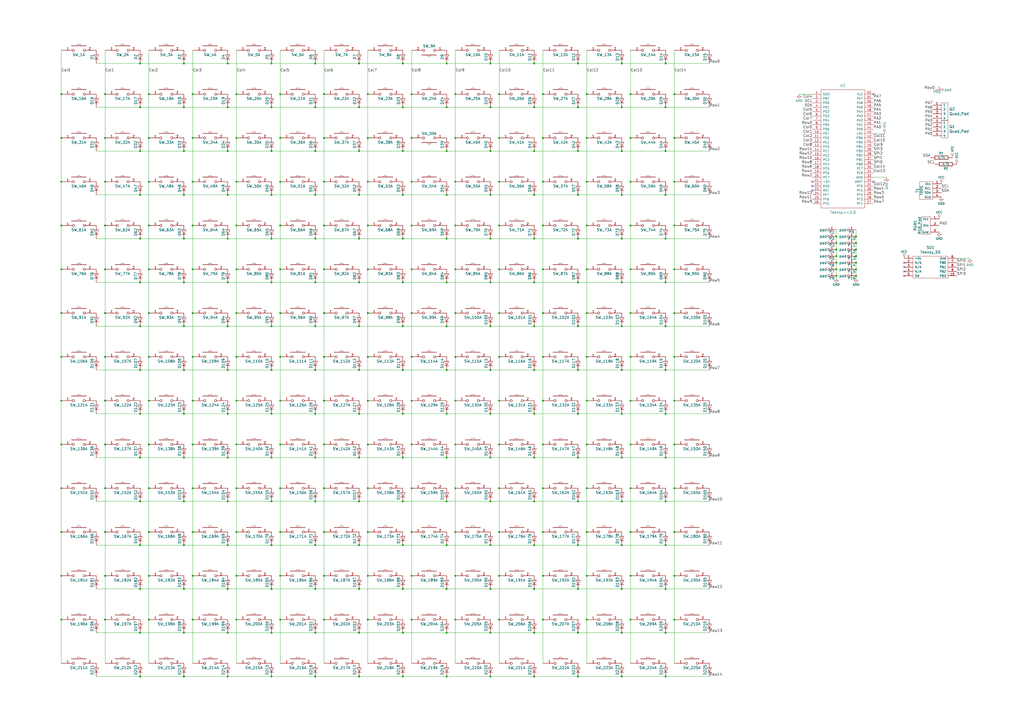
<source format=kicad_sch>
(kicad_sch (version 20230121) (generator eeschema)
  (paper "A2")
  (title_block (title "ScrabblePad PCB") (rev "2") (company "Donut Cables LLC"))
  (junction (at 289.56 232.41))
  (junction (at 314.96 207.01))
  (junction (at 314.96 334.01))
  (junction (at 386.08 87.63))
  (junction (at 60.96 207.01))
  (junction (at 132.08 367.03))
  (junction (at 335.28 36.83))
  (junction (at 365.76 334.01))
  (junction (at 340.36 156.21))
  (junction (at 60.96 105.41))
  (junction (at 106.68 341.63))
  (junction (at 111.76 308.61))
  (junction (at 238.76 334.01))
  (junction (at 233.68 87.63))
  (junction (at 182.88 138.43))
  (junction (at 259.08 87.63))
  (junction (at 233.68 316.23))
  (junction (at 314.96 308.61))
  (junction (at 111.76 130.81))
  (junction (at 360.68 316.23))
  (junction (at 162.56 54.61))
  (junction (at 233.68 163.83))
  (junction (at 233.68 214.63))
  (junction (at 81.28 316.23))
  (junction (at 391.16 54.61))
  (junction (at 309.88 367.03))
  (junction (at 132.08 290.83))
  (junction (at 182.88 240.03))
  (junction (at 213.36 54.61))
  (junction (at 386.08 36.83))
  (junction (at 81.28 214.63))
  (junction (at 264.16 181.61))
  (junction (at 314.96 156.21))
  (junction (at 106.68 367.03))
  (junction (at 284.48 316.23))
  (junction (at 60.96 334.01))
  (junction (at 81.28 36.83))
  (junction (at 238.76 257.81))
  (junction (at 233.68 62.23))
  (junction (at 309.88 341.63))
  (junction (at 35.56 308.61))
  (junction (at 111.76 181.61))
  (junction (at 360.68 163.83))
  (junction (at 360.68 138.43))
  (junction (at 309.88 163.83))
  (junction (at 233.68 367.03))
  (junction (at 157.48 138.43))
  (junction (at 386.08 316.23))
  (junction (at 259.08 240.03))
  (junction (at 496.57 148.59))
  (junction (at 386.08 138.43))
  (junction (at 365.76 130.81))
  (junction (at 289.56 283.21))
  (junction (at 81.28 62.23))
  (junction (at 60.96 308.61))
  (junction (at 213.36 334.01))
  (junction (at 314.96 105.41))
  (junction (at 496.57 140.97))
  (junction (at 81.28 189.23))
  (junction (at 264.16 359.41))
  (junction (at 81.28 265.43))
  (junction (at 208.28 36.83))
  (junction (at 111.76 257.81))
  (junction (at 157.48 189.23))
  (junction (at 264.16 308.61))
  (junction (at 259.08 113.03))
  (junction (at 137.16 181.61))
  (junction (at 162.56 181.61))
  (junction (at 187.96 156.21))
  (junction (at 157.48 392.43))
  (junction (at 35.56 334.01))
  (junction (at 111.76 359.41))
  (junction (at 340.36 334.01))
  (junction (at 111.76 156.21))
  (junction (at 238.76 232.41))
  (junction (at 259.08 265.43))
  (junction (at 137.16 105.41))
  (junction (at 309.88 189.23))
  (junction (at 182.88 214.63))
  (junction (at 264.16 54.61))
  (junction (at 485.14 144.78))
  (junction (at 238.76 308.61))
  (junction (at 340.36 181.61))
  (junction (at 284.48 36.83))
  (junction (at 264.16 105.41))
  (junction (at 132.08 316.23))
  (junction (at 86.36 156.21))
  (junction (at 365.76 232.41))
  (junction (at 132.08 341.63))
  (junction (at 162.56 334.01))
  (junction (at 284.48 392.43))
  (junction (at 284.48 87.63))
  (junction (at 162.56 207.01))
  (junction (at 309.88 290.83))
  (junction (at 340.36 359.41))
  (junction (at 137.16 156.21))
  (junction (at 233.68 113.03))
  (junction (at 208.28 367.03))
  (junction (at 365.76 207.01))
  (junction (at 182.88 36.83))
  (junction (at 391.16 80.01))
  (junction (at 213.36 130.81))
  (junction (at 60.96 232.41))
  (junction (at 213.36 105.41))
  (junction (at 86.36 130.81))
  (junction (at 106.68 163.83))
  (junction (at 238.76 181.61))
  (junction (at 157.48 113.03))
  (junction (at 182.88 265.43))
  (junction (at 360.68 189.23))
  (junction (at 259.08 290.83))
  (junction (at 259.08 62.23))
  (junction (at 162.56 308.61))
  (junction (at 187.96 105.41))
  (junction (at 335.28 316.23))
  (junction (at 309.88 214.63))
  (junction (at 182.88 62.23))
  (junction (at 289.56 105.41))
  (junction (at 485.14 156.21))
  (junction (at 365.76 105.41))
  (junction (at 162.56 283.21))
  (junction (at 386.08 113.03))
  (junction (at 86.36 181.61))
  (junction (at 391.16 359.41))
  (junction (at 284.48 163.83))
  (junction (at 162.56 80.01))
  (junction (at 238.76 130.81))
  (junction (at 496.57 152.4))
  (junction (at 340.36 207.01))
  (junction (at 314.96 283.21))
  (junction (at 106.68 189.23))
  (junction (at 81.28 392.43))
  (junction (at 314.96 359.41))
  (junction (at 86.36 80.01))
  (junction (at 106.68 392.43))
  (junction (at 187.96 130.81))
  (junction (at 238.76 105.41))
  (junction (at 233.68 36.83))
  (junction (at 309.88 240.03))
  (junction (at 187.96 54.61))
  (junction (at 132.08 113.03))
  (junction (at 314.96 80.01))
  (junction (at 213.36 80.01))
  (junction (at 386.08 367.03))
  (junction (at 365.76 54.61))
  (junction (at 132.08 392.43))
  (junction (at 309.88 87.63))
  (junction (at 386.08 265.43))
  (junction (at 233.68 341.63))
  (junction (at 496.57 137.16))
  (junction (at 264.16 130.81))
  (junction (at 111.76 207.01))
  (junction (at 238.76 80.01))
  (junction (at 35.56 80.01))
  (junction (at 86.36 54.61))
  (junction (at 264.16 156.21))
  (junction (at 496.57 156.21))
  (junction (at 386.08 62.23))
  (junction (at 264.16 334.01))
  (junction (at 386.08 290.83))
  (junction (at 391.16 156.21))
  (junction (at 289.56 54.61))
  (junction (at 238.76 283.21))
  (junction (at 132.08 36.83))
  (junction (at 157.48 316.23))
  (junction (at 391.16 207.01))
  (junction (at 208.28 214.63))
  (junction (at 111.76 232.41))
  (junction (at 335.28 189.23))
  (junction (at 132.08 138.43))
  (junction (at 187.96 334.01))
  (junction (at 137.16 359.41))
  (junction (at 35.56 359.41))
  (junction (at 35.56 232.41))
  (junction (at 60.96 156.21))
  (junction (at 208.28 392.43))
  (junction (at 233.68 265.43))
  (junction (at 335.28 62.23))
  (junction (at 208.28 290.83))
  (junction (at 335.28 367.03))
  (junction (at 157.48 62.23))
  (junction (at 485.14 140.97))
  (junction (at 485.14 152.4))
  (junction (at 157.48 367.03))
  (junction (at 182.88 392.43))
  (junction (at 335.28 113.03))
  (junction (at 60.96 283.21))
  (junction (at 259.08 341.63))
  (junction (at 106.68 36.83))
  (junction (at 213.36 257.81))
  (junction (at 335.28 163.83))
  (junction (at 391.16 283.21))
  (junction (at 365.76 181.61))
  (junction (at 60.96 80.01))
  (junction (at 187.96 308.61))
  (junction (at 284.48 214.63))
  (junction (at 106.68 214.63))
  (junction (at 386.08 214.63))
  (junction (at 157.48 214.63))
  (junction (at 284.48 341.63))
  (junction (at 187.96 232.41))
  (junction (at 314.96 232.41))
  (junction (at 289.56 334.01))
  (junction (at 386.08 163.83))
  (junction (at 81.28 367.03))
  (junction (at 132.08 265.43))
  (junction (at 106.68 87.63))
  (junction (at 182.88 113.03))
  (junction (at 360.68 113.03))
  (junction (at 238.76 207.01))
  (junction (at 259.08 392.43))
  (junction (at 106.68 265.43))
  (junction (at 340.36 80.01))
  (junction (at 386.08 240.03))
  (junction (at 106.68 316.23))
  (junction (at 81.28 87.63))
  (junction (at 137.16 308.61))
  (junction (at 485.14 148.59))
  (junction (at 391.16 130.81))
  (junction (at 340.36 232.41))
  (junction (at 213.36 308.61))
  (junction (at 496.57 160.02))
  (junction (at 391.16 334.01))
  (junction (at 284.48 240.03))
  (junction (at 314.96 130.81))
  (junction (at 157.48 87.63))
  (junction (at 360.68 392.43))
  (junction (at 157.48 290.83))
  (junction (at 264.16 232.41))
  (junction (at 187.96 257.81))
  (junction (at 81.28 163.83))
  (junction (at 132.08 163.83))
  (junction (at 182.88 189.23))
  (junction (at 213.36 207.01))
  (junction (at 137.16 334.01))
  (junction (at 360.68 290.83))
  (junction (at 208.28 316.23))
  (junction (at 309.88 36.83))
  (junction (at 360.68 341.63))
  (junction (at 81.28 138.43))
  (junction (at 264.16 257.81))
  (junction (at 106.68 290.83))
  (junction (at 365.76 359.41))
  (junction (at 238.76 156.21))
  (junction (at 35.56 283.21))
  (junction (at 187.96 283.21))
  (junction (at 35.56 257.81))
  (junction (at 340.36 257.81))
  (junction (at 289.56 156.21))
  (junction (at 162.56 232.41))
  (junction (at 86.36 207.01))
  (junction (at 335.28 341.63))
  (junction (at 360.68 36.83))
  (junction (at 386.08 189.23))
  (junction (at 132.08 87.63))
  (junction (at 391.16 257.81))
  (junction (at 137.16 54.61))
  (junction (at 233.68 138.43))
  (junction (at 208.28 163.83))
  (junction (at 391.16 232.41))
  (junction (at 264.16 80.01))
  (junction (at 81.28 290.83))
  (junction (at 213.36 156.21))
  (junction (at 365.76 80.01))
  (junction (at 137.16 207.01))
  (junction (at 259.08 214.63))
  (junction (at 208.28 189.23))
  (junction (at 284.48 138.43))
  (junction (at 86.36 257.81))
  (junction (at 335.28 290.83))
  (junction (at 137.16 283.21))
  (junction (at 485.14 137.16))
  (junction (at 289.56 308.61))
  (junction (at 386.08 341.63))
  (junction (at 162.56 156.21))
  (junction (at 289.56 359.41))
  (junction (at 314.96 54.61))
  (junction (at 208.28 240.03))
  (junction (at 259.08 138.43))
  (junction (at 289.56 80.01))
  (junction (at 391.16 308.61))
  (junction (at 264.16 283.21))
  (junction (at 162.56 359.41))
  (junction (at 111.76 80.01))
  (junction (at 335.28 265.43))
  (junction (at 187.96 80.01))
  (junction (at 213.36 283.21))
  (junction (at 157.48 265.43))
  (junction (at 365.76 283.21))
  (junction (at 208.28 87.63))
  (junction (at 309.88 265.43))
  (junction (at 182.88 87.63))
  (junction (at 137.16 80.01))
  (junction (at 86.36 334.01))
  (junction (at 162.56 257.81))
  (junction (at 238.76 359.41))
  (junction (at 137.16 232.41))
  (junction (at 360.68 62.23))
  (junction (at 111.76 334.01))
  (junction (at 365.76 156.21))
  (junction (at 106.68 113.03))
  (junction (at 284.48 265.43))
  (junction (at 182.88 290.83))
  (junction (at 182.88 163.83))
  (junction (at 485.14 160.02))
  (junction (at 360.68 367.03))
  (junction (at 340.36 105.41))
  (junction (at 233.68 392.43))
  (junction (at 132.08 62.23))
  (junction (at 35.56 156.21))
  (junction (at 86.36 105.41))
  (junction (at 162.56 130.81))
  (junction (at 335.28 214.63))
  (junction (at 284.48 290.83))
  (junction (at 309.88 392.43))
  (junction (at 208.28 138.43))
  (junction (at 137.16 257.81))
  (junction (at 314.96 257.81))
  (junction (at 111.76 283.21))
  (junction (at 86.36 308.61))
  (junction (at 314.96 181.61))
  (junction (at 309.88 138.43))
  (junction (at 238.76 54.61))
  (junction (at 81.28 240.03))
  (junction (at 360.68 214.63))
  (junction (at 208.28 265.43))
  (junction (at 35.56 181.61))
  (junction (at 60.96 359.41))
  (junction (at 208.28 62.23))
  (junction (at 360.68 265.43))
  (junction (at 213.36 181.61))
  (junction (at 187.96 207.01))
  (junction (at 157.48 163.83))
  (junction (at 60.96 54.61))
  (junction (at 360.68 240.03))
  (junction (at 35.56 207.01))
  (junction (at 162.56 105.41))
  (junction (at 309.88 316.23))
  (junction (at 35.56 54.61))
  (junction (at 259.08 367.03))
  (junction (at 182.88 316.23))
  (junction (at 340.36 54.61))
  (junction (at 259.08 163.83))
  (junction (at 335.28 392.43))
  (junction (at 233.68 290.83))
  (junction (at 284.48 367.03))
  (junction (at 335.28 87.63))
  (junction (at 157.48 36.83))
  (junction (at 208.28 341.63))
  (junction (at 259.08 189.23))
  (junction (at 340.36 130.81))
  (junction (at 335.28 138.43))
  (junction (at 386.08 392.43))
  (junction (at 60.96 181.61))
  (junction (at 35.56 105.41))
  (junction (at 60.96 257.81))
  (junction (at 132.08 214.63))
  (junction (at 111.76 105.41))
  (junction (at 391.16 181.61))
  (junction (at 284.48 62.23))
  (junction (at 182.88 367.03))
  (junction (at 208.28 113.03))
  (junction (at 289.56 181.61))
  (junction (at 132.08 240.03))
  (junction (at 86.36 232.41))
  (junction (at 213.36 359.41))
  (junction (at 213.36 232.41))
  (junction (at 264.16 207.01))
  (junction (at 289.56 130.81))
  (junction (at 106.68 62.23))
  (junction (at 365.76 308.61))
  (junction (at 340.36 308.61))
  (junction (at 106.68 138.43))
  (junction (at 289.56 207.01))
  (junction (at 496.57 144.78))
  (junction (at 187.96 181.61))
  (junction (at 391.16 105.41))
  (junction (at 81.28 113.03))
  (junction (at 187.96 359.41))
  (junction (at 233.68 189.23))
  (junction (at 111.76 54.61))
  (junction (at 284.48 189.23))
  (junction (at 157.48 341.63))
  (junction (at 360.68 87.63))
  (junction (at 157.48 240.03))
  (junction (at 233.68 240.03))
  (junction (at 335.28 240.03))
  (junction (at 182.88 341.63))
  (junction (at 60.96 130.81))
  (junction (at 86.36 359.41))
  (junction (at 309.88 62.23))
  (junction (at 289.56 257.81))
  (junction (at 309.88 113.03))
  (junction (at 106.68 240.03))
  (junction (at 365.76 257.81))
  (junction (at 81.28 341.63))
  (junction (at 259.08 36.83))
  (junction (at 340.36 283.21))
  (junction (at 137.16 130.81))
  (junction (at 259.08 316.23))
  (junction (at 86.36 283.21))
  (junction (at 284.48 113.03))
  (junction (at 35.56 130.81))
  (junction (at 132.08 189.23))
  (no_connect (at 471.17 107.95))
  (no_connect (at 506.73 105.41))
  (no_connect (at 471.17 110.49))
  (no_connect (at 524.51 157.48))
  (no_connect (at 524.51 160.02))
  (no_connect (at 524.51 154.94))
  (no_connect (at 506.73 54.61))
  (no_connect (at 471.17 105.41))
  (no_connect (at 524.51 152.4))
  (wire (pts (xy 55.88 290.83) (xy 81.28 290.83)))
  (wire (pts (xy 35.56 359.41) (xy 35.56 384.81)))
  (wire (pts (xy 111.76 283.21) (xy 111.76 308.61)))
  (wire (pts (xy 208.28 265.43) (xy 233.68 265.43)))
  (wire (pts (xy 233.68 265.43) (xy 259.08 265.43)))
  (wire (pts (xy 106.68 214.63) (xy 132.08 214.63)))
  (wire (pts (xy 386.08 265.43) (xy 411.48 265.43)))
  (wire (pts (xy 182.88 214.63) (xy 208.28 214.63)))
  (wire (pts (xy 264.16 359.41) (xy 264.16 384.81)))
  (wire (pts (xy 35.56 283.21) (xy 35.56 308.61)))
  (wire (pts (xy 162.56 181.61) (xy 162.56 207.01)))
  (wire (pts (xy 81.28 341.63) (xy 106.68 341.63)))
  (wire (pts (xy 340.36 308.61) (xy 340.36 334.01)))
  (wire (pts (xy 360.68 290.83) (xy 386.08 290.83)))
  (wire (pts (xy 284.48 189.23) (xy 309.88 189.23)))
  (wire (pts (xy 289.56 105.41) (xy 289.56 130.81)))
  (wire (pts (xy 365.76 80.01) (xy 365.76 105.41)))
  (wire (pts (xy 132.08 113.03) (xy 157.48 113.03)))
  (wire (pts (xy 335.28 113.03) (xy 360.68 113.03)))
  (wire (pts (xy 309.88 189.23) (xy 335.28 189.23)))
  (wire (pts (xy 86.36 181.61) (xy 86.36 207.01)))
  (wire (pts (xy 259.08 62.23) (xy 284.48 62.23)))
  (wire (pts (xy 157.48 189.23) (xy 182.88 189.23)))
  (wire (pts (xy 391.16 257.81) (xy 391.16 283.21)))
  (wire (pts (xy 86.36 156.21) (xy 86.36 181.61)))
  (wire (pts (xy 360.68 392.43) (xy 386.08 392.43)))
  (wire (pts (xy 106.68 138.43) (xy 132.08 138.43)))
  (wire (pts (xy 264.16 308.61) (xy 264.16 334.01)))
  (wire (pts (xy 111.76 80.01) (xy 111.76 105.41)))
  (wire (pts (xy 162.56 29.21) (xy 162.56 54.61)))
  (wire (pts (xy 106.68 265.43) (xy 132.08 265.43)))
  (wire (pts (xy 233.68 240.03) (xy 259.08 240.03)))
  (wire (pts (xy 496.57 148.59) (xy 496.57 152.4)))
  (wire (pts (xy 238.76 54.61) (xy 238.76 80.01)))
  (wire (pts (xy 264.16 232.41) (xy 264.16 257.81)))
  (wire (pts (xy 485.14 137.16) (xy 485.14 140.97)))
  (wire (pts (xy 284.48 138.43) (xy 309.88 138.43)))
  (wire (pts (xy 485.14 156.21) (xy 485.14 160.02)))
  (wire (pts (xy 233.68 62.23) (xy 259.08 62.23)))
  (wire (pts (xy 137.16 257.81) (xy 137.16 283.21)))
  (wire (pts (xy 340.36 156.21) (xy 340.36 181.61)))
  (wire (pts (xy 86.36 105.41) (xy 86.36 130.81)))
  (wire (pts (xy 137.16 80.01) (xy 137.16 105.41)))
  (wire (pts (xy 55.88 214.63) (xy 81.28 214.63)))
  (wire (pts (xy 182.88 87.63) (xy 208.28 87.63)))
  (wire (pts (xy 157.48 265.43) (xy 182.88 265.43)))
  (wire (pts (xy 162.56 283.21) (xy 162.56 308.61)))
  (wire (pts (xy 137.16 156.21) (xy 137.16 181.61)))
  (wire (pts (xy 187.96 105.41) (xy 187.96 130.81)))
  (wire (pts (xy 162.56 105.41) (xy 162.56 130.81)))
  (wire (pts (xy 259.08 392.43) (xy 284.48 392.43)))
  (wire (pts (xy 35.56 207.01) (xy 35.56 232.41)))
  (wire (pts (xy 284.48 36.83) (xy 309.88 36.83)))
  (wire (pts (xy 340.36 283.21) (xy 340.36 308.61)))
  (wire (pts (xy 208.28 189.23) (xy 233.68 189.23)))
  (wire (pts (xy 391.16 308.61) (xy 391.16 334.01)))
  (wire (pts (xy 259.08 113.03) (xy 284.48 113.03)))
  (wire (pts (xy 157.48 316.23) (xy 182.88 316.23)))
  (wire (pts (xy 259.08 214.63) (xy 284.48 214.63)))
  (wire (pts (xy 238.76 207.01) (xy 238.76 232.41)))
  (wire (pts (xy 391.16 359.41) (xy 391.16 384.81)))
  (wire (pts (xy 137.16 283.21) (xy 137.16 308.61)))
  (wire (pts (xy 360.68 341.63) (xy 386.08 341.63)))
  (wire (pts (xy 386.08 87.63) (xy 411.48 87.63)))
  (wire (pts (xy 213.36 308.61) (xy 213.36 334.01)))
  (wire (pts (xy 365.76 105.41) (xy 365.76 130.81)))
  (wire (pts (xy 264.16 156.21) (xy 264.16 181.61)))
  (wire (pts (xy 55.88 316.23) (xy 81.28 316.23)))
  (wire (pts (xy 259.08 290.83) (xy 284.48 290.83)))
  (wire (pts (xy 35.56 80.01) (xy 35.56 105.41)))
  (wire (pts (xy 360.68 62.23) (xy 386.08 62.23)))
  (wire (pts (xy 340.36 54.61) (xy 340.36 80.01)))
  (wire (pts (xy 238.76 105.41) (xy 238.76 130.81)))
  (wire (pts (xy 60.96 156.21) (xy 60.96 181.61)))
  (wire (pts (xy 391.16 283.21) (xy 391.16 308.61)))
  (wire (pts (xy 81.28 87.63) (xy 106.68 87.63)))
  (wire (pts (xy 111.76 232.41) (xy 111.76 257.81)))
  (wire (pts (xy 309.88 36.83) (xy 335.28 36.83)))
  (wire (pts (xy 314.96 257.81) (xy 314.96 283.21)))
  (wire (pts (xy 340.36 207.01) (xy 340.36 232.41)))
  (wire (pts (xy 132.08 290.83) (xy 157.48 290.83)))
  (wire (pts (xy 289.56 181.61) (xy 289.56 207.01)))
  (wire (pts (xy 485.14 152.4) (xy 485.14 156.21)))
  (wire (pts (xy 386.08 341.63) (xy 411.48 341.63)))
  (wire (pts (xy 208.28 316.23) (xy 233.68 316.23)))
  (wire (pts (xy 81.28 392.43) (xy 106.68 392.43)))
  (wire (pts (xy 162.56 334.01) (xy 162.56 359.41)))
  (wire (pts (xy 162.56 130.81) (xy 162.56 156.21)))
  (wire (pts (xy 365.76 29.21) (xy 365.76 54.61)))
  (wire (pts (xy 208.28 87.63) (xy 233.68 87.63)))
  (wire (pts (xy 162.56 308.61) (xy 162.56 334.01)))
  (wire (pts (xy 208.28 367.03) (xy 233.68 367.03)))
  (wire (pts (xy 496.57 156.21) (xy 496.57 160.02)))
  (wire (pts (xy 238.76 156.21) (xy 238.76 181.61)))
  (wire (pts (xy 365.76 130.81) (xy 365.76 156.21)))
  (wire (pts (xy 386.08 367.03) (xy 411.48 367.03)))
  (wire (pts (xy 340.36 334.01) (xy 340.36 359.41)))
  (wire (pts (xy 264.16 130.81) (xy 264.16 156.21)))
  (wire (pts (xy 55.88 189.23) (xy 81.28 189.23)))
  (wire (pts (xy 238.76 257.81) (xy 238.76 283.21)))
  (wire (pts (xy 485.14 144.78) (xy 485.14 148.59)))
  (wire (pts (xy 238.76 232.41) (xy 238.76 257.81)))
  (wire (pts (xy 309.88 87.63) (xy 335.28 87.63)))
  (wire (pts (xy 284.48 341.63) (xy 309.88 341.63)))
  (wire (pts (xy 309.88 392.43) (xy 335.28 392.43)))
  (wire (pts (xy 86.36 54.61) (xy 86.36 80.01)))
  (wire (pts (xy 386.08 138.43) (xy 411.48 138.43)))
  (wire (pts (xy 335.28 341.63) (xy 360.68 341.63)))
  (wire (pts (xy 259.08 189.23) (xy 284.48 189.23)))
  (wire (pts (xy 314.96 130.81) (xy 314.96 156.21)))
  (wire (pts (xy 284.48 265.43) (xy 309.88 265.43)))
  (wire (pts (xy 182.88 290.83) (xy 208.28 290.83)))
  (wire (pts (xy 284.48 113.03) (xy 309.88 113.03)))
  (wire (pts (xy 314.96 181.61) (xy 314.96 207.01)))
  (wire (pts (xy 335.28 138.43) (xy 360.68 138.43)))
  (wire (pts (xy 157.48 392.43) (xy 182.88 392.43)))
  (wire (pts (xy 157.48 113.03) (xy 182.88 113.03)))
  (wire (pts (xy 157.48 87.63) (xy 182.88 87.63)))
  (wire (pts (xy 386.08 214.63) (xy 411.48 214.63)))
  (wire (pts (xy 340.36 29.21) (xy 340.36 54.61)))
  (wire (pts (xy 340.36 80.01) (xy 340.36 105.41)))
  (wire (pts (xy 157.48 341.63) (xy 182.88 341.63)))
  (wire (pts (xy 35.56 232.41) (xy 35.56 257.81)))
  (wire (pts (xy 335.28 392.43) (xy 360.68 392.43)))
  (wire (pts (xy 35.56 105.41) (xy 35.56 130.81)))
  (wire (pts (xy 111.76 29.21) (xy 111.76 54.61)))
  (wire (pts (xy 314.96 308.61) (xy 314.96 334.01)))
  (wire (pts (xy 485.14 160.02) (xy 485.14 161.29)))
  (wire (pts (xy 182.88 163.83) (xy 208.28 163.83)))
  (wire (pts (xy 233.68 341.63) (xy 259.08 341.63)))
  (wire (pts (xy 391.16 207.01) (xy 391.16 232.41)))
  (wire (pts (xy 289.56 308.61) (xy 289.56 334.01)))
  (wire (pts (xy 386.08 290.83) (xy 411.48 290.83)))
  (wire (pts (xy 264.16 207.01) (xy 264.16 232.41)))
  (wire (pts (xy 213.36 283.21) (xy 213.36 308.61)))
  (wire (pts (xy 187.96 334.01) (xy 187.96 359.41)))
  (wire (pts (xy 208.28 392.43) (xy 233.68 392.43)))
  (wire (pts (xy 238.76 308.61) (xy 238.76 334.01)))
  (wire (pts (xy 365.76 308.61) (xy 365.76 334.01)))
  (wire (pts (xy 157.48 240.03) (xy 182.88 240.03)))
  (wire (pts (xy 111.76 207.01) (xy 111.76 232.41)))
  (wire (pts (xy 111.76 156.21) (xy 111.76 181.61)))
  (wire (pts (xy 213.36 29.21) (xy 213.36 54.61)))
  (wire (pts (xy 208.28 36.83) (xy 233.68 36.83)))
  (wire (pts (xy 365.76 283.21) (xy 365.76 308.61)))
  (wire (pts (xy 335.28 62.23) (xy 360.68 62.23)))
  (wire (pts (xy 259.08 87.63) (xy 284.48 87.63)))
  (wire (pts (xy 335.28 240.03) (xy 360.68 240.03)))
  (wire (pts (xy 264.16 181.61) (xy 264.16 207.01)))
  (wire (pts (xy 35.56 54.61) (xy 35.56 80.01)))
  (wire (pts (xy 365.76 359.41) (xy 365.76 384.81)))
  (wire (pts (xy 213.36 54.61) (xy 213.36 80.01)))
  (wire (pts (xy 162.56 54.61) (xy 162.56 80.01)))
  (wire (pts (xy 365.76 54.61) (xy 365.76 80.01)))
  (wire (pts (xy 314.96 156.21) (xy 314.96 181.61)))
  (wire (pts (xy 284.48 87.63) (xy 309.88 87.63)))
  (wire (pts (xy 213.36 80.01) (xy 213.36 105.41)))
  (wire (pts (xy 187.96 80.01) (xy 187.96 105.41)))
  (wire (pts (xy 259.08 138.43) (xy 284.48 138.43)))
  (wire (pts (xy 233.68 290.83) (xy 259.08 290.83)))
  (wire (pts (xy 86.36 232.41) (xy 86.36 257.81)))
  (wire (pts (xy 391.16 130.81) (xy 391.16 156.21)))
  (wire (pts (xy 157.48 367.03) (xy 182.88 367.03)))
  (wire (pts (xy 386.08 316.23) (xy 411.48 316.23)))
  (wire (pts (xy 496.57 137.16) (xy 496.57 140.97)))
  (wire (pts (xy 182.88 113.03) (xy 208.28 113.03)))
  (wire (pts (xy 60.96 334.01) (xy 60.96 359.41)))
  (wire (pts (xy 187.96 283.21) (xy 187.96 308.61)))
  (wire (pts (xy 81.28 240.03) (xy 106.68 240.03)))
  (wire (pts (xy 391.16 334.01) (xy 391.16 359.41)))
  (wire (pts (xy 238.76 130.81) (xy 238.76 156.21)))
  (wire (pts (xy 60.96 54.61) (xy 60.96 80.01)))
  (wire (pts (xy 60.96 359.41) (xy 60.96 384.81)))
  (wire (pts (xy 360.68 87.63) (xy 386.08 87.63)))
  (wire (pts (xy 360.68 138.43) (xy 386.08 138.43)))
  (wire (pts (xy 106.68 36.83) (xy 132.08 36.83)))
  (wire (pts (xy 233.68 138.43) (xy 259.08 138.43)))
  (wire (pts (xy 309.88 163.83) (xy 335.28 163.83)))
  (wire (pts (xy 132.08 392.43) (xy 157.48 392.43)))
  (wire (pts (xy 365.76 334.01) (xy 365.76 359.41)))
  (wire (pts (xy 309.88 367.03) (xy 335.28 367.03)))
  (wire (pts (xy 391.16 181.61) (xy 391.16 207.01)))
  (wire (pts (xy 187.96 54.61) (xy 187.96 80.01)))
  (wire (pts (xy 111.76 334.01) (xy 111.76 359.41)))
  (wire (pts (xy 213.36 105.41) (xy 213.36 130.81)))
  (wire (pts (xy 554.99 149.86) (xy 562.61 149.86)))
  (wire (pts (xy 86.36 130.81) (xy 86.36 156.21)))
  (wire (pts (xy 238.76 359.41) (xy 238.76 384.81)))
  (wire (pts (xy 86.36 80.01) (xy 86.36 105.41)))
  (wire (pts (xy 55.88 341.63) (xy 81.28 341.63)))
  (wire (pts (xy 137.16 54.61) (xy 137.16 80.01)))
  (wire (pts (xy 55.88 138.43) (xy 81.28 138.43)))
  (wire (pts (xy 187.96 308.61) (xy 187.96 334.01)))
  (wire (pts (xy 233.68 87.63) (xy 259.08 87.63)))
  (wire (pts (xy 264.16 80.01) (xy 264.16 105.41)))
  (wire (pts (xy 314.96 232.41) (xy 314.96 257.81)))
  (wire (pts (xy 365.76 207.01) (xy 365.76 232.41)))
  (wire (pts (xy 259.08 341.63) (xy 284.48 341.63)))
  (wire (pts (xy 360.68 189.23) (xy 386.08 189.23)))
  (wire (pts (xy 314.96 54.61) (xy 314.96 80.01)))
  (wire (pts (xy 391.16 54.61) (xy 391.16 80.01)))
  (wire (pts (xy 111.76 105.41) (xy 111.76 130.81)))
  (wire (pts (xy 314.96 80.01) (xy 314.96 105.41)))
  (wire (pts (xy 86.36 308.61) (xy 86.36 334.01)))
  (wire (pts (xy 340.36 232.41) (xy 340.36 257.81)))
  (wire (pts (xy 182.88 392.43) (xy 208.28 392.43)))
  (wire (pts (xy 314.96 105.41) (xy 314.96 130.81)))
  (wire (pts (xy 309.88 316.23) (xy 335.28 316.23)))
  (wire (pts (xy 55.88 163.83) (xy 81.28 163.83)))
  (wire (pts (xy 60.96 29.21) (xy 60.96 54.61)))
  (wire (pts (xy 132.08 36.83) (xy 157.48 36.83)))
  (wire (pts (xy 182.88 341.63) (xy 208.28 341.63)))
  (wire (pts (xy 289.56 207.01) (xy 289.56 232.41)))
  (wire (pts (xy 81.28 214.63) (xy 106.68 214.63)))
  (wire (pts (xy 132.08 341.63) (xy 157.48 341.63)))
  (wire (pts (xy 360.68 36.83) (xy 386.08 36.83)))
  (wire (pts (xy 187.96 232.41) (xy 187.96 257.81)))
  (wire (pts (xy 264.16 29.21) (xy 264.16 54.61)))
  (wire (pts (xy 259.08 316.23) (xy 284.48 316.23)))
  (wire (pts (xy 35.56 29.21) (xy 35.56 54.61)))
  (wire (pts (xy 264.16 105.41) (xy 264.16 130.81)))
  (wire (pts (xy 391.16 156.21) (xy 391.16 181.61)))
  (wire (pts (xy 309.88 265.43) (xy 335.28 265.43)))
  (wire (pts (xy 60.96 308.61) (xy 60.96 334.01)))
  (wire (pts (xy 157.48 290.83) (xy 182.88 290.83)))
  (wire (pts (xy 132.08 265.43) (xy 157.48 265.43)))
  (wire (pts (xy 496.57 133.35) (xy 496.57 137.16)))
  (wire (pts (xy 208.28 138.43) (xy 233.68 138.43)))
  (wire (pts (xy 81.28 367.03) (xy 106.68 367.03)))
  (wire (pts (xy 309.88 240.03) (xy 335.28 240.03)))
  (wire (pts (xy 162.56 359.41) (xy 162.56 384.81)))
  (wire (pts (xy 284.48 392.43) (xy 309.88 392.43)))
  (wire (pts (xy 106.68 392.43) (xy 132.08 392.43)))
  (wire (pts (xy 187.96 207.01) (xy 187.96 232.41)))
  (wire (pts (xy 132.08 87.63) (xy 157.48 87.63)))
  (wire (pts (xy 289.56 80.01) (xy 289.56 105.41)))
  (wire (pts (xy 391.16 80.01) (xy 391.16 105.41)))
  (wire (pts (xy 137.16 181.61) (xy 137.16 207.01)))
  (wire (pts (xy 496.57 160.02) (xy 496.57 161.29)))
  (wire (pts (xy 463.55 54.61) (xy 471.17 54.61)))
  (wire (pts (xy 335.28 316.23) (xy 360.68 316.23)))
  (wire (pts (xy 238.76 283.21) (xy 238.76 308.61)))
  (wire (pts (xy 264.16 54.61) (xy 264.16 80.01)))
  (wire (pts (xy 284.48 316.23) (xy 309.88 316.23)))
  (wire (pts (xy 386.08 240.03) (xy 411.48 240.03)))
  (wire (pts (xy 233.68 214.63) (xy 259.08 214.63)))
  (wire (pts (xy 60.96 130.81) (xy 60.96 156.21)))
  (wire (pts (xy 55.88 367.03) (xy 81.28 367.03)))
  (wire (pts (xy 81.28 113.03) (xy 106.68 113.03)))
  (wire (pts (xy 289.56 359.41) (xy 289.56 384.81)))
  (wire (pts (xy 335.28 87.63) (xy 360.68 87.63)))
  (wire (pts (xy 386.08 62.23) (xy 411.48 62.23)))
  (wire (pts (xy 111.76 359.41) (xy 111.76 384.81)))
  (wire (pts (xy 314.96 207.01) (xy 314.96 232.41)))
  (wire (pts (xy 55.88 62.23) (xy 81.28 62.23)))
  (wire (pts (xy 60.96 283.21) (xy 60.96 308.61)))
  (wire (pts (xy 233.68 316.23) (xy 259.08 316.23)))
  (wire (pts (xy 365.76 156.21) (xy 365.76 181.61)))
  (wire (pts (xy 35.56 156.21) (xy 35.56 181.61)))
  (wire (pts (xy 485.14 133.35) (xy 485.14 137.16)))
  (wire (pts (xy 391.16 29.21) (xy 391.16 54.61)))
  (wire (pts (xy 314.96 359.41) (xy 314.96 384.81)))
  (wire (pts (xy 309.88 62.23) (xy 335.28 62.23)))
  (wire (pts (xy 81.28 36.83) (xy 106.68 36.83)))
  (wire (pts (xy 284.48 62.23) (xy 309.88 62.23)))
  (wire (pts (xy 182.88 316.23) (xy 208.28 316.23)))
  (wire (pts (xy 157.48 214.63) (xy 182.88 214.63)))
  (wire (pts (xy 208.28 113.03) (xy 233.68 113.03)))
  (wire (pts (xy 213.36 181.61) (xy 213.36 207.01)))
  (wire (pts (xy 289.56 232.41) (xy 289.56 257.81)))
  (wire (pts (xy 106.68 367.03) (xy 132.08 367.03)))
  (wire (pts (xy 335.28 265.43) (xy 360.68 265.43)))
  (wire (pts (xy 213.36 257.81) (xy 213.36 283.21)))
  (wire (pts (xy 35.56 257.81) (xy 35.56 283.21)))
  (wire (pts (xy 340.36 257.81) (xy 340.36 283.21)))
  (wire (pts (xy 106.68 163.83) (xy 132.08 163.83)))
  (wire (pts (xy 335.28 36.83) (xy 360.68 36.83)))
  (wire (pts (xy 335.28 214.63) (xy 360.68 214.63)))
  (wire (pts (xy 386.08 36.83) (xy 411.48 36.83)))
  (wire (pts (xy 81.28 265.43) (xy 106.68 265.43)))
  (wire (pts (xy 162.56 257.81) (xy 162.56 283.21)))
  (wire (pts (xy 360.68 316.23) (xy 386.08 316.23)))
  (wire (pts (xy 132.08 214.63) (xy 157.48 214.63)))
  (wire (pts (xy 162.56 232.41) (xy 162.56 257.81)))
  (wire (pts (xy 264.16 257.81) (xy 264.16 283.21)))
  (wire (pts (xy 208.28 163.83) (xy 233.68 163.83)))
  (wire (pts (xy 187.96 257.81) (xy 187.96 283.21)))
  (wire (pts (xy 289.56 130.81) (xy 289.56 156.21)))
  (wire (pts (xy 360.68 367.03) (xy 386.08 367.03)))
  (wire (pts (xy 386.08 163.83) (xy 411.48 163.83)))
  (wire (pts (xy 60.96 80.01) (xy 60.96 105.41)))
  (wire (pts (xy 335.28 290.83) (xy 360.68 290.83)))
  (wire (pts (xy 35.56 308.61) (xy 35.56 334.01)))
  (wire (pts (xy 162.56 207.01) (xy 162.56 232.41)))
  (wire (pts (xy 137.16 308.61) (xy 137.16 334.01)))
  (wire (pts (xy 365.76 257.81) (xy 365.76 283.21)))
  (wire (pts (xy 289.56 156.21) (xy 289.56 181.61)))
  (wire (pts (xy 360.68 163.83) (xy 386.08 163.83)))
  (wire (pts (xy 233.68 163.83) (xy 259.08 163.83)))
  (wire (pts (xy 259.08 240.03) (xy 284.48 240.03)))
  (wire (pts (xy 132.08 163.83) (xy 157.48 163.83)))
  (wire (pts (xy 360.68 265.43) (xy 386.08 265.43)))
  (wire (pts (xy 137.16 334.01) (xy 137.16 359.41)))
  (wire (pts (xy 284.48 214.63) (xy 309.88 214.63)))
  (wire (pts (xy 259.08 163.83) (xy 284.48 163.83)))
  (wire (pts (xy 208.28 240.03) (xy 233.68 240.03)))
  (wire (pts (xy 182.88 62.23) (xy 208.28 62.23)))
  (wire (pts (xy 340.36 181.61) (xy 340.36 207.01)))
  (wire (pts (xy 106.68 290.83) (xy 132.08 290.83)))
  (wire (pts (xy 213.36 207.01) (xy 213.36 232.41)))
  (wire (pts (xy 386.08 113.03) (xy 411.48 113.03)))
  (wire (pts (xy 55.88 240.03) (xy 81.28 240.03)))
  (wire (pts (xy 309.88 113.03) (xy 335.28 113.03)))
  (wire (pts (xy 284.48 290.83) (xy 309.88 290.83)))
  (wire (pts (xy 111.76 308.61) (xy 111.76 334.01)))
  (wire (pts (xy 157.48 62.23) (xy 182.88 62.23)))
  (wire (pts (xy 309.88 138.43) (xy 335.28 138.43)))
  (wire (pts (xy 391.16 232.41) (xy 391.16 257.81)))
  (wire (pts (xy 208.28 214.63) (xy 233.68 214.63)))
  (wire (pts (xy 340.36 359.41) (xy 340.36 384.81)))
  (wire (pts (xy 259.08 36.83) (xy 284.48 36.83)))
  (wire (pts (xy 106.68 87.63) (xy 132.08 87.63)))
  (wire (pts (xy 213.36 232.41) (xy 213.36 257.81)))
  (wire (pts (xy 208.28 290.83) (xy 233.68 290.83)))
  (wire (pts (xy 238.76 80.01) (xy 238.76 105.41)))
  (wire (pts (xy 187.96 156.21) (xy 187.96 181.61)))
  (wire (pts (xy 132.08 240.03) (xy 157.48 240.03)))
  (wire (pts (xy 157.48 163.83) (xy 182.88 163.83)))
  (wire (pts (xy 289.56 29.21) (xy 289.56 54.61)))
  (wire (pts (xy 335.28 189.23) (xy 360.68 189.23)))
  (wire (pts (xy 86.36 257.81) (xy 86.36 283.21)))
  (wire (pts (xy 81.28 62.23) (xy 106.68 62.23)))
  (wire (pts (xy 162.56 80.01) (xy 162.56 105.41)))
  (wire (pts (xy 81.28 316.23) (xy 106.68 316.23)))
  (wire (pts (xy 81.28 138.43) (xy 106.68 138.43)))
  (wire (pts (xy 213.36 359.41) (xy 213.36 384.81)))
  (wire (pts (xy 360.68 113.03) (xy 386.08 113.03)))
  (wire (pts (xy 187.96 29.21) (xy 187.96 54.61)))
  (wire (pts (xy 289.56 257.81) (xy 289.56 283.21)))
  (wire (pts (xy 106.68 316.23) (xy 132.08 316.23)))
  (wire (pts (xy 284.48 163.83) (xy 309.88 163.83)))
  (wire (pts (xy 55.88 36.83) (xy 81.28 36.83)))
  (wire (pts (xy 132.08 62.23) (xy 157.48 62.23)))
  (wire (pts (xy 60.96 257.81) (xy 60.96 283.21)))
  (wire (pts (xy 233.68 367.03) (xy 259.08 367.03)))
  (wire (pts (xy 132.08 138.43) (xy 157.48 138.43)))
  (wire (pts (xy 485.14 148.59) (xy 485.14 152.4)))
  (wire (pts (xy 132.08 367.03) (xy 157.48 367.03)))
  (wire (pts (xy 182.88 240.03) (xy 208.28 240.03)))
  (wire (pts (xy 213.36 156.21) (xy 213.36 181.61)))
  (wire (pts (xy 137.16 105.41) (xy 137.16 130.81)))
  (wire (pts (xy 60.96 207.01) (xy 60.96 232.41)))
  (wire (pts (xy 111.76 257.81) (xy 111.76 283.21)))
  (wire (pts (xy 506.73 102.87) (xy 514.35 102.87)))
  (wire (pts (xy 81.28 189.23) (xy 106.68 189.23)))
  (wire (pts (xy 60.96 232.41) (xy 60.96 257.81)))
  (wire (pts (xy 137.16 207.01) (xy 137.16 232.41)))
  (wire (pts (xy 86.36 283.21) (xy 86.36 308.61)))
  (wire (pts (xy 506.73 77.47) (xy 513.08 77.47)))
  (wire (pts (xy 314.96 29.21) (xy 314.96 54.61)))
  (wire (pts (xy 259.08 265.43) (xy 284.48 265.43)))
  (wire (pts (xy 106.68 189.23) (xy 132.08 189.23)))
  (wire (pts (xy 386.08 189.23) (xy 411.48 189.23)))
  (wire (pts (xy 35.56 130.81) (xy 35.56 156.21)))
  (wire (pts (xy 233.68 36.83) (xy 259.08 36.83)))
  (wire (pts (xy 360.68 214.63) (xy 386.08 214.63)))
  (wire (pts (xy 157.48 36.83) (xy 182.88 36.83)))
  (wire (pts (xy 284.48 240.03) (xy 309.88 240.03)))
  (wire (pts (xy 182.88 367.03) (xy 208.28 367.03)))
  (wire (pts (xy 314.96 283.21) (xy 314.96 308.61)))
  (wire (pts (xy 106.68 62.23) (xy 132.08 62.23)))
  (wire (pts (xy 132.08 189.23) (xy 157.48 189.23)))
  (wire (pts (xy 309.88 214.63) (xy 335.28 214.63)))
  (wire (pts (xy 111.76 54.61) (xy 111.76 80.01)))
  (wire (pts (xy 289.56 54.61) (xy 289.56 80.01)))
  (wire (pts (xy 340.36 105.41) (xy 340.36 130.81)))
  (wire (pts (xy 496.57 140.97) (xy 496.57 144.78)))
  (wire (pts (xy 137.16 359.41) (xy 137.16 384.81)))
  (wire (pts (xy 182.88 265.43) (xy 208.28 265.43)))
  (wire (pts (xy 137.16 29.21) (xy 137.16 54.61)))
  (wire (pts (xy 233.68 392.43) (xy 259.08 392.43)))
  (wire (pts (xy 187.96 359.41) (xy 187.96 384.81)))
  (wire (pts (xy 208.28 62.23) (xy 233.68 62.23)))
  (wire (pts (xy 284.48 367.03) (xy 309.88 367.03)))
  (wire (pts (xy 86.36 359.41) (xy 86.36 384.81)))
  (wire (pts (xy 289.56 283.21) (xy 289.56 308.61)))
  (wire (pts (xy 86.36 29.21) (xy 86.36 54.61)))
  (wire (pts (xy 157.48 138.43) (xy 182.88 138.43)))
  (wire (pts (xy 233.68 113.03) (xy 259.08 113.03)))
  (wire (pts (xy 162.56 156.21) (xy 162.56 181.61)))
  (wire (pts (xy 111.76 181.61) (xy 111.76 207.01)))
  (wire (pts (xy 55.88 392.43) (xy 81.28 392.43)))
  (wire (pts (xy 106.68 341.63) (xy 132.08 341.63)))
  (wire (pts (xy 335.28 163.83) (xy 360.68 163.83)))
  (wire (pts (xy 340.36 130.81) (xy 340.36 156.21)))
  (wire (pts (xy 35.56 181.61) (xy 35.56 207.01)))
  (wire (pts (xy 309.88 290.83) (xy 335.28 290.83)))
  (wire (pts (xy 309.88 341.63) (xy 335.28 341.63)))
  (wire (pts (xy 238.76 29.21) (xy 238.76 54.61)))
  (wire (pts (xy 264.16 334.01) (xy 264.16 359.41)))
  (wire (pts (xy 259.08 367.03) (xy 284.48 367.03)))
  (wire (pts (xy 182.88 138.43) (xy 208.28 138.43)))
  (wire (pts (xy 137.16 232.41) (xy 137.16 257.81)))
  (wire (pts (xy 86.36 334.01) (xy 86.36 359.41)))
  (wire (pts (xy 365.76 181.61) (xy 365.76 207.01)))
  (wire (pts (xy 106.68 240.03) (xy 132.08 240.03)))
  (wire (pts (xy 213.36 130.81) (xy 213.36 156.21)))
  (wire (pts (xy 106.68 113.03) (xy 132.08 113.03)))
  (wire (pts (xy 360.68 240.03) (xy 386.08 240.03)))
  (wire (pts (xy 86.36 207.01) (xy 86.36 232.41)))
  (wire (pts (xy 264.16 283.21) (xy 264.16 308.61)))
  (wire (pts (xy 208.28 341.63) (xy 233.68 341.63)))
  (wire (pts (xy 55.88 265.43) (xy 81.28 265.43)))
  (wire (pts (xy 35.56 334.01) (xy 35.56 359.41)))
  (wire (pts (xy 314.96 334.01) (xy 314.96 359.41)))
  (wire (pts (xy 213.36 334.01) (xy 213.36 359.41)))
  (wire (pts (xy 182.88 36.83) (xy 208.28 36.83)))
  (wire (pts (xy 386.08 392.43) (xy 411.48 392.43)))
  (wire (pts (xy 137.16 130.81) (xy 137.16 156.21)))
  (wire (pts (xy 496.57 152.4) (xy 496.57 156.21)))
  (wire (pts (xy 55.88 87.63) (xy 81.28 87.63)))
  (wire (pts (xy 187.96 130.81) (xy 187.96 156.21)))
  (wire (pts (xy 238.76 181.61) (xy 238.76 207.01)))
  (wire (pts (xy 187.96 181.61) (xy 187.96 207.01)))
  (wire (pts (xy 496.57 144.78) (xy 496.57 148.59)))
  (wire (pts (xy 289.56 334.01) (xy 289.56 359.41)))
  (wire (pts (xy 233.68 189.23) (xy 259.08 189.23)))
  (wire (pts (xy 335.28 367.03) (xy 360.68 367.03)))
  (wire (pts (xy 81.28 163.83) (xy 106.68 163.83)))
  (wire (pts (xy 111.76 130.81) (xy 111.76 156.21)))
  (wire (pts (xy 238.76 334.01) (xy 238.76 359.41)))
  (wire (pts (xy 132.08 316.23) (xy 157.48 316.23)))
  (wire (pts (xy 60.96 105.41) (xy 60.96 130.81)))
  (wire (pts (xy 55.88 113.03) (xy 81.28 113.03)))
  (wire (pts (xy 391.16 105.41) (xy 391.16 130.81)))
  (wire (pts (xy 60.96 181.61) (xy 60.96 207.01)))
  (wire (pts (xy 485.14 140.97) (xy 485.14 144.78)))
  (wire (pts (xy 182.88 189.23) (xy 208.28 189.23)))
  (wire (pts (xy 81.28 290.83) (xy 106.68 290.83)))
  (wire (pts (xy 365.76 232.41) (xy 365.76 257.81)))
  (label "Row9" (at 471.17 118.11 180) (effects (font (size 1.524 1.524))))
  (label "Row5" (at 411.48 163.83 0) (effects (font (size 1.524 1.524))))
  (label "PA3" (at 506.73 67.31 0) (effects (font (size 1.524 1.524))))
  (label "Col12" (at 340.36 41.91 0) (effects (font (size 1.524 1.524))))
  (label "Col7" (at 213.36 41.91 0) (effects (font (size 1.524 1.524))))
  (label "Row0" (at 411.48 36.83 0) (effects (font (size 1.524 1.524))))
  (label "Row2" (at 411.48 87.63 0) (effects (font (size 1.524 1.524))))
  (label "Row11" (at 471.17 115.57 180) (effects (font (size 1.524 1.524))))
  (label "Row3" (at 506.73 113.03 0) (effects (font (size 1.524 1.524))))
  (label "PA4" (at 506.73 64.77 0) (effects (font (size 1.524 1.524))))
  (label "Col8" (at 238.76 41.91 0) (effects (font (size 1.524 1.524))))
  (label "Row10" (at 471.17 92.71 180) (effects (font (size 1.524 1.524))))
  (label "SCL" (at 546.1 109.22 0) (effects (font (size 1.524 1.524))))
  (label "Col12" (at 506.73 107.95 0) (effects (font (size 1.524 1.524))))
  (label "PA6" (at 541.02 63.5 180) (effects (font (size 1.524 1.524))))
  (label "Col1" (at 471.17 77.47 180) (effects (font (size 1.524 1.524))))
  (label "Col10" (at 289.56 41.91 0) (effects (font (size 1.524 1.524))))
  (label "Col11" (at 506.73 80.01 0) (effects (font (size 1.524 1.524))))
  (label "SPI1" (at 554.99 154.94 0) (effects (font (size 1.524 1.524))))
  (label "Col7" (at 471.17 69.85 180) (effects (font (size 1.524 1.524))))
  (label "SPI0" (at 554.99 152.4 0) (effects (font (size 1.524 1.524))))
  (label "PA2" (at 506.73 69.85 0) (effects (font (size 1.524 1.524))))
  (label "Col10" (at 506.73 82.55 0) (effects (font (size 1.524 1.524))))
  (label "Col4" (at 137.16 41.91 0) (effects (font (size 1.524 1.524))))
  (label "Row5" (at 506.73 115.57 0) (effects (font (size 1.524 1.524))))
  (label "Col2" (at 86.36 41.91 0) (effects (font (size 1.524 1.524))))
  (label "Row11" (at 411.48 316.23 0) (effects (font (size 1.524 1.524))))
  (label "Row14" (at 471.17 87.63 180) (effects (font (size 1.524 1.524))))
  (label "PA1" (at 541.02 76.2 180) (effects (font (size 1.524 1.524))))
  (label "SPI1" (at 506.73 92.71 0) (effects (font (size 1.524 1.524))))
  (label "SDA" (at 546.1 111.76 0) (effects (font (size 1.524 1.524))))
  (label "Col14" (at 506.73 97.79 0) (effects (font (size 1.524 1.524))))
  (label "Row12" (at 471.17 90.17 180) (effects (font (size 1.524 1.524))))
  (label "PA0" (at 506.73 74.93 0) (effects (font (size 1.524 1.524))))
  (label "Col9" (at 264.16 41.91 0) (effects (font (size 1.524 1.524))))
  (label "SPI3" (at 506.73 87.63 0) (effects (font (size 1.524 1.524))))
  (label "PA6" (at 506.73 59.69 0) (effects (font (size 1.524 1.524))))
  (label "Row2" (at 471.17 102.87 180) (effects (font (size 1.524 1.524))))
  (label "Row9" (at 411.48 265.43 0) (effects (font (size 1.524 1.524))))
  (label "Row7" (at 411.48 214.63 0) (effects (font (size 1.524 1.524))))
  (label "PA0" (at 544.83 130.81 0) (effects (font (size 1.524 1.524))))
  (label "PA4" (at 541.02 68.58 180) (effects (font (size 1.524 1.524))))
  (label "SPI2" (at 554.99 157.48 0) (effects (font (size 1.524 1.524))))
  (label "Col4" (at 471.17 57.15 180) (effects (font (size 1.524 1.524))))
  (label "Row13" (at 471.17 113.03 180) (effects (font (size 1.524 1.524))))
  (label "Col2" (at 471.17 80.01 180) (effects (font (size 1.524 1.524))))
  (label "PA7" (at 506.73 57.15 0) (effects (font (size 1.524 1.524))))
  (label "Col0" (at 35.56 41.91 0) (effects (font (size 1.524 1.524))))
  (label "Row8" (at 411.48 240.03 0) (effects (font (size 1.524 1.524))))
  (label "Col3" (at 471.17 82.55 180) (effects (font (size 1.524 1.524))))
  (label "Col5" (at 162.56 41.91 0) (effects (font (size 1.524 1.524))))
  (label "PA5" (at 506.73 62.23 0) (effects (font (size 1.524 1.524))))
  (label "Row0" (at 542.29 52.07 180) (effects (font (size 1.524 1.524))))
  (label "PA1" (at 506.73 72.39 0) (effects (font (size 1.524 1.524))))
  (label "SCL" (at 542.29 95.25 180) (effects (font (size 1.524 1.524))))
  (label "Row6" (at 471.17 97.79 180) (effects (font (size 1.524 1.524))))
  (label "Row1" (at 506.73 110.49 0) (effects (font (size 1.524 1.524))))
  (label "Row0" (at 471.17 72.39 180) (effects (font (size 1.524 1.524))))
  (label "PA5" (at 541.02 66.04 180) (effects (font (size 1.524 1.524))))
  (label "SPI0" (at 506.73 95.25 0) (effects (font (size 1.524 1.524))))
  (label "Col14" (at 391.16 41.91 0) (effects (font (size 1.524 1.524))))
  (label "Col9" (at 506.73 85.09 0) (effects (font (size 1.524 1.524))))
  (label "Col6" (at 187.96 41.91 0) (effects (font (size 1.524 1.524))))
  (label "Col13" (at 365.76 41.91 0) (effects (font (size 1.524 1.524))))
  (label "Col13" (at 506.73 100.33 0) (effects (font (size 1.524 1.524))))
  (label "Row6" (at 411.48 189.23 0) (effects (font (size 1.524 1.524))))
  (label "SDA" (at 539.75 91.44 180) (effects (font (size 1.524 1.524))))
  (label "SPI3" (at 554.99 160.02 0) (effects (font (size 1.524 1.524))))
  (label "Col5" (at 471.17 64.77 180) (effects (font (size 1.524 1.524))))
  (label "SPI2" (at 506.73 90.17 0) (effects (font (size 1.524 1.524))))
  (label "Col11" (at 314.96 41.91 0) (effects (font (size 1.524 1.524))))
  (label "Row7" (at 506.73 118.11 0) (effects (font (size 1.524 1.524))))
  (label "Row4" (at 411.48 138.43 0) (effects (font (size 1.524 1.524))))
  (label "Row8" (at 471.17 95.25 180) (effects (font (size 1.524 1.524))))
  (label "Col3" (at 111.76 41.91 0) (effects (font (size 1.524 1.524))))
  (label "PA2" (at 541.02 73.66 180) (effects (font (size 1.524 1.524))))
  (label "Row12" (at 411.48 341.63 0) (effects (font (size 1.524 1.524))))
  (label "Col0" (at 471.17 74.93 180) (effects (font (size 1.524 1.524))))
  (label "Row13" (at 411.48 367.03 0) (effects (font (size 1.524 1.524))))
  (label "Row3" (at 411.48 113.03 0) (effects (font (size 1.524 1.524))))
  (label "Col6" (at 471.17 67.31 180) (effects (font (size 1.524 1.524))))
  (label "Row1" (at 411.48 62.23 0) (effects (font (size 1.524 1.524))))
  (label "PA7" (at 541.02 60.96 180) (effects (font (size 1.524 1.524))))
  (label "PA3" (at 541.02 71.12 180) (effects (font (size 1.524 1.524))))
  (label "Col1" (at 60.96 41.91 0) (effects (font (size 1.524 1.524))))
  (label "Row14" (at 411.48 392.43 0) (effects (font (size 1.524 1.524))))
  (label "Row10" (at 411.48 290.83 0) (effects (font (size 1.524 1.524))))
  (label "SDA" (at 471.17 62.23 180) (effects (font (size 1.524 1.524))))
  (label "PA0" (at 541.02 78.74 180) (effects (font (size 1.524 1.524))))
  (label "Col8" (at 471.17 85.09 180) (effects (font (size 1.524 1.524))))
  (label "SCL" (at 471.17 59.69 180) (effects (font (size 1.524 1.524))))
  (label "Row4" (at 471.17 100.33 180) (effects (font (size 1.524 1.524))))
  (symbol (lib_id "scrabblepad-rescue:MX_LED-donutbrary") (at 45.72 29.21 0) (unit 1)
    (property "Reference" "SW_1" (at 45.72 31.75 0) (effects (font (size 1.524 1.524))))
    (property "Value" "MX_LED" (effects hide))
    (property "Footprint" "donutbrary:MX_PCB_SW" (effects hide))
  )
  (symbol (lib_id "scrabblepad-rescue:MX_LED-donutbrary") (at 71.12 29.21 0) (unit 1)
    (property "Reference" "SW_2" (at 71.12 31.75 0) (effects (font (size 1.524 1.524))))
    (property "Value" "MX_LED" (effects hide))
    (property "Footprint" "donutbrary:MX_PCB_SW" (effects hide))
  )
  (symbol (lib_id "scrabblepad-rescue:MX_LED-donutbrary") (at 96.52 29.21 0) (unit 1)
    (property "Reference" "SW_3" (at 96.52 31.75 0) (effects (font (size 1.524 1.524))))
    (property "Value" "MX_LED" (effects hide))
    (property "Footprint" "donutbrary:MX_PCB_SW" (effects hide))
  )
  (symbol (lib_id "scrabblepad-rescue:MX_LED-donutbrary") (at 121.92 29.21 0) (unit 1)
    (property "Reference" "SW_4" (at 121.92 31.75 0) (effects (font (size 1.524 1.524))))
    (property "Value" "MX_LED" (effects hide))
    (property "Footprint" "donutbrary:MX_PCB_SW" (effects hide))
  )
  (symbol (lib_id "scrabblepad-rescue:MX_LED-donutbrary") (at 147.32 29.21 0) (unit 1)
    (property "Reference" "SW_5" (at 147.32 31.75 0) (effects (font (size 1.524 1.524))))
    (property "Value" "MX_LED" (effects hide))
    (property "Footprint" "donutbrary:MX_PCB_SW" (effects hide))
  )
  (symbol (lib_id "scrabblepad-rescue:D21-donutbrary") (at 182.88 33.02 90) (unit 1)
    (property "Reference" "D6" (at 180.34 33.02 0) (effects (font (size 1.524 1.524))))
    (property "Value" "D" (effects hide))
    (property "Footprint" "donutbrary:D_THT" (effects hide))
  )
  (symbol (lib_id "scrabblepad-rescue:D21-donutbrary") (at 208.28 33.02 90) (unit 1)
    (property "Reference" "D7" (at 205.74 33.02 0) (effects (font (size 1.524 1.524))))
    (property "Value" "D" (effects hide))
    (property "Footprint" "donutbrary:D_THT" (effects hide))
  )
  (symbol (lib_id "scrabblepad-rescue:D21-donutbrary") (at 233.68 33.02 90) (unit 1)
    (property "Reference" "D8" (at 231.14 33.02 0) (effects (font (size 1.524 1.524))))
    (property "Value" "D" (effects hide))
    (property "Footprint" "donutbrary:D_THT" (effects hide))
  )
  (symbol (lib_id "scrabblepad-rescue:D21-donutbrary") (at 259.08 33.02 90) (unit 1)
    (property "Reference" "D9" (at 256.54 33.02 0) (effects (font (size 1.524 1.524))))
    (property "Value" "D" (effects hide))
    (property "Footprint" "donutbrary:D_THT" (effects hide))
  )
  (symbol (lib_id "scrabblepad-rescue:D21-donutbrary") (at 284.48 33.02 90) (unit 1)
    (property "Reference" "D10" (at 281.94 33.02 0) (effects (font (size 1.524 1.524))))
    (property "Value" "D" (effects hide))
    (property "Footprint" "donutbrary:D_THT" (effects hide))
  )
  (symbol (lib_id "scrabblepad-rescue:D21-donutbrary") (at 309.88 33.02 90) (unit 1)
    (property "Reference" "D11" (at 307.34 33.02 0) (effects (font (size 1.524 1.524))))
    (property "Value" "D" (effects hide))
    (property "Footprint" "donutbrary:D_THT" (effects hide))
  )
  (symbol (lib_id "scrabblepad-rescue:D21-donutbrary") (at 335.28 33.02 90) (unit 1)
    (property "Reference" "D12" (at 332.74 33.02 0) (effects (font (size 1.524 1.524))))
    (property "Value" "D" (effects hide))
    (property "Footprint" "donutbrary:D_THT" (effects hide))
  )
  (symbol (lib_id "scrabblepad-rescue:D21-donutbrary") (at 360.68 33.02 90) (unit 1)
    (property "Reference" "D13" (at 358.14 33.02 0) (effects (font (size 1.524 1.524))))
    (property "Value" "D" (effects hide))
    (property "Footprint" "donutbrary:D_THT" (effects hide))
  )
  (symbol (lib_id "scrabblepad-rescue:D21-donutbrary") (at 386.08 33.02 90) (unit 1)
    (property "Reference" "D14" (at 383.54 33.02 0) (effects (font (size 1.524 1.524))))
    (property "Value" "D" (effects hide))
    (property "Footprint" "donutbrary:D_THT" (effects hide))
  )
  (symbol (lib_id "scrabblepad-rescue:D21-donutbrary") (at 411.48 33.02 90) (unit 1)
    (property "Reference" "D15" (at 408.94 33.02 0) (effects (font (size 1.524 1.524))))
    (property "Value" "D" (effects hide))
    (property "Footprint" "donutbrary:D_THT" (effects hide))
  )
  (symbol (lib_id "scrabblepad-rescue:D21-donutbrary") (at 55.88 58.42 90) (unit 1)
    (property "Reference" "D16" (at 53.34 58.42 0) (effects (font (size 1.524 1.524))))
    (property "Value" "D" (effects hide))
    (property "Footprint" "donutbrary:D_THT" (effects hide))
  )
  (symbol (lib_id "scrabblepad-rescue:D21-donutbrary") (at 81.28 58.42 90) (unit 1)
    (property "Reference" "D17" (at 78.74 58.42 0) (effects (font (size 1.524 1.524))))
    (property "Value" "D" (effects hide))
    (property "Footprint" "donutbrary:D_THT" (effects hide))
  )
  (symbol (lib_id "scrabblepad-rescue:D21-donutbrary") (at 106.68 58.42 90) (unit 1)
    (property "Reference" "D18" (at 104.14 58.42 0) (effects (font (size 1.524 1.524))))
    (property "Value" "D" (effects hide))
    (property "Footprint" "donutbrary:D_THT" (effects hide))
  )
  (symbol (lib_id "scrabblepad-rescue:D21-donutbrary") (at 132.08 58.42 90) (unit 1)
    (property "Reference" "D19" (at 129.54 58.42 0) (effects (font (size 1.524 1.524))))
    (property "Value" "D" (effects hide))
    (property "Footprint" "donutbrary:D_THT" (effects hide))
  )
  (symbol (lib_id "scrabblepad-rescue:D21-donutbrary") (at 157.48 58.42 90) (unit 1)
    (property "Reference" "D20" (at 154.94 58.42 0) (effects (font (size 1.524 1.524))))
    (property "Value" "D" (effects hide))
    (property "Footprint" "donutbrary:D_THT" (effects hide))
  )
  (symbol (lib_id "scrabblepad-rescue:D21-donutbrary") (at 182.88 58.42 90) (unit 1)
    (property "Reference" "D21" (at 180.34 58.42 0) (effects (font (size 1.524 1.524))))
    (property "Value" "D" (effects hide))
    (property "Footprint" "donutbrary:D_THT" (effects hide))
  )
  (symbol (lib_id "scrabblepad-rescue:D21-donutbrary") (at 208.28 58.42 90) (unit 1)
    (property "Reference" "D22" (at 205.74 58.42 0) (effects (font (size 1.524 1.524))))
    (property "Value" "D" (effects hide))
    (property "Footprint" "donutbrary:D_THT" (effects hide))
  )
  (symbol (lib_id "scrabblepad-rescue:D21-donutbrary") (at 233.68 58.42 90) (unit 1)
    (property "Reference" "D23" (at 231.14 58.42 0) (effects (font (size 1.524 1.524))))
    (property "Value" "D" (effects hide))
    (property "Footprint" "donutbrary:D_THT" (effects hide))
  )
  (symbol (lib_id "scrabblepad-rescue:D21-donutbrary") (at 259.08 58.42 90) (unit 1)
    (property "Reference" "D24" (at 256.54 58.42 0) (effects (font (size 1.524 1.524))))
    (property "Value" "D" (effects hide))
    (property "Footprint" "donutbrary:D_THT" (effects hide))
  )
  (symbol (lib_id "scrabblepad-rescue:D21-donutbrary") (at 284.48 58.42 90) (unit 1)
    (property "Reference" "D25" (at 281.94 58.42 0) (effects (font (size 1.524 1.524))))
    (property "Value" "D" (effects hide))
    (property "Footprint" "donutbrary:D_THT" (effects hide))
  )
  (symbol (lib_id "scrabblepad-rescue:D21-donutbrary") (at 309.88 58.42 90) (unit 1)
    (property "Reference" "D26" (at 307.34 58.42 0) (effects (font (size 1.524 1.524))))
    (property "Value" "D" (effects hide))
    (property "Footprint" "donutbrary:D_THT" (effects hide))
  )
  (symbol (lib_id "scrabblepad-rescue:D21-donutbrary") (at 335.28 58.42 90) (unit 1)
    (property "Reference" "D27" (at 332.74 58.42 0) (effects (font (size 1.524 1.524))))
    (property "Value" "D" (effects hide))
    (property "Footprint" "donutbrary:D_THT" (effects hide))
  )
  (symbol (lib_id "scrabblepad-rescue:D21-donutbrary") (at 360.68 58.42 90) (unit 1)
    (property "Reference" "D28" (at 358.14 58.42 0) (effects (font (size 1.524 1.524))))
    (property "Value" "D" (effects hide))
    (property "Footprint" "donutbrary:D_THT" (effects hide))
  )
  (symbol (lib_id "scrabblepad-rescue:D21-donutbrary") (at 386.08 58.42 90) (unit 1)
    (property "Reference" "D29" (at 383.54 58.42 0) (effects (font (size 1.524 1.524))))
    (property "Value" "D" (effects hide))
    (property "Footprint" "donutbrary:D_THT" (effects hide))
  )
  (symbol (lib_id "scrabblepad-rescue:MX_LED-donutbrary") (at 401.32 54.61 0) (unit 1)
    (property "Reference" "SW_30" (at 401.32 57.15 0) (effects (font (size 1.524 1.524))))
    (property "Value" "MX_LED" (effects hide))
    (property "Footprint" "donutbrary:MX_PCB_SW" (effects hide))
  )
  (symbol (lib_id "scrabblepad-rescue:D21-donutbrary") (at 55.88 83.82 90) (unit 1)
    (property "Reference" "D31" (at 53.34 83.82 0) (effects (font (size 1.524 1.524))))
    (property "Value" "D" (effects hide))
    (property "Footprint" "donutbrary:D_THT" (effects hide))
  )
  (symbol (lib_id "scrabblepad-rescue:D21-donutbrary") (at 81.28 83.82 90) (unit 1)
    (property "Reference" "D32" (at 78.74 83.82 0) (effects (font (size 1.524 1.524))))
    (property "Value" "D" (effects hide))
    (property "Footprint" "donutbrary:D_THT" (effects hide))
  )
  (symbol (lib_id "scrabblepad-rescue:D21-donutbrary") (at 106.68 83.82 90) (unit 1)
    (property "Reference" "D33" (at 104.14 83.82 0) (effects (font (size 1.524 1.524))))
    (property "Value" "D" (effects hide))
    (property "Footprint" "donutbrary:D_THT" (effects hide))
  )
  (symbol (lib_id "scrabblepad-rescue:D21-donutbrary") (at 132.08 83.82 90) (unit 1)
    (property "Reference" "D34" (at 129.54 83.82 0) (effects (font (size 1.524 1.524))))
    (property "Value" "D" (effects hide))
    (property "Footprint" "donutbrary:D_THT" (effects hide))
  )
  (symbol (lib_id "scrabblepad-rescue:D21-donutbrary") (at 157.48 83.82 90) (unit 1)
    (property "Reference" "D35" (at 154.94 83.82 0) (effects (font (size 1.524 1.524))))
    (property "Value" "D" (effects hide))
    (property "Footprint" "donutbrary:D_THT" (effects hide))
  )
  (symbol (lib_id "scrabblepad-rescue:D21-donutbrary") (at 182.88 83.82 90) (unit 1)
    (property "Reference" "D36" (at 180.34 83.82 0) (effects (font (size 1.524 1.524))))
    (property "Value" "D" (effects hide))
    (property "Footprint" "donutbrary:D_THT" (effects hide))
  )
  (symbol (lib_id "scrabblepad-rescue:D21-donutbrary") (at 208.28 83.82 90) (unit 1)
    (property "Reference" "D37" (at 205.74 83.82 0) (effects (font (size 1.524 1.524))))
    (property "Value" "D" (effects hide))
    (property "Footprint" "donutbrary:D_THT" (effects hide))
  )
  (symbol (lib_id "scrabblepad-rescue:D21-donutbrary") (at 233.68 83.82 90) (unit 1)
    (property "Reference" "D38" (at 231.14 83.82 0) (effects (font (size 1.524 1.524))))
    (property "Value" "D" (effects hide))
    (property "Footprint" "donutbrary:D_THT" (effects hide))
  )
  (symbol (lib_id "scrabblepad-rescue:D21-donutbrary") (at 259.08 83.82 90) (unit 1)
    (property "Reference" "D39" (at 256.54 83.82 0) (effects (font (size 1.524 1.524))))
    (property "Value" "D" (effects hide))
    (property "Footprint" "donutbrary:D_THT" (effects hide))
  )
  (symbol (lib_id "scrabblepad-rescue:D21-donutbrary") (at 284.48 83.82 90) (unit 1)
    (property "Reference" "D40" (at 281.94 83.82 0) (effects (font (size 1.524 1.524))))
    (property "Value" "D" (effects hide))
    (property "Footprint" "donutbrary:D_THT" (effects hide))
  )
  (symbol (lib_id "scrabblepad-rescue:D21-donutbrary") (at 309.88 83.82 90) (unit 1)
    (property "Reference" "D41" (at 307.34 83.82 0) (effects (font (size 1.524 1.524))))
    (property "Value" "D" (effects hide))
    (property "Footprint" "donutbrary:D_THT" (effects hide))
  )
  (symbol (lib_id "scrabblepad-rescue:D21-donutbrary") (at 335.28 83.82 90) (unit 1)
    (property "Reference" "D42" (at 332.74 83.82 0) (effects (font (size 1.524 1.524))))
    (property "Value" "D" (effects hide))
    (property "Footprint" "donutbrary:D_THT" (effects hide))
  )
  (symbol (lib_id "scrabblepad-rescue:D21-donutbrary") (at 360.68 83.82 90) (unit 1)
    (property "Reference" "D43" (at 358.14 83.82 0) (effects (font (size 1.524 1.524))))
    (property "Value" "D" (effects hide))
    (property "Footprint" "donutbrary:D_THT" (effects hide))
  )
  (symbol (lib_id "scrabblepad-rescue:MX_LED-donutbrary") (at 375.92 80.01 0) (unit 1)
    (property "Reference" "SW_44" (at 375.92 82.55 0) (effects (font (size 1.524 1.524))))
    (property "Value" "MX_LED" (effects hide))
    (property "Footprint" "donutbrary:MX_PCB_SW" (effects hide))
  )
  (symbol (lib_id "scrabblepad-rescue:D21-donutbrary") (at 411.48 83.82 90) (unit 1)
    (property "Reference" "D45" (at 408.94 83.82 0) (effects (font (size 1.524 1.524))))
    (property "Value" "D" (effects hide))
    (property "Footprint" "donutbrary:D_THT" (effects hide))
  )
  (symbol (lib_id "scrabblepad-rescue:D21-donutbrary") (at 55.88 109.22 90) (unit 1)
    (property "Reference" "D46" (at 53.34 109.22 0) (effects (font (size 1.524 1.524))))
    (property "Value" "D" (effects hide))
    (property "Footprint" "donutbrary:D_THT" (effects hide))
  )
  (symbol (lib_id "scrabblepad-rescue:D21-donutbrary") (at 81.28 109.22 90) (unit 1)
    (property "Reference" "D47" (at 78.74 109.22 0) (effects (font (size 1.524 1.524))))
    (property "Value" "D" (effects hide))
    (property "Footprint" "donutbrary:D_THT" (effects hide))
  )
  (symbol (lib_id "scrabblepad-rescue:D21-donutbrary") (at 106.68 109.22 90) (unit 1)
    (property "Reference" "D48" (at 104.14 109.22 0) (effects (font (size 1.524 1.524))))
    (property "Value" "D" (effects hide))
    (property "Footprint" "donutbrary:D_THT" (effects hide))
  )
  (symbol (lib_id "scrabblepad-rescue:D21-donutbrary") (at 132.08 109.22 90) (unit 1)
    (property "Reference" "D49" (at 129.54 109.22 0) (effects (font (size 1.524 1.524))))
    (property "Value" "D" (effects hide))
    (property "Footprint" "donutbrary:D_THT" (effects hide))
  )
  (symbol (lib_id "scrabblepad-rescue:D21-donutbrary") (at 157.48 109.22 90) (unit 1)
    (property "Reference" "D50" (at 154.94 109.22 0) (effects (font (size 1.524 1.524))))
    (property "Value" "D" (effects hide))
    (property "Footprint" "donutbrary:D_THT" (effects hide))
  )
  (symbol (lib_id "scrabblepad-rescue:MX_LED-donutbrary") (at 172.72 105.41 0) (unit 1)
    (property "Reference" "SW_51" (at 172.72 107.95 0) (effects (font (size 1.524 1.524))))
    (property "Value" "MX_LED" (effects hide))
    (property "Footprint" "donutbrary:MX_PCB_SW" (effects hide))
  )
  (symbol (lib_id "scrabblepad-rescue:D21-donutbrary") (at 208.28 109.22 90) (unit 1)
    (property "Reference" "D52" (at 205.74 109.22 0) (effects (font (size 1.524 1.524))))
    (property "Value" "D" (effects hide))
    (property "Footprint" "donutbrary:D_THT" (effects hide))
  )
  (symbol (lib_id "scrabblepad-rescue:D21-donutbrary") (at 233.68 109.22 90) (unit 1)
    (property "Reference" "D53" (at 231.14 109.22 0) (effects (font (size 1.524 1.524))))
    (property "Value" "D" (effects hide))
    (property "Footprint" "donutbrary:D_THT" (effects hide))
  )
  (symbol (lib_id "scrabblepad-rescue:D21-donutbrary") (at 259.08 109.22 90) (unit 1)
    (property "Reference" "D54" (at 256.54 109.22 0) (effects (font (size 1.524 1.524))))
    (property "Value" "D" (effects hide))
    (property "Footprint" "donutbrary:D_THT" (effects hide))
  )
  (symbol (lib_id "scrabblepad-rescue:D21-donutbrary") (at 284.48 109.22 90) (unit 1)
    (property "Reference" "D55" (at 281.94 109.22 0) (effects (font (size 1.524 1.524))))
    (property "Value" "D" (effects hide))
    (property "Footprint" "donutbrary:D_THT" (effects hide))
  )
  (symbol (lib_id "scrabblepad-rescue:D21-donutbrary") (at 309.88 109.22 90) (unit 1)
    (property "Reference" "D56" (at 307.34 109.22 0) (effects (font (size 1.524 1.524))))
    (property "Value" "D" (effects hide))
    (property "Footprint" "donutbrary:D_THT" (effects hide))
  )
  (symbol (lib_id "scrabblepad-rescue:D21-donutbrary") (at 335.28 109.22 90) (unit 1)
    (property "Reference" "D57" (at 332.74 109.22 0) (effects (font (size 1.524 1.524))))
    (property "Value" "D" (effects hide))
    (property "Footprint" "donutbrary:D_THT" (effects hide))
  )
  (symbol (lib_id "scrabblepad-rescue:D21-donutbrary") (at 360.68 109.22 90) (unit 1)
    (property "Reference" "D58" (at 358.14 109.22 0) (effects (font (size 1.524 1.524))))
    (property "Value" "D" (effects hide))
    (property "Footprint" "donutbrary:D_THT" (effects hide))
  )
  (symbol (lib_id "scrabblepad-rescue:D21-donutbrary") (at 386.08 109.22 90) (unit 1)
    (property "Reference" "D59" (at 383.54 109.22 0) (effects (font (size 1.524 1.524))))
    (property "Value" "D" (effects hide))
    (property "Footprint" "donutbrary:D_THT" (effects hide))
  )
  (symbol (lib_id "scrabblepad-rescue:D21-donutbrary") (at 411.48 109.22 90) (unit 1)
    (property "Reference" "D60" (at 408.94 109.22 0) (effects (font (size 1.524 1.524))))
    (property "Value" "D" (effects hide))
    (property "Footprint" "donutbrary:D_THT" (effects hide))
  )
  (symbol (lib_id "scrabblepad-rescue:D21-donutbrary") (at 55.88 134.62 90) (unit 1)
    (property "Reference" "D61" (at 53.34 134.62 0) (effects (font (size 1.524 1.524))))
    (property "Value" "D" (effects hide))
    (property "Footprint" "donutbrary:D_THT" (effects hide))
  )
  (symbol (lib_id "scrabblepad-rescue:D21-donutbrary") (at 81.28 134.62 90) (unit 1)
    (property "Reference" "D62" (at 78.74 134.62 0) (effects (font (size 1.524 1.524))))
    (property "Value" "D" (effects hide))
    (property "Footprint" "donutbrary:D_THT" (effects hide))
  )
  (symbol (lib_id "scrabblepad-rescue:D21-donutbrary") (at 106.68 134.62 90) (unit 1)
    (property "Reference" "D63" (at 104.14 134.62 0) (effects (font (size 1.524 1.524))))
    (property "Value" "D" (effects hide))
    (property "Footprint" "donutbrary:D_THT" (effects hide))
  )
  (symbol (lib_id "scrabblepad-rescue:D21-donutbrary") (at 132.08 134.62 90) (unit 1)
    (property "Reference" "D64" (at 129.54 134.62 0) (effects (font (size 1.524 1.524))))
    (property "Value" "D" (effects hide))
    (property "Footprint" "donutbrary:D_THT" (effects hide))
  )
  (symbol (lib_id "scrabblepad-rescue:D21-donutbrary") (at 157.48 134.62 90) (unit 1)
    (property "Reference" "D65" (at 154.94 134.62 0) (effects (font (size 1.524 1.524))))
    (property "Value" "D" (effects hide))
    (property "Footprint" "donutbrary:D_THT" (effects hide))
  )
  (symbol (lib_id "scrabblepad-rescue:D21-donutbrary") (at 182.88 134.62 90) (unit 1)
    (property "Reference" "D66" (at 180.34 134.62 0) (effects (font (size 1.524 1.524))))
    (property "Value" "D" (effects hide))
    (property "Footprint" "donutbrary:D_THT" (effects hide))
  )
  (symbol (lib_id "scrabblepad-rescue:D21-donutbrary") (at 208.28 134.62 90) (unit 1)
    (property "Reference" "D67" (at 205.74 134.62 0) (effects (font (size 1.524 1.524))))
    (property "Value" "D" (effects hide))
    (property "Footprint" "donutbrary:D_THT" (effects hide))
  )
  (symbol (lib_id "scrabblepad-rescue:D21-donutbrary") (at 233.68 134.62 90) (unit 1)
    (property "Reference" "D68" (at 231.14 134.62 0) (effects (font (size 1.524 1.524))))
    (property "Value" "D" (effects hide))
    (property "Footprint" "donutbrary:D_THT" (effects hide))
  )
  (symbol (lib_id "scrabblepad-rescue:D21-donutbrary") (at 259.08 134.62 90) (unit 1)
    (property "Reference" "D69" (at 256.54 134.62 0) (effects (font (size 1.524 1.524))))
    (property "Value" "D" (effects hide))
    (property "Footprint" "donutbrary:D_THT" (effects hide))
  )
  (symbol (lib_id "scrabblepad-rescue:D21-donutbrary") (at 284.48 134.62 90) (unit 1)
    (property "Reference" "D70" (at 281.94 134.62 0) (effects (font (size 1.524 1.524))))
    (property "Value" "D" (effects hide))
    (property "Footprint" "donutbrary:D_THT" (effects hide))
  )
  (symbol (lib_id "scrabblepad-rescue:D21-donutbrary") (at 309.88 134.62 90) (unit 1)
    (property "Reference" "D71" (at 307.34 134.62 0) (effects (font (size 1.524 1.524))))
    (property "Value" "D" (effects hide))
    (property "Footprint" "donutbrary:D_THT" (effects hide))
  )
  (symbol (lib_id "scrabblepad-rescue:D21-donutbrary") (at 335.28 134.62 90) (unit 1)
    (property "Reference" "D72" (at 332.74 134.62 0) (effects (font (size 1.524 1.524))))
    (property "Value" "D" (effects hide))
    (property "Footprint" "donutbrary:D_THT" (effects hide))
  )
  (symbol (lib_id "scrabblepad-rescue:D21-donutbrary") (at 360.68 134.62 90) (unit 1)
    (property "Reference" "D73" (at 358.14 134.62 0) (effects (font (size 1.524 1.524))))
    (property "Value" "D" (effects hide))
    (property "Footprint" "donutbrary:D_THT" (effects hide))
  )
  (symbol (lib_id "scrabblepad-rescue:D21-donutbrary") (at 386.08 134.62 90) (unit 1)
    (property "Reference" "D74" (at 383.54 134.62 0) (effects (font (size 1.524 1.524))))
    (property "Value" "D" (effects hide))
    (property "Footprint" "donutbrary:D_THT" (effects hide))
  )
  (symbol (lib_id "scrabblepad-rescue:D21-donutbrary") (at 411.48 134.62 90) (unit 1)
    (property "Reference" "D75" (at 408.94 134.62 0) (effects (font (size 1.524 1.524))))
    (property "Value" "D" (effects hide))
    (property "Footprint" "donutbrary:D_THT" (effects hide))
  )
  (symbol (lib_id "scrabblepad-rescue:D21-donutbrary") (at 55.88 160.02 90) (unit 1)
    (property "Reference" "D76" (at 53.34 160.02 0) (effects (font (size 1.524 1.524))))
    (property "Value" "D" (effects hide))
    (property "Footprint" "donutbrary:D_THT" (effects hide))
  )
  (symbol (lib_id "scrabblepad-rescue:D21-donutbrary") (at 81.28 160.02 90) (unit 1)
    (property "Reference" "D77" (at 78.74 160.02 0) (effects (font (size 1.524 1.524))))
    (property "Value" "D" (effects hide))
    (property "Footprint" "donutbrary:D_THT" (effects hide))
  )
  (symbol (lib_id "scrabblepad-rescue:D21-donutbrary") (at 106.68 160.02 90) (unit 1)
    (property "Reference" "D78" (at 104.14 160.02 0) (effects (font (size 1.524 1.524))))
    (property "Value" "D" (effects hide))
    (property "Footprint" "donutbrary:D_THT" (effects hide))
  )
  (symbol (lib_id "scrabblepad-rescue:D21-donutbrary") (at 132.08 160.02 90) (unit 1)
    (property "Reference" "D79" (at 129.54 160.02 0) (effects (font (size 1.524 1.524))))
    (property "Value" "D" (effects hide))
    (property "Footprint" "donutbrary:D_THT" (effects hide))
  )
  (symbol (lib_id "scrabblepad-rescue:D21-donutbrary") (at 157.48 160.02 90) (unit 1)
    (property "Reference" "D80" (at 154.94 160.02 0) (effects (font (size 1.524 1.524))))
    (property "Value" "D" (effects hide))
    (property "Footprint" "donutbrary:D_THT" (effects hide))
  )
  (symbol (lib_id "scrabblepad-rescue:D21-donutbrary") (at 182.88 160.02 90) (unit 1)
    (property "Reference" "D81" (at 180.34 160.02 0) (effects (font (size 1.524 1.524))))
    (property "Value" "D" (effects hide))
    (property "Footprint" "donutbrary:D_THT" (effects hide))
  )
  (symbol (lib_id "scrabblepad-rescue:D21-donutbrary") (at 208.28 160.02 90) (unit 1)
    (property "Reference" "D82" (at 205.74 160.02 0) (effects (font (size 1.524 1.524))))
    (property "Value" "D" (effects hide))
    (property "Footprint" "donutbrary:D_THT" (effects hide))
  )
  (symbol (lib_id "scrabblepad-rescue:D21-donutbrary") (at 233.68 160.02 90) (unit 1)
    (property "Reference" "D83" (at 231.14 160.02 0) (effects (font (size 1.524 1.524))))
    (property "Value" "D" (effects hide))
    (property "Footprint" "donutbrary:D_THT" (effects hide))
  )
  (symbol (lib_id "scrabblepad-rescue:D21-donutbrary") (at 259.08 160.02 90) (unit 1)
    (property "Reference" "D84" (at 256.54 160.02 0) (effects (font (size 1.524 1.524))))
    (property "Value" "D" (effects hide))
    (property "Footprint" "donutbrary:D_THT" (effects hide))
  )
  (symbol (lib_id "scrabblepad-rescue:D21-donutbrary") (at 284.48 160.02 90) (unit 1)
    (property "Reference" "D85" (at 281.94 160.02 0) (effects (font (size 1.524 1.524))))
    (property "Value" "D" (effects hide))
    (property "Footprint" "donutbrary:D_THT" (effects hide))
  )
  (symbol (lib_id "scrabblepad-rescue:MX_LED-donutbrary") (at 299.72 156.21 0) (unit 1)
    (property "Reference" "SW_86" (at 299.72 158.75 0) (effects (font (size 1.524 1.524))))
    (property "Value" "MX_LED" (effects hide))
    (property "Footprint" "donutbrary:MX_PCB_SW" (effects hide))
  )
  (symbol (lib_id "scrabblepad-rescue:D21-donutbrary") (at 335.28 160.02 90) (unit 1)
    (property "Reference" "D87" (at 332.74 160.02 0) (effects (font (size 1.524 1.524))))
    (property "Value" "D" (effects hide))
    (property "Footprint" "donutbrary:D_THT" (effects hide))
  )
  (symbol (lib_id "scrabblepad-rescue:D21-donutbrary") (at 360.68 160.02 90) (unit 1)
    (property "Reference" "D88" (at 358.14 160.02 0) (effects (font (size 1.524 1.524))))
    (property "Value" "D" (effects hide))
    (property "Footprint" "donutbrary:D_THT" (effects hide))
  )
  (symbol (lib_id "scrabblepad-rescue:D21-donutbrary") (at 386.08 160.02 90) (unit 1)
    (property "Reference" "D89" (at 383.54 160.02 0) (effects (font (size 1.524 1.524))))
    (property "Value" "D" (effects hide))
    (property "Footprint" "donutbrary:D_THT" (effects hide))
  )
  (symbol (lib_id "scrabblepad-rescue:D21-donutbrary") (at 411.48 160.02 90) (unit 1)
    (property "Reference" "D90" (at 408.94 160.02 0) (effects (font (size 1.524 1.524))))
    (property "Value" "D" (effects hide))
    (property "Footprint" "donutbrary:D_THT" (effects hide))
  )
  (symbol (lib_id "scrabblepad-rescue:D21-donutbrary") (at 55.88 185.42 90) (unit 1)
    (property "Reference" "D91" (at 53.34 185.42 0) (effects (font (size 1.524 1.524))))
    (property "Value" "D" (effects hide))
    (property "Footprint" "donutbrary:D_THT" (effects hide))
  )
  (symbol (lib_id "scrabblepad-rescue:D21-donutbrary") (at 81.28 185.42 90) (unit 1)
    (property "Reference" "D92" (at 78.74 185.42 0) (effects (font (size 1.524 1.524))))
    (property "Value" "D" (effects hide))
    (property "Footprint" "donutbrary:D_THT" (effects hide))
  )
  (symbol (lib_id "scrabblepad-rescue:D21-donutbrary") (at 106.68 185.42 90) (unit 1)
    (property "Reference" "D93" (at 104.14 185.42 0) (effects (font (size 1.524 1.524))))
    (property "Value" "D" (effects hide))
    (property "Footprint" "donutbrary:D_THT" (effects hide))
  )
  (symbol (lib_id "scrabblepad-rescue:D21-donutbrary") (at 132.08 185.42 90) (unit 1)
    (property "Reference" "D94" (at 129.54 185.42 0) (effects (font (size 1.524 1.524))))
    (property "Value" "D" (effects hide))
    (property "Footprint" "donutbrary:D_THT" (effects hide))
  )
  (symbol (lib_id "scrabblepad-rescue:D21-donutbrary") (at 157.48 185.42 90) (unit 1)
    (property "Reference" "D95" (at 154.94 185.42 0) (effects (font (size 1.524 1.524))))
    (property "Value" "D" (effects hide))
    (property "Footprint" "donutbrary:D_THT" (effects hide))
  )
  (symbol (lib_id "scrabblepad-rescue:D21-donutbrary") (at 182.88 185.42 90) (unit 1)
    (property "Reference" "D96" (at 180.34 185.42 0) (effects (font (size 1.524 1.524))))
    (property "Value" "D" (effects hide))
    (property "Footprint" "donutbrary:D_THT" (effects hide))
  )
  (symbol (lib_id "scrabblepad-rescue:D21-donutbrary") (at 208.28 185.42 90) (unit 1)
    (property "Reference" "D97" (at 205.74 185.42 0) (effects (font (size 1.524 1.524))))
    (property "Value" "D" (effects hide))
    (property "Footprint" "donutbrary:D_THT" (effects hide))
  )
  (symbol (lib_id "scrabblepad-rescue:D21-donutbrary") (at 233.68 185.42 90) (unit 1)
    (property "Reference" "D98" (at 231.14 185.42 0) (effects (font (size 1.524 1.524))))
    (property "Value" "D" (effects hide))
    (property "Footprint" "donutbrary:D_THT" (effects hide))
  )
  (symbol (lib_id "scrabblepad-rescue:D21-donutbrary") (at 259.08 185.42 90) (unit 1)
    (property "Reference" "D99" (at 256.54 185.42 0) (effects (font (size 1.524 1.524))))
    (property "Value" "D" (effects hide))
    (property "Footprint" "donutbrary:D_THT" (effects hide))
  )
  (symbol (lib_id "scrabblepad-rescue:MX_LED-donutbrary") (at 274.32 181.61 0) (unit 1)
    (property "Reference" "SW_100" (at 274.32 184.15 0) (effects (font (size 1.524 1.524))))
    (property "Value" "MX_LED" (effects hide))
    (property "Footprint" "donutbrary:MX_PCB_SW" (effects hide))
  )
  (symbol (lib_id "scrabblepad-rescue:D21-donutbrary") (at 309.88 185.42 90) (unit 1)
    (property "Reference" "D101" (at 307.34 185.42 0) (effects (font (size 1.524 1.524))))
    (property "Value" "D" (effects hide))
    (property "Footprint" "donutbrary:D_THT" (effects hide))
  )
  (symbol (lib_id "scrabblepad-rescue:D21-donutbrary") (at 335.28 185.42 90) (unit 1)
    (property "Reference" "D102" (at 332.74 185.42 0) (effects (font (size 1.524 1.524))))
    (property "Value" "D" (effects hide))
    (property "Footprint" "donutbrary:D_THT" (effects hide))
  )
  (symbol (lib_id "scrabblepad-rescue:D21-donutbrary") (at 360.68 185.42 90) (unit 1)
    (property "Reference" "D103" (at 358.14 185.42 0) (effects (font (size 1.524 1.524))))
    (property "Value" "D" (effects hide))
    (property "Footprint" "donutbrary:D_THT" (effects hide))
  )
  (symbol (lib_id "scrabblepad-rescue:D21-donutbrary") (at 386.08 185.42 90) (unit 1)
    (property "Reference" "D104" (at 383.54 185.42 0) (effects (font (size 1.524 1.524))))
    (property "Value" "D" (effects hide))
    (property "Footprint" "donutbrary:D_THT" (effects hide))
  )
  (symbol (lib_id "scrabblepad-rescue:D21-donutbrary") (at 411.48 185.42 90) (unit 1)
    (property "Reference" "D105" (at 408.94 185.42 0) (effects (font (size 1.524 1.524))))
    (property "Value" "D" (effects hide))
    (property "Footprint" "donutbrary:D_THT" (effects hide))
  )
  (symbol (lib_id "scrabblepad-rescue:D21-donutbrary") (at 55.88 210.82 90) (unit 1)
    (property "Reference" "D106" (at 53.34 210.82 0) (effects (font (size 1.524 1.524))))
    (property "Value" "D" (effects hide))
    (property "Footprint" "donutbrary:D_THT" (effects hide))
  )
  (symbol (lib_id "scrabblepad-rescue:MX_LED-donutbrary") (at 71.12 207.01 0) (unit 1)
    (property "Reference" "SW_107" (at 71.12 209.55 0) (effects (font (size 1.524 1.524))))
    (property "Value" "MX_LED" (effects hide))
    (property "Footprint" "donutbrary:MX_PCB_SW" (effects hide))
  )
  (symbol (lib_id "scrabblepad-rescue:D21-donutbrary") (at 106.68 210.82 90) (unit 1)
    (property "Reference" "D108" (at 104.14 210.82 0) (effects (font (size 1.524 1.524))))
    (property "Value" "D" (effects hide))
    (property "Footprint" "donutbrary:D_THT" (effects hide))
  )
  (symbol (lib_id "scrabblepad-rescue:D21-donutbrary") (at 132.08 210.82 90) (unit 1)
    (property "Reference" "D109" (at 129.54 210.82 0) (effects (font (size 1.524 1.524))))
    (property "Value" "D" (effects hide))
    (property "Footprint" "donutbrary:D_THT" (effects hide))
  )
  (symbol (lib_id "scrabblepad-rescue:D21-donutbrary") (at 157.48 210.82 90) (unit 1)
    (property "Reference" "D110" (at 154.94 210.82 0) (effects (font (size 1.524 1.524))))
    (property "Value" "D" (effects hide))
    (property "Footprint" "donutbrary:D_THT" (effects hide))
  )
  (symbol (lib_id "scrabblepad-rescue:D21-donutbrary") (at 182.88 210.82 90) (unit 1)
    (property "Reference" "D111" (at 180.34 210.82 0) (effects (font (size 1.524 1.524))))
    (property "Value" "D" (effects hide))
    (property "Footprint" "donutbrary:D_THT" (effects hide))
  )
  (symbol (lib_id "scrabblepad-rescue:D21-donutbrary") (at 208.28 210.82 90) (unit 1)
    (property "Reference" "D112" (at 205.74 210.82 0) (effects (font (size 1.524 1.524))))
    (property "Value" "D" (effects hide))
    (property "Footprint" "donutbrary:D_THT" (effects hide))
  )
  (symbol (lib_id "scrabblepad-rescue:D21-donutbrary") (at 233.68 210.82 90) (unit 1)
    (property "Reference" "D113" (at 231.14 210.82 0) (effects (font (size 1.524 1.524))))
    (property "Value" "D" (effects hide))
    (property "Footprint" "donutbrary:D_THT" (effects hide))
  )
  (symbol (lib_id "scrabblepad-rescue:D21-donutbrary") (at 259.08 210.82 90) (unit 1)
    (property "Reference" "D114" (at 256.54 210.82 0) (effects (font (size 1.524 1.524))))
    (property "Value" "D" (effects hide))
    (property "Footprint" "donutbrary:D_THT" (effects hide))
  )
  (symbol (lib_id "scrabblepad-rescue:D21-donutbrary") (at 284.48 210.82 90) (unit 1)
    (property "Reference" "D115" (at 281.94 210.82 0) (effects (font (size 1.524 1.524))))
    (property "Value" "D" (effects hide))
    (property "Footprint" "donutbrary:D_THT" (effects hide))
  )
  (symbol (lib_id "scrabblepad-rescue:D21-donutbrary") (at 309.88 210.82 90) (unit 1)
    (property "Reference" "D116" (at 307.34 210.82 0) (effects (font (size 1.524 1.524))))
    (property "Value" "D" (effects hide))
    (property "Footprint" "donutbrary:D_THT" (effects hide))
  )
  (symbol (lib_id "scrabblepad-rescue:D21-donutbrary") (at 335.28 210.82 90) (unit 1)
    (property "Reference" "D117" (at 332.74 210.82 0) (effects (font (size 1.524 1.524))))
    (property "Value" "D" (effects hide))
    (property "Footprint" "donutbrary:D_THT" (effects hide))
  )
  (symbol (lib_id "scrabblepad-rescue:D21-donutbrary") (at 360.68 210.82 90) (unit 1)
    (property "Reference" "D118" (at 358.14 210.82 0) (effects (font (size 1.524 1.524))))
    (property "Value" "D" (effects hide))
    (property "Footprint" "donutbrary:D_THT" (effects hide))
  )
  (symbol (lib_id "scrabblepad-rescue:D21-donutbrary") (at 386.08 210.82 90) (unit 1)
    (property "Reference" "D119" (at 383.54 210.82 0) (effects (font (size 1.524 1.524))))
    (property "Value" "D" (effects hide))
    (property "Footprint" "donutbrary:D_THT" (effects hide))
  )
  (symbol (lib_id "scrabblepad-rescue:D21-donutbrary") (at 411.48 210.82 90) (unit 1)
    (property "Reference" "D120" (at 408.94 210.82 0) (effects (font (size 1.524 1.524))))
    (property "Value" "D" (effects hide))
    (property "Footprint" "donutbrary:D_THT" (effects hide))
  )
  (symbol (lib_id "scrabblepad-rescue:D21-donutbrary") (at 55.88 236.22 90) (unit 1)
    (property "Reference" "D121" (at 53.34 236.22 0) (effects (font (size 1.524 1.524))))
    (property "Value" "D" (effects hide))
    (property "Footprint" "donutbrary:D_THT" (effects hide))
  )
  (symbol (lib_id "scrabblepad-rescue:D21-donutbrary") (at 81.28 236.22 90) (unit 1)
    (property "Reference" "D122" (at 78.74 236.22 0) (effects (font (size 1.524 1.524))))
    (property "Value" "D" (effects hide))
    (property "Footprint" "donutbrary:D_THT" (effects hide))
  )
  (symbol (lib_id "scrabblepad-rescue:D21-donutbrary") (at 106.68 236.22 90) (unit 1)
    (property "Reference" "D123" (at 104.14 236.22 0) (effects (font (size 1.524 1.524))))
    (property "Value" "D" (effects hide))
    (property "Footprint" "donutbrary:D_THT" (effects hide))
  )
  (symbol (lib_id "scrabblepad-rescue:D21-donutbrary") (at 132.08 236.22 90) (unit 1)
    (property "Reference" "D124" (at 129.54 236.22 0) (effects (font (size 1.524 1.524))))
    (property "Value" "D" (effects hide))
    (property "Footprint" "donutbrary:D_THT" (effects hide))
  )
  (symbol (lib_id "scrabblepad-rescue:D21-donutbrary") (at 157.48 236.22 90) (unit 1)
    (property "Reference" "D125" (at 154.94 236.22 0) (effects (font (size 1.524 1.524))))
    (property "Value" "D" (effects hide))
    (property "Footprint" "donutbrary:D_THT" (effects hide))
  )
  (symbol (lib_id "scrabblepad-rescue:D21-donutbrary") (at 182.88 236.22 90) (unit 1)
    (property "Reference" "D126" (at 180.34 236.22 0) (effects (font (size 1.524 1.524))))
    (property "Value" "D" (effects hide))
    (property "Footprint" "donutbrary:D_THT" (effects hide))
  )
  (symbol (lib_id "scrabblepad-rescue:D21-donutbrary") (at 208.28 236.22 90) (unit 1)
    (property "Reference" "D127" (at 205.74 236.22 0) (effects (font (size 1.524 1.524))))
    (property "Value" "D" (effects hide))
    (property "Footprint" "donutbrary:D_THT" (effects hide))
  )
  (symbol (lib_id "scrabblepad-rescue:D21-donutbrary") (at 233.68 236.22 90) (unit 1)
    (property "Reference" "D128" (at 231.14 236.22 0) (effects (font (size 1.524 1.524))))
    (property "Value" "D" (effects hide))
    (property "Footprint" "donutbrary:D_THT" (effects hide))
  )
  (symbol (lib_id "scrabblepad-rescue:D21-donutbrary") (at 259.08 236.22 90) (unit 1)
    (property "Reference" "D129" (at 256.54 236.22 0) (effects (font (size 1.524 1.524))))
    (property "Value" "D" (effects hide))
    (property "Footprint" "donutbrary:D_THT" (effects hide))
  )
  (symbol (lib_id "scrabblepad-rescue:D21-donutbrary") (at 284.48 236.22 90) (unit 1)
    (property "Reference" "D130" (at 281.94 236.22 0) (effects (font (size 1.524 1.524))))
    (property "Value" "D" (effects hide))
    (property "Footprint" "donutbrary:D_THT" (effects hide))
  )
  (symbol (lib_id "scrabblepad-rescue:D21-donutbrary") (at 309.88 236.22 90) (unit 1)
    (property "Reference" "D131" (at 307.34 236.22 0) (effects (font (size 1.524 1.524))))
    (property "Value" "D" (effects hide))
    (property "Footprint" "donutbrary:D_THT" (effects hide))
  )
  (symbol (lib_id "scrabblepad-rescue:D21-donutbrary") (at 335.28 236.22 90) (unit 1)
    (property "Reference" "D132" (at 332.74 236.22 0) (effects (font (size 1.524 1.524))))
    (property "Value" "D" (effects hide))
    (property "Footprint" "donutbrary:D_THT" (effects hide))
  )
  (symbol (lib_id "scrabblepad-rescue:D21-donutbrary") (at 360.68 236.22 90) (unit 1)
    (property "Reference" "D133" (at 358.14 236.22 0) (effects (font (size 1.524 1.524))))
    (property "Value" "D" (effects hide))
    (property "Footprint" "donutbrary:D_THT" (effects hide))
  )
  (symbol (lib_id "scrabblepad-rescue:D21-donutbrary") (at 386.08 236.22 90) (unit 1)
    (property "Reference" "D134" (at 383.54 236.22 0) (effects (font (size 1.524 1.524))))
    (property "Value" "D" (effects hide))
    (property "Footprint" "donutbrary:D_THT" (effects hide))
  )
  (symbol (lib_id "scrabblepad-rescue:D21-donutbrary") (at 411.48 236.22 90) (unit 1)
    (property "Reference" "D135" (at 408.94 236.22 0) (effects (font (size 1.524 1.524))))
    (property "Value" "D" (effects hide))
    (property "Footprint" "donutbrary:D_THT" (effects hide))
  )
  (symbol (lib_id "scrabblepad-rescue:D21-donutbrary") (at 55.88 261.62 90) (unit 1)
    (property "Reference" "D136" (at 53.34 261.62 0) (effects (font (size 1.524 1.524))))
    (property "Value" "D" (effects hide))
    (property "Footprint" "donutbrary:D_THT" (effects hide))
  )
  (symbol (lib_id "scrabblepad-rescue:D21-donutbrary") (at 81.28 261.62 90) (unit 1)
    (property "Reference" "D137" (at 78.74 261.62 0) (effects (font (size 1.524 1.524))))
    (property "Value" "D" (effects hide))
    (property "Footprint" "donutbrary:D_THT" (effects hide))
  )
  (symbol (lib_id "scrabblepad-rescue:D21-donutbrary") (at 106.68 261.62 90) (unit 1)
    (property "Reference" "D138" (at 104.14 261.62 0) (effects (font (size 1.524 1.524))))
    (property "Value" "D" (effects hide))
    (property "Footprint" "donutbrary:D_THT" (effects hide))
  )
  (symbol (lib_id "scrabblepad-rescue:D21-donutbrary") (at 132.08 261.62 90) (unit 1)
    (property "Reference" "D139" (at 129.54 261.62 0) (effects (font (size 1.524 1.524))))
    (property "Value" "D" (effects hide))
    (property "Footprint" "donutbrary:D_THT" (effects hide))
  )
  (symbol (lib_id "scrabblepad-rescue:D21-donutbrary") (at 157.48 261.62 90) (unit 1)
    (property "Reference" "D140" (at 154.94 261.62 0) (effects (font (size 1.524 1.524))))
    (property "Value" "D" (effects hide))
    (property "Footprint" "donutbrary:D_THT" (effects hide))
  )
  (symbol (lib_id "scrabblepad-rescue:D21-donutbrary") (at 182.88 261.62 90) (unit 1)
    (property "Reference" "D141" (at 180.34 261.62 0) (effects (font (size 1.524 1.524))))
    (property "Value" "D" (effects hide))
    (property "Footprint" "donutbrary:D_THT" (effects hide))
  )
  (symbol (lib_id "scrabblepad-rescue:D21-donutbrary") (at 208.28 261.62 90) (unit 1)
    (property "Reference" "D142" (at 205.74 261.62 0) (effects (font (size 1.524 1.524))))
    (property "Value" "D" (effects hide))
    (property "Footprint" "donutbrary:D_THT" (effects hide))
  )
  (symbol (lib_id "scrabblepad-rescue:D21-donutbrary") (at 233.68 261.62 90) (unit 1)
    (property "Reference" "D143" (at 231.14 261.62 0) (effects (font (size 1.524 1.524))))
    (property "Value" "D" (effects hide))
    (property "Footprint" "donutbrary:D_THT" (effects hide))
  )
  (symbol (lib_id "scrabblepad-rescue:D21-donutbrary") (at 259.08 261.62 90) (unit 1)
    (property "Reference" "D144" (at 256.54 261.62 0) (effects (font (size 1.524 1.524))))
    (property "Value" "D" (effects hide))
    (property "Footprint" "donutbrary:D_THT" (effects hide))
  )
  (symbol (lib_id "scrabblepad-rescue:D21-donutbrary") (at 284.48 261.62 90) (unit 1)
    (property "Reference" "D145" (at 281.94 261.62 0) (effects (font (size 1.524 1.524))))
    (property "Value" "D" (effects hide))
    (property "Footprint" "donutbrary:D_THT" (effects hide))
  )
  (symbol (lib_id "scrabblepad-rescue:D21-donutbrary") (at 309.88 261.62 90) (unit 1)
    (property "Reference" "D146" (at 307.34 261.62 0) (effects (font (size 1.524 1.524))))
    (property "Value" "D" (effects hide))
    (property "Footprint" "donutbrary:D_THT" (effects hide))
  )
  (symbol (lib_id "scrabblepad-rescue:D21-donutbrary") (at 335.28 261.62 90) (unit 1)
    (property "Reference" "D147" (at 332.74 261.62 0) (effects (font (size 1.524 1.524))))
    (property "Value" "D" (effects hide))
    (property "Footprint" "donutbrary:D_THT" (effects hide))
  )
  (symbol (lib_id "scrabblepad-rescue:D21-donutbrary") (at 360.68 261.62 90) (unit 1)
    (property "Reference" "D148" (at 358.14 261.62 0) (effects (font (size 1.524 1.524))))
    (property "Value" "D" (effects hide))
    (property "Footprint" "donutbrary:D_THT" (effects hide))
  )
  (symbol (lib_id "scrabblepad-rescue:D21-donutbrary") (at 386.08 261.62 90) (unit 1)
    (property "Reference" "D149" (at 383.54 261.62 0) (effects (font (size 1.524 1.524))))
    (property "Value" "D" (effects hide))
    (property "Footprint" "donutbrary:D_THT" (effects hide))
  )
  (symbol (lib_id "scrabblepad-rescue:D21-donutbrary") (at 411.48 261.62 90) (unit 1)
    (property "Reference" "D150" (at 408.94 261.62 0) (effects (font (size 1.524 1.524))))
    (property "Value" "D" (effects hide))
    (property "Footprint" "donutbrary:D_THT" (effects hide))
  )
  (symbol (lib_id "scrabblepad-rescue:D21-donutbrary") (at 55.88 287.02 90) (unit 1)
    (property "Reference" "D151" (at 53.34 287.02 0) (effects (font (size 1.524 1.524))))
    (property "Value" "D" (effects hide))
    (property "Footprint" "donutbrary:D_THT" (effects hide))
  )
  (symbol (lib_id "scrabblepad-rescue:D21-donutbrary") (at 81.28 287.02 90) (unit 1)
    (property "Reference" "D152" (at 78.74 287.02 0) (effects (font (size 1.524 1.524))))
    (property "Value" "D" (effects hide))
    (property "Footprint" "donutbrary:D_THT" (effects hide))
  )
  (symbol (lib_id "scrabblepad-rescue:D21-donutbrary") (at 106.68 287.02 90) (unit 1)
    (property "Reference" "D153" (at 104.14 287.02 0) (effects (font (size 1.524 1.524))))
    (property "Value" "D" (effects hide))
    (property "Footprint" "donutbrary:D_THT" (effects hide))
  )
  (symbol (lib_id "scrabblepad-rescue:D21-donutbrary") (at 132.08 287.02 90) (unit 1)
    (property "Reference" "D154" (at 129.54 287.02 0) (effects (font (size 1.524 1.524))))
    (property "Value" "D" (effects hide))
    (property "Footprint" "donutbrary:D_THT" (effects hide))
  )
  (symbol (lib_id "scrabblepad-rescue:D21-donutbrary") (at 157.48 287.02 90) (unit 1)
    (property "Reference" "D155" (at 154.94 287.02 0) (effects (font (size 1.524 1.524))))
    (property "Value" "D" (effects hide))
    (property "Footprint" "donutbrary:D_THT" (effects hide))
  )
  (symbol (lib_id "scrabblepad-rescue:D21-donutbrary") (at 182.88 287.02 90) (unit 1)
    (property "Reference" "D156" (at 180.34 287.02 0) (effects (font (size 1.524 1.524))))
    (property "Value" "D" (effects hide))
    (property "Footprint" "donutbrary:D_THT" (effects hide))
  )
  (symbol (lib_id "scrabblepad-rescue:D21-donutbrary") (at 208.28 287.02 90) (unit 1)
    (property "Reference" "D157" (at 205.74 287.02 0) (effects (font (size 1.524 1.524))))
    (property "Value" "D" (effects hide))
    (property "Footprint" "donutbrary:D_THT" (effects hide))
  )
  (symbol (lib_id "scrabblepad-rescue:D21-donutbrary") (at 233.68 287.02 90) (unit 1)
    (property "Reference" "D158" (at 231.14 287.02 0) (effects (font (size 1.524 1.524))))
    (property "Value" "D" (effects hide))
    (property "Footprint" "donutbrary:D_THT" (effects hide))
  )
  (symbol (lib_id "scrabblepad-rescue:D21-donutbrary") (at 259.08 287.02 90) (unit 1)
    (property "Reference" "D159" (at 256.54 287.02 0) (effects (font (size 1.524 1.524))))
    (property "Value" "D" (effects hide))
    (property "Footprint" "donutbrary:D_THT" (effects hide))
  )
  (symbol (lib_id "scrabblepad-rescue:D21-donutbrary") (at 284.48 287.02 90) (unit 1)
    (property "Reference" "D160" (at 281.94 287.02 0) (effects (font (size 1.524 1.524))))
    (property "Value" "D" (effects hide))
    (property "Footprint" "donutbrary:D_THT" (effects hide))
  )
  (symbol (lib_id "scrabblepad-rescue:D21-donutbrary") (at 309.88 287.02 90) (unit 1)
    (property "Reference" "D161" (at 307.34 287.02 0) (effects (font (size 1.524 1.524))))
    (property "Value" "D" (effects hide))
    (property "Footprint" "donutbrary:D_THT" (effects hide))
  )
  (symbol (lib_id "scrabblepad-rescue:D21-donutbrary") (at 335.28 287.02 90) (unit 1)
    (property "Reference" "D162" (at 332.74 287.02 0) (effects (font (size 1.524 1.524))))
    (property "Value" "D" (effects hide))
    (property "Footprint" "donutbrary:D_THT" (effects hide))
  )
  (symbol (lib_id "scrabblepad-rescue:D21-donutbrary") (at 360.68 287.02 90) (unit 1)
    (property "Reference" "D163" (at 358.14 287.02 0) (effects (font (size 1.524 1.524))))
    (property "Value" "D" (effects hide))
    (property "Footprint" "donutbrary:D_THT" (effects hide))
  )
  (symbol (lib_id "scrabblepad-rescue:D21-donutbrary") (at 386.08 287.02 90) (unit 1)
    (property "Reference" "D164" (at 383.54 287.02 0) (effects (font (size 1.524 1.524))))
    (property "Value" "D" (effects hide))
    (property "Footprint" "donutbrary:D_THT" (effects hide))
  )
  (symbol (lib_id "scrabblepad-rescue:D21-donutbrary") (at 411.48 287.02 90) (unit 1)
    (property "Reference" "D165" (at 408.94 287.02 0) (effects (font (size 1.524 1.524))))
    (property "Value" "D" (effects hide))
    (property "Footprint" "donutbrary:D_THT" (effects hide))
  )
  (symbol (lib_id "scrabblepad-rescue:D21-donutbrary") (at 55.88 312.42 90) (unit 1)
    (property "Reference" "D166" (at 53.34 312.42 0) (effects (font (size 1.524 1.524))))
    (property "Value" "D" (effects hide))
    (property "Footprint" "donutbrary:D_THT" (effects hide))
  )
  (symbol (lib_id "scrabblepad-rescue:D21-donutbrary") (at 81.28 312.42 90) (unit 1)
    (property "Reference" "D167" (at 78.74 312.42 0) (effects (font (size 1.524 1.524))))
    (property "Value" "D" (effects hide))
    (property "Footprint" "donutbrary:D_THT" (effects hide))
  )
  (symbol (lib_id "scrabblepad-rescue:D21-donutbrary") (at 106.68 312.42 90) (unit 1)
    (property "Reference" "D168" (at 104.14 312.42 0) (effects (font (size 1.524 1.524))))
    (property "Value" "D" (effects hide))
    (property "Footprint" "donutbrary:D_THT" (effects hide))
  )
  (symbol (lib_id "scrabblepad-rescue:D21-donutbrary") (at 132.08 312.42 90) (unit 1)
    (property "Reference" "D169" (at 129.54 312.42 0) (effects (font (size 1.524 1.524))))
    (property "Value" "D" (effects hide))
    (property "Footprint" "donutbrary:D_THT" (effects hide))
  )
  (symbol (lib_id "scrabblepad-rescue:MX_LED-donutbrary") (at 147.32 308.61 0) (unit 1)
    (property "Reference" "SW_170" (at 147.32 311.15 0) (effects (font (size 1.524 1.524))))
    (property "Value" "MX_LED" (effects hide))
    (property "Footprint" "donutbrary:MX_PCB_SW" (effects hide))
  )
  (symbol (lib_id "scrabblepad-rescue:D21-donutbrary") (at 182.88 312.42 90) (unit 1)
    (property "Reference" "D171" (at 180.34 312.42 0) (effects (font (size 1.524 1.524))))
    (property "Value" "D" (effects hide))
    (property "Footprint" "donutbrary:D_THT" (effects hide))
  )
  (symbol (lib_id "scrabblepad-rescue:D21-donutbrary") (at 208.28 312.42 90) (unit 1)
    (property "Reference" "D172" (at 205.74 312.42 0) (effects (font (size 1.524 1.524))))
    (property "Value" "D" (effects hide))
    (property "Footprint" "donutbrary:D_THT" (effects hide))
  )
  (symbol (lib_id "scrabblepad-rescue:D21-donutbrary") (at 233.68 312.42 90) (unit 1)
    (property "Reference" "D173" (at 231.14 312.42 0) (effects (font (size 1.524 1.524))))
    (property "Value" "D" (effects hide))
    (property "Footprint" "donutbrary:D_THT" (effects hide))
  )
  (symbol (lib_id "scrabblepad-rescue:D21-donutbrary") (at 259.08 312.42 90) (unit 1)
    (property "Reference" "D174" (at 256.54 312.42 0) (effects (font (size 1.524 1.524))))
    (property "Value" "D" (effects hide))
    (property "Footprint" "donutbrary:D_THT" (effects hide))
  )
  (symbol (lib_id "scrabblepad-rescue:D21-donutbrary") (at 284.48 312.42 90) (unit 1)
    (property "Reference" "D175" (at 281.94 312.42 0) (effects (font (size 1.524 1.524))))
    (property "Value" "D" (effects hide))
    (property "Footprint" "donutbrary:D_THT" (effects hide))
  )
  (symbol (lib_id "scrabblepad-rescue:D21-donutbrary") (at 309.88 312.42 90) (unit 1)
    (property "Reference" "D176" (at 307.34 312.42 0) (effects (font (size 1.524 1.524))))
    (property "Value" "D" (effects hide))
    (property "Footprint" "donutbrary:D_THT" (effects hide))
  )
  (symbol (lib_id "scrabblepad-rescue:D21-donutbrary") (at 335.28 312.42 90) (unit 1)
    (property "Reference" "D177" (at 332.74 312.42 0) (effects (font (size 1.524 1.524))))
    (property "Value" "D" (effects hide))
    (property "Footprint" "donutbrary:D_THT" (effects hide))
  )
  (symbol (lib_id "scrabblepad-rescue:D21-donutbrary") (at 360.68 312.42 90) (unit 1)
    (property "Reference" "D178" (at 358.14 312.42 0) (effects (font (size 1.524 1.524))))
    (property "Value" "D" (effects hide))
    (property "Footprint" "donutbrary:D_THT" (effects hide))
  )
  (symbol (lib_id "scrabblepad-rescue:D21-donutbrary") (at 386.08 312.42 90) (unit 1)
    (property "Reference" "D179" (at 383.54 312.42 0) (effects (font (size 1.524 1.524))))
    (property "Value" "D" (effects hide))
    (property "Footprint" "donutbrary:D_THT" (effects hide))
  )
  (symbol (lib_id "scrabblepad-rescue:D21-donutbrary") (at 411.48 312.42 90) (unit 1)
    (property "Reference" "D180" (at 408.94 312.42 0) (effects (font (size 1.524 1.524))))
    (property "Value" "D" (effects hide))
    (property "Footprint" "donutbrary:D_THT" (effects hide))
  )
  (symbol (lib_id "scrabblepad-rescue:D21-donutbrary") (at 55.88 337.82 90) (unit 1)
    (property "Reference" "D181" (at 53.34 337.82 0) (effects (font (size 1.524 1.524))))
    (property "Value" "D" (effects hide))
    (property "Footprint" "donutbrary:D_THT" (effects hide))
  )
  (symbol (lib_id "scrabblepad-rescue:D21-donutbrary") (at 81.28 337.82 90) (unit 1)
    (property "Reference" "D182" (at 78.74 337.82 0) (effects (font (size 1.524 1.524))))
    (property "Value" "D" (effects hide))
    (property "Footprint" "donutbrary:D_THT" (effects hide))
  )
  (symbol (lib_id "scrabblepad-rescue:D21-donutbrary") (at 106.68 337.82 90) (unit 1)
    (property "Reference" "D183" (at 104.14 337.82 0) (effects (font (size 1.524 1.524))))
    (property "Value" "D" (effects hide))
    (property "Footprint" "donutbrary:D_THT" (effects hide))
  )
  (symbol (lib_id "scrabblepad-rescue:D21-donutbrary") (at 132.08 337.82 90) (unit 1)
    (property "Reference" "D184" (at 129.54 337.82 0) (effects (font (size 1.524 1.524))))
    (property "Value" "D" (effects hide))
    (property "Footprint" "donutbrary:D_THT" (effects hide))
  )
  (symbol (lib_id "scrabblepad-rescue:D21-donutbrary") (at 157.48 337.82 90) (unit 1)
    (property "Reference" "D185" (at 154.94 337.82 0) (effects (font (size 1.524 1.524))))
    (property "Value" "D" (effects hide))
    (property "Footprint" "donutbrary:D_THT" (effects hide))
  )
  (symbol (lib_id "scrabblepad-rescue:D21-donutbrary") (at 182.88 337.82 90) (unit 1)
    (property "Reference" "D186" (at 180.34 337.82 0) (effects (font (size 1.524 1.524))))
    (property "Value" "D" (effects hide))
    (property "Footprint" "donutbrary:D_THT" (effects hide))
  )
  (symbol (lib_id "scrabblepad-rescue:D21-donutbrary") (at 208.28 337.82 90) (unit 1)
    (property "Reference" "D187" (at 205.74 337.82 0) (effects (font (size 1.524 1.524))))
    (property "Value" "D" (effects hide))
    (property "Footprint" "donutbrary:D_THT" (effects hide))
  )
  (symbol (lib_id "scrabblepad-rescue:D21-donutbrary") (at 233.68 337.82 90) (unit 1)
    (property "Reference" "D188" (at 231.14 337.82 0) (effects (font (size 1.524 1.524))))
    (property "Value" "D" (effects hide))
    (property "Footprint" "donutbrary:D_THT" (effects hide))
  )
  (symbol (lib_id "scrabblepad-rescue:D21-donutbrary") (at 259.08 337.82 90) (unit 1)
    (property "Reference" "D189" (at 256.54 337.82 0) (effects (font (size 1.524 1.524))))
    (property "Value" "D" (effects hide))
    (property "Footprint" "donutbrary:D_THT" (effects hide))
  )
  (symbol (lib_id "scrabblepad-rescue:D21-donutbrary") (at 284.48 337.82 90) (unit 1)
    (property "Reference" "D190" (at 281.94 337.82 0) (effects (font (size 1.524 1.524))))
    (property "Value" "D" (effects hide))
    (property "Footprint" "donutbrary:D_THT" (effects hide))
  )
  (symbol (lib_id "scrabblepad-rescue:D21-donutbrary") (at 309.88 337.82 90) (unit 1)
    (property "Reference" "D191" (at 307.34 337.82 0) (effects (font (size 1.524 1.524))))
    (property "Value" "D" (effects hide))
    (property "Footprint" "donutbrary:D_THT" (effects hide))
  )
  (symbol (lib_id "scrabblepad-rescue:D21-donutbrary") (at 335.28 337.82 90) (unit 1)
    (property "Reference" "D192" (at 332.74 337.82 0) (effects (font (size 1.524 1.524))))
    (property "Value" "D" (effects hide))
    (property "Footprint" "donutbrary:D_THT" (effects hide))
  )
  (symbol (lib_id "scrabblepad-rescue:D21-donutbrary") (at 360.68 337.82 90) (unit 1)
    (property "Reference" "D193" (at 358.14 337.82 0) (effects (font (size 1.524 1.524))))
    (property "Value" "D" (effects hide))
    (property "Footprint" "donutbrary:D_THT" (effects hide))
  )
  (symbol (lib_id "scrabblepad-rescue:D21-donutbrary") (at 386.08 337.82 90) (unit 1)
    (property "Reference" "D194" (at 383.54 337.82 0) (effects (font (size 1.524 1.524))))
    (property "Value" "D" (effects hide))
    (property "Footprint" "donutbrary:D_THT" (effects hide))
  )
  (symbol (lib_id "scrabblepad-rescue:D21-donutbrary") (at 411.48 337.82 90) (unit 1)
    (property "Reference" "D195" (at 408.94 337.82 0) (effects (font (size 1.524 1.524))))
    (property "Value" "D" (effects hide))
    (property "Footprint" "donutbrary:D_THT" (effects hide))
  )
  (symbol (lib_id "scrabblepad-rescue:D21-donutbrary") (at 55.88 363.22 90) (unit 1)
    (property "Reference" "D196" (at 53.34 363.22 0) (effects (font (size 1.524 1.524))))
    (property "Value" "D" (effects hide))
    (property "Footprint" "donutbrary:D_THT" (effects hide))
  )
  (symbol (lib_id "scrabblepad-rescue:D21-donutbrary") (at 81.28 363.22 90) (unit 1)
    (property "Reference" "D197" (at 78.74 363.22 0) (effects (font (size 1.524 1.524))))
    (property "Value" "D" (effects hide))
    (property "Footprint" "donutbrary:D_THT" (effects hide))
  )
  (symbol (lib_id "scrabblepad-rescue:MX_LED-donutbrary") (at 96.52 359.41 0) (unit 1)
    (property "Reference" "SW_198" (at 96.52 361.95 0) (effects (font (size 1.524 1.524))))
    (property "Value" "MX_LED" (effects hide))
    (property "Footprint" "donutbrary:MX_PCB_SW" (effects hide))
  )
  (symbol (lib_id "scrabblepad-rescue:D21-donutbrary") (at 132.08 363.22 90) (unit 1)
    (property "Reference" "D199" (at 129.54 363.22 0) (effects (font (size 1.524 1.524))))
    (property "Value" "D" (effects hide))
    (property "Footprint" "donutbrary:D_THT" (effects hide))
  )
  (symbol (lib_id "scrabblepad-rescue:D21-donutbrary") (at 157.48 363.22 90) (unit 1)
    (property "Reference" "D200" (at 154.94 363.22 0) (effects (font (size 1.524 1.524))))
    (property "Value" "D" (effects hide))
    (property "Footprint" "donutbrary:D_THT" (effects hide))
  )
  (symbol (lib_id "scrabblepad-rescue:D21-donutbrary") (at 182.88 363.22 90) (unit 1)
    (property "Reference" "D201" (at 180.34 363.22 0) (effects (font (size 1.524 1.524))))
    (property "Value" "D" (effects hide))
    (property "Footprint" "donutbrary:D_THT" (effects hide))
  )
  (symbol (lib_id "scrabblepad-rescue:D21-donutbrary") (at 208.28 363.22 90) (unit 1)
    (property "Reference" "D202" (at 205.74 363.22 0) (effects (font (size 1.524 1.524))))
    (property "Value" "D" (effects hide))
    (property "Footprint" "donutbrary:D_THT" (effects hide))
  )
  (symbol (lib_id "scrabblepad-rescue:D21-donutbrary") (at 233.68 363.22 90) (unit 1)
    (property "Reference" "D203" (at 231.14 363.22 0) (effects (font (size 1.524 1.524))))
    (property "Value" "D" (effects hide))
    (property "Footprint" "donutbrary:D_THT" (effects hide))
  )
  (symbol (lib_id "scrabblepad-rescue:D21-donutbrary") (at 259.08 363.22 90) (unit 1)
    (property "Reference" "D204" (at 256.54 363.22 0) (effects (font (size 1.524 1.524))))
    (property "Value" "D" (effects hide))
    (property "Footprint" "donutbrary:D_THT" (effects hide))
  )
  (symbol (lib_id "scrabblepad-rescue:D21-donutbrary") (at 284.48 363.22 90) (unit 1)
    (property "Reference" "D205" (at 281.94 363.22 0) (effects (font (size 1.524 1.524))))
    (property "Value" "D" (effects hide))
    (property "Footprint" "donutbrary:D_THT" (effects hide))
  )
  (symbol (lib_id "scrabblepad-rescue:D21-donutbrary") (at 309.88 363.22 90) (unit 1)
    (property "Reference" "D206" (at 307.34 363.22 0) (effects (font (size 1.524 1.524))))
    (property "Value" "D" (effects hide))
    (property "Footprint" "donutbrary:D_THT" (effects hide))
  )
  (symbol (lib_id "scrabblepad-rescue:D21-donutbrary") (at 335.28 363.22 90) (unit 1)
    (property "Reference" "D207" (at 332.74 363.22 0) (effects (font (size 1.524 1.524))))
    (property "Value" "D" (effects hide))
    (property "Footprint" "donutbrary:D_THT" (effects hide))
  )
  (symbol (lib_id "scrabblepad-rescue:D21-donutbrary") (at 360.68 363.22 90) (unit 1)
    (property "Reference" "D208" (at 358.14 363.22 0) (effects (font (size 1.524 1.524))))
    (property "Value" "D" (effects hide))
    (property "Footprint" "donutbrary:D_THT" (effects hide))
  )
  (symbol (lib_id "scrabblepad-rescue:D21-donutbrary") (at 386.08 363.22 90) (unit 1)
    (property "Reference" "D209" (at 383.54 363.22 0) (effects (font (size 1.524 1.524))))
    (property "Value" "D" (effects hide))
    (property "Footprint" "donutbrary:D_THT" (effects hide))
  )
  (symbol (lib_id "scrabblepad-rescue:D21-donutbrary") (at 411.48 363.22 90) (unit 1)
    (property "Reference" "D210" (at 408.94 363.22 0) (effects (font (size 1.524 1.524))))
    (property "Value" "D" (effects hide))
    (property "Footprint" "donutbrary:D_THT" (effects hide))
  )
  (symbol (lib_id "scrabblepad-rescue:D21-donutbrary") (at 55.88 388.62 90) (unit 1)
    (property "Reference" "D211" (at 53.34 388.62 0) (effects (font (size 1.524 1.524))))
    (property "Value" "D" (effects hide))
    (property "Footprint" "donutbrary:D_THT" (effects hide))
  )
  (symbol (lib_id "scrabblepad-rescue:MX_LED-donutbrary") (at 71.12 384.81 0) (unit 1)
    (property "Reference" "SW_212" (at 71.12 387.35 0) (effects (font (size 1.524 1.524))))
    (property "Value" "MX_LED" (effects hide))
    (property "Footprint" "donutbrary:MX_PCB_SW" (effects hide))
  )
  (symbol (lib_id "scrabblepad-rescue:D21-donutbrary") (at 106.68 388.62 90) (unit 1)
    (property "Reference" "D213" (at 104.14 388.62 0) (effects (font (size 1.524 1.524))))
    (property "Value" "D" (effects hide))
    (property "Footprint" "donutbrary:D_THT" (effects hide))
  )
  (symbol (lib_id "scrabblepad-rescue:D21-donutbrary") (at 132.08 388.62 90) (unit 1)
    (property "Reference" "D214" (at 129.54 388.62 0) (effects (font (size 1.524 1.524))))
    (property "Value" "D" (effects hide))
    (property "Footprint" "donutbrary:D_THT" (effects hide))
  )
  (symbol (lib_id "scrabblepad-rescue:D21-donutbrary") (at 157.48 388.62 90) (unit 1)
    (property "Reference" "D215" (at 154.94 388.62 0) (effects (font (size 1.524 1.524))))
    (property "Value" "D" (effects hide))
    (property "Footprint" "donutbrary:D_THT" (effects hide))
  )
  (symbol (lib_id "scrabblepad-rescue:D21-donutbrary") (at 182.88 388.62 90) (unit 1)
    (property "Reference" "D216" (at 180.34 388.62 0) (effects (font (size 1.524 1.524))))
    (property "Value" "D" (effects hide))
    (property "Footprint" "donutbrary:D_THT" (effects hide))
  )
  (symbol (lib_id "scrabblepad-rescue:D21-donutbrary") (at 208.28 388.62 90) (unit 1)
    (property "Reference" "D217" (at 205.74 388.62 0) (effects (font (size 1.524 1.524))))
    (property "Value" "D" (effects hide))
    (property "Footprint" "donutbrary:D_THT" (effects hide))
  )
  (symbol (lib_id "scrabblepad-rescue:D21-donutbrary") (at 233.68 388.62 90) (unit 1)
    (property "Reference" "D218" (at 231.14 388.62 0) (effects (font (size 1.524 1.524))))
    (property "Value" "D" (effects hide))
    (property "Footprint" "donutbrary:D_THT" (effects hide))
  )
  (symbol (lib_id "scrabblepad-rescue:MX_LED-donutbrary") (at 248.92 384.81 0) (unit 1)
    (property "Reference" "SW_219" (at 248.92 387.35 0) (effects (font (size 1.524 1.524))))
    (property "Value" "MX_LED" (effects hide))
    (property "Footprint" "donutbrary:MX_PCB_SW" (effects hide))
  )
  (symbol (lib_id "scrabblepad-rescue:D21-donutbrary") (at 284.48 388.62 90) (unit 1)
    (property "Reference" "D220" (at 281.94 388.62 0) (effects (font (size 1.524 1.524))))
    (property "Value" "D" (effects hide))
    (property "Footprint" "donutbrary:D_THT" (effects hide))
  )
  (symbol (lib_id "scrabblepad-rescue:D21-donutbrary") (at 309.88 388.62 90) (unit 1)
    (property "Reference" "D221" (at 307.34 388.62 0) (effects (font (size 1.524 1.524))))
    (property "Value" "D" (effects hide))
    (property "Footprint" "donutbrary:D_THT" (effects hide))
  )
  (symbol (lib_id "scrabblepad-rescue:D21-donutbrary") (at 335.28 388.62 90) (unit 1)
    (property "Reference" "D222" (at 332.74 388.62 0) (effects (font (size 1.524 1.524))))
    (property "Value" "D" (effects hide))
    (property "Footprint" "donutbrary:D_THT" (effects hide))
  )
  (symbol (lib_id "scrabblepad-rescue:D21-donutbrary") (at 360.68 388.62 90) (unit 1)
    (property "Reference" "D223" (at 358.14 388.62 0) (effects (font (size 1.524 1.524))))
    (property "Value" "D" (effects hide))
    (property "Footprint" "donutbrary:D_THT" (effects hide))
  )
  (symbol (lib_id "scrabblepad-rescue:D21-donutbrary") (at 386.08 388.62 90) (unit 1)
    (property "Reference" "D224" (at 383.54 388.62 0) (effects (font (size 1.524 1.524))))
    (property "Value" "D" (effects hide))
    (property "Footprint" "donutbrary:D_THT" (effects hide))
  )
  (symbol (lib_id "scrabblepad-rescue:D21-donutbrary") (at 411.48 388.62 90) (unit 1)
    (property "Reference" "D225" (at 408.94 388.62 0) (effects (font (size 1.524 1.524))))
    (property "Value" "D" (effects hide))
    (property "Footprint" "donutbrary:D_THT" (effects hide))
  )
  (symbol (lib_id "scrabblepad-rescue:VCC-donutbrary") (at 513.08 77.47 0) (unit 1)
    (property "Reference" "#PWR05" (effects hide))
    (property "Value" "VCC" (at 513.08 72.39 90))
  )
  (symbol (lib_id "scrabblepad-rescue:RGB_Pad-donutbrary") (at 539.75 130.81 180) (unit 1)
    (property "Reference" "RGB1" (at 530.86 130.81 90) (effects (font (size 1.524 1.524))))
    (property "Value" "RGB_Pad" (at 533.4 130.81 90) (effects (font (size 1.524 1.524))))
    (property "Footprint" "donutPad:rgb_pad" (effects hide))
  )
  (symbol (lib_id "scrabblepad-rescue:VCC-donutbrary") (at 544.83 127 0) (unit 1)
    (property "Reference" "#PWR03" (effects hide))
    (property "Value" "VCC" (at 544.83 123.19 0))
  )
  (symbol (lib_id "scrabblepad-rescue:GND-donutbrary") (at 544.83 134.62 0) (unit 1)
    (property "Reference" "#PWR04" (effects hide))
    (property "Value" "GND" (at 544.83 138.43 0))
  )
  (symbol (lib_id "scrabblepad-rescue:Pad-donutbrary") (at 544.83 54.61 180) (unit 1)
    (property "Reference" "PR0" (at 543.56 53.34 0) (effects (font (size 1.524 1.524))))
    (property "Value" "pad" (at 549.91 52.07 0) (effects (font (size 1.524 1.524))))
    (property "Footprint" "keyboard_parts:PIN_1" (effects hide))
  )
  (symbol (lib_id "scrabblepad-rescue:GND-donutbrary") (at 463.55 54.61 0) (unit 1)
    (property "Reference" "#PWR01" (effects hide))
    (property "Value" "GND" (at 463.55 58.42 0))
  )
  (symbol (lib_id "scrabblepad-rescue:D21-donutbrary") (at 55.88 33.02 90) (unit 1)
    (property "Reference" "D1" (at 53.34 33.02 0) (effects (font (size 1.524 1.524))))
    (property "Value" "D" (effects hide))
    (property "Footprint" "donutbrary:D_THT" (effects hide))
  )
  (symbol (lib_id "scrabblepad-rescue:D21-donutbrary") (at 81.28 33.02 90) (unit 1)
    (property "Reference" "D2" (at 78.74 33.02 0) (effects (font (size 1.524 1.524))))
    (property "Value" "D" (effects hide))
    (property "Footprint" "donutbrary:D_THT" (effects hide))
  )
  (symbol (lib_id "scrabblepad-rescue:D21-donutbrary") (at 106.68 33.02 90) (unit 1)
    (property "Reference" "D3" (at 104.14 33.02 0) (effects (font (size 1.524 1.524))))
    (property "Value" "D" (effects hide))
    (property "Footprint" "donutbrary:D_THT" (effects hide))
  )
  (symbol (lib_id "scrabblepad-rescue:D21-donutbrary") (at 132.08 33.02 90) (unit 1)
    (property "Reference" "D4" (at 129.54 33.02 0) (effects (font (size 1.524 1.524))))
    (property "Value" "D" (effects hide))
    (property "Footprint" "donutbrary:D_THT" (effects hide))
  )
  (symbol (lib_id "scrabblepad-rescue:D21-donutbrary") (at 157.48 33.02 90) (unit 1)
    (property "Reference" "D5" (at 154.94 33.02 0) (effects (font (size 1.524 1.524))))
    (property "Value" "D" (effects hide))
    (property "Footprint" "donutbrary:D_THT" (effects hide))
  )
  (symbol (lib_id "scrabblepad-rescue:MX_LED-donutbrary") (at 172.72 29.21 0) (unit 1)
    (property "Reference" "SW_6" (at 172.72 31.75 0) (effects (font (size 1.524 1.524))))
    (property "Value" "MX_LED" (effects hide))
    (property "Footprint" "donutbrary:MX_PCB_SW" (effects hide))
  )
  (symbol (lib_id "scrabblepad-rescue:MX_LED-donutbrary") (at 198.12 29.21 0) (unit 1)
    (property "Reference" "SW_7" (at 198.12 31.75 0) (effects (font (size 1.524 1.524))))
    (property "Value" "MX_LED" (effects hide))
    (property "Footprint" "donutbrary:MX_PCB_SW" (effects hide))
  )
  (symbol (lib_id "scrabblepad-rescue:MX_LED-donutbrary") (at 223.52 29.21 0) (unit 1)
    (property "Reference" "SW_8" (at 223.52 31.75 0) (effects (font (size 1.524 1.524))))
    (property "Value" "MX_LED" (effects hide))
    (property "Footprint" "donutbrary:MX_PCB_SW" (effects hide))
  )
  (symbol (lib_id "scrabblepad-rescue:MX_LED-donutbrary") (at 248.92 29.21 180) (unit 1)
    (property "Reference" "SW_9" (at 248.92 26.67 0) (effects (font (size 1.524 1.524))))
    (property "Value" "MX_LED" (effects hide))
    (property "Footprint" "donutbrary:MX_PCB_SW" (effects hide))
  )
  (symbol (lib_id "scrabblepad-rescue:MX_LED-donutbrary") (at 274.32 29.21 0) (unit 1)
    (property "Reference" "SW_10" (at 274.32 31.75 0) (effects (font (size 1.524 1.524))))
    (property "Value" "MX_LED" (effects hide))
    (property "Footprint" "donutbrary:MX_PCB_SW" (effects hide))
  )
  (symbol (lib_id "scrabblepad-rescue:MX_LED-donutbrary") (at 299.72 29.21 0) (unit 1)
    (property "Reference" "SW_11" (at 299.72 31.75 0) (effects (font (size 1.524 1.524))))
    (property "Value" "MX_LED" (effects hide))
    (property "Footprint" "donutbrary:MX_PCB_SW" (effects hide))
  )
  (symbol (lib_id "scrabblepad-rescue:MX_LED-donutbrary") (at 325.12 29.21 0) (unit 1)
    (property "Reference" "SW_12" (at 325.12 31.75 0) (effects (font (size 1.524 1.524))))
    (property "Value" "MX_LED" (effects hide))
    (property "Footprint" "donutbrary:MX_PCB_SW" (effects hide))
  )
  (symbol (lib_id "scrabblepad-rescue:MX_LED-donutbrary") (at 350.52 29.21 0) (unit 1)
    (property "Reference" "SW_13" (at 350.52 31.75 0) (effects (font (size 1.524 1.524))))
    (property "Value" "MX_LED" (effects hide))
    (property "Footprint" "donutbrary:MX_PCB_SW" (effects hide))
  )
  (symbol (lib_id "scrabblepad-rescue:MX_LED-donutbrary") (at 375.92 29.21 0) (unit 1)
    (property "Reference" "SW_14" (at 375.92 31.75 0) (effects (font (size 1.524 1.524))))
    (property "Value" "MX_LED" (effects hide))
    (property "Footprint" "donutbrary:MX_PCB_SW" (effects hide))
  )
  (symbol (lib_id "scrabblepad-rescue:MX_LED-donutbrary") (at 401.32 29.21 0) (unit 1)
    (property "Reference" "SW_15" (at 401.32 31.75 0) (effects (font (size 1.524 1.524))))
    (property "Value" "MX_LED" (effects hide))
    (property "Footprint" "donutbrary:MX_PCB_SW" (effects hide))
  )
  (symbol (lib_id "scrabblepad-rescue:MX_LED-donutbrary") (at 45.72 54.61 0) (unit 1)
    (property "Reference" "SW_16" (at 45.72 57.15 0) (effects (font (size 1.524 1.524))))
    (property "Value" "MX_LED" (effects hide))
    (property "Footprint" "donutbrary:MX_PCB_SW" (effects hide))
  )
  (symbol (lib_id "scrabblepad-rescue:MX_LED-donutbrary") (at 71.12 54.61 0) (unit 1)
    (property "Reference" "SW_17" (at 71.12 57.15 0) (effects (font (size 1.524 1.524))))
    (property "Value" "MX_LED" (effects hide))
    (property "Footprint" "donutbrary:MX_PCB_SW" (effects hide))
  )
  (symbol (lib_id "scrabblepad-rescue:MX_LED-donutbrary") (at 96.52 54.61 0) (unit 1)
    (property "Reference" "SW_18" (at 96.52 57.15 0) (effects (font (size 1.524 1.524))))
    (property "Value" "MX_LED" (effects hide))
    (property "Footprint" "donutbrary:MX_PCB_SW" (effects hide))
  )
  (symbol (lib_id "scrabblepad-rescue:MX_LED-donutbrary") (at 121.92 54.61 0) (unit 1)
    (property "Reference" "SW_19" (at 121.92 57.15 0) (effects (font (size 1.524 1.524))))
    (property "Value" "MX_LED" (effects hide))
    (property "Footprint" "donutbrary:MX_PCB_SW" (effects hide))
  )
  (symbol (lib_id "scrabblepad-rescue:MX_LED-donutbrary") (at 147.32 54.61 0) (unit 1)
    (property "Reference" "SW_20" (at 147.32 57.15 0) (effects (font (size 1.524 1.524))))
    (property "Value" "MX_LED" (effects hide))
    (property "Footprint" "donutbrary:MX_PCB_SW" (effects hide))
  )
  (symbol (lib_id "scrabblepad-rescue:MX_LED-donutbrary") (at 172.72 54.61 0) (unit 1)
    (property "Reference" "SW_21" (at 172.72 57.15 0) (effects (font (size 1.524 1.524))))
    (property "Value" "MX_LED" (effects hide))
    (property "Footprint" "donutbrary:MX_PCB_SW" (effects hide))
  )
  (symbol (lib_id "scrabblepad-rescue:MX_LED-donutbrary") (at 198.12 54.61 0) (unit 1)
    (property "Reference" "SW_22" (at 198.12 57.15 0) (effects (font (size 1.524 1.524))))
    (property "Value" "MX_LED" (effects hide))
    (property "Footprint" "donutbrary:MX_PCB_SW" (effects hide))
  )
  (symbol (lib_id "scrabblepad-rescue:MX_LED-donutbrary") (at 223.52 54.61 0) (unit 1)
    (property "Reference" "SW_23" (at 223.52 57.15 0) (effects (font (size 1.524 1.524))))
    (property "Value" "MX_LED" (effects hide))
    (property "Footprint" "donutbrary:MX_PCB_SW" (effects hide))
  )
  (symbol (lib_id "scrabblepad-rescue:MX_LED-donutbrary") (at 248.92 54.61 0) (unit 1)
    (property "Reference" "SW_24" (at 248.92 57.15 0) (effects (font (size 1.524 1.524))))
    (property "Value" "MX_LED" (effects hide))
    (property "Footprint" "donutbrary:MX_PCB_SW" (effects hide))
  )
  (symbol (lib_id "scrabblepad-rescue:MX_LED-donutbrary") (at 274.32 54.61 0) (unit 1)
    (property "Reference" "SW_25" (at 274.32 57.15 0) (effects (font (size 1.524 1.524))))
    (property "Value" "MX_LED" (effects hide))
    (property "Footprint" "donutbrary:MX_PCB_SW" (effects hide))
  )
  (symbol (lib_id "scrabblepad-rescue:MX_LED-donutbrary") (at 299.72 54.61 0) (unit 1)
    (property "Reference" "SW_26" (at 299.72 57.15 0) (effects (font (size 1.524 1.524))))
    (property "Value" "MX_LED" (effects hide))
    (property "Footprint" "donutbrary:MX_PCB_SW" (effects hide))
  )
  (symbol (lib_id "scrabblepad-rescue:MX_LED-donutbrary") (at 325.12 54.61 0) (unit 1)
    (property "Reference" "SW_27" (at 325.12 57.15 0) (effects (font (size 1.524 1.524))))
    (property "Value" "MX_LED" (effects hide))
    (property "Footprint" "donutbrary:MX_PCB_SW" (effects hide))
  )
  (symbol (lib_id "scrabblepad-rescue:MX_LED-donutbrary") (at 350.52 54.61 0) (unit 1)
    (property "Reference" "SW_28" (at 350.52 57.15 0) (effects (font (size 1.524 1.524))))
    (property "Value" "MX_LED" (effects hide))
    (property "Footprint" "donutbrary:MX_PCB_SW" (effects hide))
  )
  (symbol (lib_id "scrabblepad-rescue:MX_LED-donutbrary") (at 375.92 54.61 0) (unit 1)
    (property "Reference" "SW_29" (at 375.92 57.15 0) (effects (font (size 1.524 1.524))))
    (property "Value" "MX_LED" (effects hide))
    (property "Footprint" "donutbrary:MX_PCB_SW" (effects hide))
  )
  (symbol (lib_id "scrabblepad-rescue:D21-donutbrary") (at 411.48 58.42 90) (unit 1)
    (property "Reference" "D30" (at 408.94 58.42 0) (effects (font (size 1.524 1.524))))
    (property "Value" "D" (effects hide))
    (property "Footprint" "donutbrary:D_THT" (effects hide))
  )
  (symbol (lib_id "scrabblepad-rescue:MX_LED-donutbrary") (at 45.72 80.01 0) (unit 1)
    (property "Reference" "SW_31" (at 45.72 82.55 0) (effects (font (size 1.524 1.524))))
    (property "Value" "MX_LED" (effects hide))
    (property "Footprint" "donutbrary:MX_PCB_SW" (effects hide))
  )
  (symbol (lib_id "scrabblepad-rescue:MX_LED-donutbrary") (at 71.12 80.01 0) (unit 1)
    (property "Reference" "SW_32" (at 71.12 82.55 0) (effects (font (size 1.524 1.524))))
    (property "Value" "MX_LED" (effects hide))
    (property "Footprint" "donutbrary:MX_PCB_SW" (effects hide))
  )
  (symbol (lib_id "scrabblepad-rescue:MX_LED-donutbrary") (at 96.52 80.01 0) (unit 1)
    (property "Reference" "SW_33" (at 96.52 82.55 0) (effects (font (size 1.524 1.524))))
    (property "Value" "MX_LED" (effects hide))
    (property "Footprint" "donutbrary:MX_PCB_SW" (effects hide))
  )
  (symbol (lib_id "scrabblepad-rescue:MX_LED-donutbrary") (at 121.92 80.01 0) (unit 1)
    (property "Reference" "SW_34" (at 121.92 82.55 0) (effects (font (size 1.524 1.524))))
    (property "Value" "MX_LED" (effects hide))
    (property "Footprint" "donutbrary:MX_PCB_SW" (effects hide))
  )
  (symbol (lib_id "scrabblepad-rescue:MX_LED-donutbrary") (at 147.32 80.01 0) (unit 1)
    (property "Reference" "SW_35" (at 147.32 82.55 0) (effects (font (size 1.524 1.524))))
    (property "Value" "MX_LED" (effects hide))
    (property "Footprint" "donutbrary:MX_PCB_SW" (effects hide))
  )
  (symbol (lib_id "scrabblepad-rescue:MX_LED-donutbrary") (at 172.72 80.01 0) (unit 1)
    (property "Reference" "SW_36" (at 172.72 82.55 0) (effects (font (size 1.524 1.524))))
    (property "Value" "MX_LED" (effects hide))
    (property "Footprint" "donutbrary:MX_PCB_SW" (effects hide))
  )
  (symbol (lib_id "scrabblepad-rescue:MX_LED-donutbrary") (at 198.12 80.01 0) (unit 1)
    (property "Reference" "SW_37" (at 198.12 82.55 0) (effects (font (size 1.524 1.524))))
    (property "Value" "MX_LED" (effects hide))
    (property "Footprint" "donutbrary:MX_PCB_SW" (effects hide))
  )
  (symbol (lib_id "scrabblepad-rescue:MX_LED-donutbrary") (at 223.52 80.01 0) (unit 1)
    (property "Reference" "SW_38" (at 223.52 82.55 0) (effects (font (size 1.524 1.524))))
    (property "Value" "MX_LED" (effects hide))
    (property "Footprint" "donutbrary:MX_PCB_SW" (effects hide))
  )
  (symbol (lib_id "scrabblepad-rescue:MX_LED-donutbrary") (at 248.92 80.01 180) (unit 1)
    (property "Reference" "SW_39" (at 248.92 77.47 0) (effects (font (size 1.524 1.524))))
    (property "Value" "MX_LED" (effects hide))
    (property "Footprint" "donutbrary:MX_PCB_SW" (effects hide))
  )
  (symbol (lib_id "scrabblepad-rescue:MX_LED-donutbrary") (at 274.32 80.01 0) (unit 1)
    (property "Reference" "SW_40" (at 274.32 82.55 0) (effects (font (size 1.524 1.524))))
    (property "Value" "MX_LED" (effects hide))
    (property "Footprint" "donutbrary:MX_PCB_SW" (effects hide))
  )
  (symbol (lib_id "scrabblepad-rescue:MX_LED-donutbrary") (at 299.72 80.01 0) (unit 1)
    (property "Reference" "SW_41" (at 299.72 82.55 0) (effects (font (size 1.524 1.524))))
    (property "Value" "MX_LED" (effects hide))
    (property "Footprint" "donutbrary:MX_PCB_SW" (effects hide))
  )
  (symbol (lib_id "scrabblepad-rescue:MX_LED-donutbrary") (at 325.12 80.01 0) (unit 1)
    (property "Reference" "SW_42" (at 325.12 82.55 0) (effects (font (size 1.524 1.524))))
    (property "Value" "MX_LED" (effects hide))
    (property "Footprint" "donutbrary:MX_PCB_SW" (effects hide))
  )
  (symbol (lib_id "scrabblepad-rescue:MX_LED-donutbrary") (at 350.52 80.01 0) (unit 1)
    (property "Reference" "SW_43" (at 350.52 82.55 0) (effects (font (size 1.524 1.524))))
    (property "Value" "MX_LED" (effects hide))
    (property "Footprint" "donutbrary:MX_PCB_SW" (effects hide))
  )
  (symbol (lib_id "scrabblepad-rescue:D21-donutbrary") (at 386.08 83.82 90) (unit 1)
    (property "Reference" "D44" (at 383.54 83.82 0) (effects (font (size 1.524 1.524))))
    (property "Value" "D" (effects hide))
    (property "Footprint" "donutbrary:D_THT" (effects hide))
  )
  (symbol (lib_id "scrabblepad-rescue:MX_LED-donutbrary") (at 401.32 80.01 0) (unit 1)
    (property "Reference" "SW_45" (at 401.32 82.55 0) (effects (font (size 1.524 1.524))))
    (property "Value" "MX_LED" (effects hide))
    (property "Footprint" "donutbrary:MX_PCB_SW" (effects hide))
  )
  (symbol (lib_id "scrabblepad-rescue:MX_LED-donutbrary") (at 45.72 105.41 0) (unit 1)
    (property "Reference" "SW_46" (at 45.72 107.95 0) (effects (font (size 1.524 1.524))))
    (property "Value" "MX_LED" (effects hide))
    (property "Footprint" "donutbrary:MX_PCB_SW" (effects hide))
  )
  (symbol (lib_id "scrabblepad-rescue:MX_LED-donutbrary") (at 71.12 105.41 0) (unit 1)
    (property "Reference" "SW_47" (at 71.12 107.95 0) (effects (font (size 1.524 1.524))))
    (property "Value" "MX_LED" (effects hide))
    (property "Footprint" "donutbrary:MX_PCB_SW" (effects hide))
  )
  (symbol (lib_id "scrabblepad-rescue:MX_LED-donutbrary") (at 96.52 105.41 0) (unit 1)
    (property "Reference" "SW_48" (at 96.52 107.95 0) (effects (font (size 1.524 1.524))))
    (property "Value" "MX_LED" (effects hide))
    (property "Footprint" "donutbrary:MX_PCB_SW" (effects hide))
  )
  (symbol (lib_id "scrabblepad-rescue:MX_LED-donutbrary") (at 121.92 105.41 0) (unit 1)
    (property "Reference" "SW_49" (at 121.92 107.95 0) (effects (font (size 1.524 1.524))))
    (property "Value" "MX_LED" (effects hide))
    (property "Footprint" "donutbrary:MX_PCB_SW" (effects hide))
  )
  (symbol (lib_id "scrabblepad-rescue:MX_LED-donutbrary") (at 147.32 105.41 0) (unit 1)
    (property "Reference" "SW_50" (at 147.32 107.95 0) (effects (font (size 1.524 1.524))))
    (property "Value" "MX_LED" (effects hide))
    (property "Footprint" "donutbrary:MX_PCB_SW" (effects hide))
  )
  (symbol (lib_id "scrabblepad-rescue:D21-donutbrary") (at 182.88 109.22 90) (unit 1)
    (property "Reference" "D51" (at 180.34 109.22 0) (effects (font (size 1.524 1.524))))
    (property "Value" "D" (effects hide))
    (property "Footprint" "donutbrary:D_THT" (effects hide))
  )
  (symbol (lib_id "scrabblepad-rescue:MX_LED-donutbrary") (at 198.12 105.41 0) (unit 1)
    (property "Reference" "SW_52" (at 198.12 107.95 0) (effects (font (size 1.524 1.524))))
    (property "Value" "MX_LED" (effects hide))
    (property "Footprint" "donutbrary:MX_PCB_SW" (effects hide))
  )
  (symbol (lib_id "scrabblepad-rescue:MX_LED-donutbrary") (at 223.52 105.41 0) (unit 1)
    (property "Reference" "SW_53" (at 223.52 107.95 0) (effects (font (size 1.524 1.524))))
    (property "Value" "MX_LED" (effects hide))
    (property "Footprint" "donutbrary:MX_PCB_SW" (effects hide))
  )
  (symbol (lib_id "scrabblepad-rescue:MX_LED-donutbrary") (at 248.92 105.41 0) (unit 1)
    (property "Reference" "SW_54" (at 248.92 107.95 0) (effects (font (size 1.524 1.524))))
    (property "Value" "MX_LED" (effects hide))
    (property "Footprint" "donutbrary:MX_PCB_SW" (effects hide))
  )
  (symbol (lib_id "scrabblepad-rescue:MX_LED-donutbrary") (at 274.32 105.41 0) (unit 1)
    (property "Reference" "SW_55" (at 274.32 107.95 0) (effects (font (size 1.524 1.524))))
    (property "Value" "MX_LED" (effects hide))
    (property "Footprint" "donutbrary:MX_PCB_SW" (effects hide))
  )
  (symbol (lib_id "scrabblepad-rescue:MX_LED-donutbrary") (at 299.72 105.41 0) (unit 1)
    (property "Reference" "SW_56" (at 299.72 107.95 0) (effects (font (size 1.524 1.524))))
    (property "Value" "MX_LED" (effects hide))
    (property "Footprint" "donutbrary:MX_PCB_SW" (effects hide))
  )
  (symbol (lib_id "scrabblepad-rescue:MX_LED-donutbrary") (at 325.12 105.41 0) (unit 1)
    (property "Reference" "SW_57" (at 325.12 107.95 0) (effects (font (size 1.524 1.524))))
    (property "Value" "MX_LED" (effects hide))
    (property "Footprint" "donutbrary:MX_PCB_SW" (effects hide))
  )
  (symbol (lib_id "scrabblepad-rescue:MX_LED-donutbrary") (at 350.52 105.41 0) (unit 1)
    (property "Reference" "SW_58" (at 350.52 107.95 0) (effects (font (size 1.524 1.524))))
    (property "Value" "MX_LED" (effects hide))
    (property "Footprint" "donutbrary:MX_PCB_SW" (effects hide))
  )
  (symbol (lib_id "scrabblepad-rescue:MX_LED-donutbrary") (at 375.92 105.41 0) (unit 1)
    (property "Reference" "SW_59" (at 375.92 107.95 0) (effects (font (size 1.524 1.524))))
    (property "Value" "MX_LED" (effects hide))
    (property "Footprint" "donutbrary:MX_PCB_SW" (effects hide))
  )
  (symbol (lib_id "scrabblepad-rescue:MX_LED-donutbrary") (at 401.32 105.41 0) (unit 1)
    (property "Reference" "SW_60" (at 401.32 107.95 0) (effects (font (size 1.524 1.524))))
    (property "Value" "MX_LED" (effects hide))
    (property "Footprint" "donutbrary:MX_PCB_SW" (effects hide))
  )
  (symbol (lib_id "scrabblepad-rescue:MX_LED-donutbrary") (at 45.72 130.81 0) (unit 1)
    (property "Reference" "SW_61" (at 45.72 133.35 0) (effects (font (size 1.524 1.524))))
    (property "Value" "MX_LED" (effects hide))
    (property "Footprint" "donutbrary:MX_PCB_SW" (effects hide))
  )
  (symbol (lib_id "scrabblepad-rescue:MX_LED-donutbrary") (at 71.12 130.81 0) (unit 1)
    (property "Reference" "SW_62" (at 71.12 133.35 0) (effects (font (size 1.524 1.524))))
    (property "Value" "MX_LED" (effects hide))
    (property "Footprint" "donutbrary:MX_PCB_SW" (effects hide))
  )
  (symbol (lib_id "scrabblepad-rescue:MX_LED-donutbrary") (at 96.52 130.81 0) (unit 1)
    (property "Reference" "SW_63" (at 96.52 133.35 0) (effects (font (size 1.524 1.524))))
    (property "Value" "MX_LED" (effects hide))
    (property "Footprint" "donutbrary:MX_PCB_SW" (effects hide))
  )
  (symbol (lib_id "scrabblepad-rescue:MX_LED-donutbrary") (at 121.92 130.81 0) (unit 1)
    (property "Reference" "SW_64" (at 121.92 133.35 0) (effects (font (size 1.524 1.524))))
    (property "Value" "MX_LED" (effects hide))
    (property "Footprint" "donutbrary:MX_PCB_SW" (effects hide))
  )
  (symbol (lib_id "scrabblepad-rescue:MX_LED-donutbrary") (at 147.32 130.81 0) (unit 1)
    (property "Reference" "SW_65" (at 147.32 133.35 0) (effects (font (size 1.524 1.524))))
    (property "Value" "MX_LED" (effects hide))
    (property "Footprint" "donutbrary:MX_PCB_SW" (effects hide))
  )
  (symbol (lib_id "scrabblepad-rescue:MX_LED-donutbrary") (at 172.72 130.81 0) (unit 1)
    (property "Reference" "SW_66" (at 172.72 133.35 0) (effects (font (size 1.524 1.524))))
    (property "Value" "MX_LED" (effects hide))
    (property "Footprint" "donutbrary:MX_PCB_SW" (effects hide))
  )
  (symbol (lib_id "scrabblepad-rescue:MX_LED-donutbrary") (at 198.12 130.81 0) (unit 1)
    (property "Reference" "SW_67" (at 198.12 133.35 0) (effects (font (size 1.524 1.524))))
    (property "Value" "MX_LED" (effects hide))
    (property "Footprint" "donutbrary:MX_PCB_SW" (effects hide))
  )
  (symbol (lib_id "scrabblepad-rescue:MX_LED-donutbrary") (at 223.52 130.81 0) (unit 1)
    (property "Reference" "SW_68" (at 223.52 133.35 0) (effects (font (size 1.524 1.524))))
    (property "Value" "MX_LED" (effects hide))
    (property "Footprint" "donutbrary:MX_PCB_SW" (effects hide))
  )
  (symbol (lib_id "scrabblepad-rescue:MX_LED-donutbrary") (at 248.92 130.81 0) (unit 1)
    (property "Reference" "SW_69" (at 248.92 133.35 0) (effects (font (size 1.524 1.524))))
    (property "Value" "MX_LED" (effects hide))
    (property "Footprint" "donutbrary:MX_PCB_SW" (effects hide))
  )
  (symbol (lib_id "scrabblepad-rescue:MX_LED-donutbrary") (at 274.32 130.81 0) (unit 1)
    (property "Reference" "SW_70" (at 274.32 133.35 0) (effects (font (size 1.524 1.524))))
    (property "Value" "MX_LED" (effects hide))
    (property "Footprint" "donutbrary:MX_PCB_SW" (effects hide))
  )
  (symbol (lib_id "scrabblepad-rescue:MX_LED-donutbrary") (at 299.72 130.81 0) (unit 1)
    (property "Reference" "SW_71" (at 299.72 133.35 0) (effects (font (size 1.524 1.524))))
    (property "Value" "MX_LED" (effects hide))
    (property "Footprint" "donutbrary:MX_PCB_SW" (effects hide))
  )
  (symbol (lib_id "scrabblepad-rescue:MX_LED-donutbrary") (at 325.12 130.81 0) (unit 1)
    (property "Reference" "SW_72" (at 325.12 133.35 0) (effects (font (size 1.524 1.524))))
    (property "Value" "MX_LED" (effects hide))
    (property "Footprint" "donutbrary:MX_PCB_SW" (effects hide))
  )
  (symbol (lib_id "scrabblepad-rescue:MX_LED-donutbrary") (at 350.52 130.81 0) (unit 1)
    (property "Reference" "SW_73" (at 350.52 133.35 0) (effects (font (size 1.524 1.524))))
    (property "Value" "MX_LED" (effects hide))
    (property "Footprint" "donutbrary:MX_PCB_SW" (effects hide))
  )
  (symbol (lib_id "scrabblepad-rescue:MX_LED-donutbrary") (at 375.92 130.81 0) (unit 1)
    (property "Reference" "SW_74" (at 375.92 133.35 0) (effects (font (size 1.524 1.524))))
    (property "Value" "MX_LED" (effects hide))
    (property "Footprint" "donutbrary:MX_PCB_SW" (effects hide))
  )
  (symbol (lib_id "scrabblepad-rescue:MX_LED-donutbrary") (at 401.32 130.81 0) (unit 1)
    (property "Reference" "SW_75" (at 401.32 133.35 0) (effects (font (size 1.524 1.524))))
    (property "Value" "MX_LED" (effects hide))
    (property "Footprint" "donutbrary:MX_PCB_SW" (effects hide))
  )
  (symbol (lib_id "scrabblepad-rescue:MX_LED-donutbrary") (at 45.72 156.21 0) (unit 1)
    (property "Reference" "SW_76" (at 45.72 158.75 0) (effects (font (size 1.524 1.524))))
    (property "Value" "MX_LED" (effects hide))
    (property "Footprint" "donutbrary:MX_PCB_SW" (effects hide))
  )
  (symbol (lib_id "scrabblepad-rescue:MX_LED-donutbrary") (at 71.12 156.21 0) (unit 1)
    (property "Reference" "SW_77" (at 71.12 158.75 0) (effects (font (size 1.524 1.524))))
    (property "Value" "MX_LED" (effects hide))
    (property "Footprint" "donutbrary:MX_PCB_SW" (effects hide))
  )
  (symbol (lib_id "scrabblepad-rescue:MX_LED-donutbrary") (at 96.52 156.21 0) (unit 1)
    (property "Reference" "SW_78" (at 96.52 158.75 0) (effects (font (size 1.524 1.524))))
    (property "Value" "MX_LED" (effects hide))
    (property "Footprint" "donutbrary:MX_PCB_SW" (effects hide))
  )
  (symbol (lib_id "scrabblepad-rescue:MX_LED-donutbrary") (at 121.92 156.21 0) (unit 1)
    (property "Reference" "SW_79" (at 121.92 158.75 0) (effects (font (size 1.524 1.524))))
    (property "Value" "MX_LED" (effects hide))
    (property "Footprint" "donutbrary:MX_PCB_SW" (effects hide))
  )
  (symbol (lib_id "scrabblepad-rescue:MX_LED-donutbrary") (at 147.32 156.21 0) (unit 1)
    (property "Reference" "SW_80" (at 147.32 158.75 0) (effects (font (size 1.524 1.524))))
    (property "Value" "MX_LED" (effects hide))
    (property "Footprint" "donutbrary:MX_PCB_SW" (effects hide))
  )
  (symbol (lib_id "scrabblepad-rescue:MX_LED-donutbrary") (at 172.72 156.21 0) (unit 1)
    (property "Reference" "SW_81" (at 172.72 158.75 0) (effects (font (size 1.524 1.524))))
    (property "Value" "MX_LED" (effects hide))
    (property "Footprint" "donutbrary:MX_PCB_SW" (effects hide))
  )
  (symbol (lib_id "scrabblepad-rescue:MX_LED-donutbrary") (at 198.12 156.21 0) (unit 1)
    (property "Reference" "SW_82" (at 198.12 158.75 0) (effects (font (size 1.524 1.524))))
    (property "Value" "MX_LED" (effects hide))
    (property "Footprint" "donutbrary:MX_PCB_SW" (effects hide))
  )
  (symbol (lib_id "scrabblepad-rescue:MX_LED-donutbrary") (at 223.52 156.21 0) (unit 1)
    (property "Reference" "SW_83" (at 223.52 158.75 0) (effects (font (size 1.524 1.524))))
    (property "Value" "MX_LED" (effects hide))
    (property "Footprint" "donutbrary:MX_PCB_SW" (effects hide))
  )
  (symbol (lib_id "scrabblepad-rescue:MX_LED-donutbrary") (at 248.92 156.21 0) (unit 1)
    (property "Reference" "SW_84" (at 248.92 158.75 0) (effects (font (size 1.524 1.524))))
    (property "Value" "MX_LED" (effects hide))
    (property "Footprint" "donutbrary:MX_PCB_SW" (effects hide))
  )
  (symbol (lib_id "scrabblepad-rescue:MX_LED-donutbrary") (at 274.32 156.21 0) (unit 1)
    (property "Reference" "SW_85" (at 274.32 158.75 0) (effects (font (size 1.524 1.524))))
    (property "Value" "MX_LED" (effects hide))
    (property "Footprint" "donutbrary:MX_PCB_SW" (effects hide))
  )
  (symbol (lib_id "scrabblepad-rescue:D21-donutbrary") (at 309.88 160.02 90) (unit 1)
    (property "Reference" "D86" (at 307.34 160.02 0) (effects (font (size 1.524 1.524))))
    (property "Value" "D" (effects hide))
    (property "Footprint" "donutbrary:D_THT" (effects hide))
  )
  (symbol (lib_id "scrabblepad-rescue:MX_LED-donutbrary") (at 325.12 156.21 0) (unit 1)
    (property "Reference" "SW_87" (at 325.12 158.75 0) (effects (font (size 1.524 1.524))))
    (property "Value" "MX_LED" (effects hide))
    (property "Footprint" "donutbrary:MX_PCB_SW" (effects hide))
  )
  (symbol (lib_id "scrabblepad-rescue:MX_LED-donutbrary") (at 350.52 156.21 0) (unit 1)
    (property "Reference" "SW_88" (at 350.52 158.75 0) (effects (font (size 1.524 1.524))))
    (property "Value" "MX_LED" (effects hide))
    (property "Footprint" "donutbrary:MX_PCB_SW" (effects hide))
  )
  (symbol (lib_id "scrabblepad-rescue:MX_LED-donutbrary") (at 375.92 156.21 0) (unit 1)
    (property "Reference" "SW_89" (at 375.92 158.75 0) (effects (font (size 1.524 1.524))))
    (property "Value" "MX_LED" (effects hide))
    (property "Footprint" "donutbrary:MX_PCB_SW" (effects hide))
  )
  (symbol (lib_id "scrabblepad-rescue:MX_LED-donutbrary") (at 401.32 156.21 0) (unit 1)
    (property "Reference" "SW_90" (at 401.32 158.75 0) (effects (font (size 1.524 1.524))))
    (property "Value" "MX_LED" (effects hide))
    (property "Footprint" "donutbrary:MX_PCB_SW" (effects hide))
  )
  (symbol (lib_id "scrabblepad-rescue:MX_LED-donutbrary") (at 45.72 181.61 0) (unit 1)
    (property "Reference" "SW_91" (at 45.72 184.15 0) (effects (font (size 1.524 1.524))))
    (property "Value" "MX_LED" (effects hide))
    (property "Footprint" "donutbrary:MX_PCB_SW" (effects hide))
  )
  (symbol (lib_id "scrabblepad-rescue:MX_LED-donutbrary") (at 71.12 181.61 0) (unit 1)
    (property "Reference" "SW_92" (at 71.12 184.15 0) (effects (font (size 1.524 1.524))))
    (property "Value" "MX_LED" (effects hide))
    (property "Footprint" "donutbrary:MX_PCB_SW" (effects hide))
  )
  (symbol (lib_id "scrabblepad-rescue:MX_LED-donutbrary") (at 96.52 181.61 0) (unit 1)
    (property "Reference" "SW_93" (at 96.52 184.15 0) (effects (font (size 1.524 1.524))))
    (property "Value" "MX_LED" (effects hide))
    (property "Footprint" "donutbrary:MX_PCB_SW" (effects hide))
  )
  (symbol (lib_id "scrabblepad-rescue:MX_LED-donutbrary") (at 121.92 181.61 0) (unit 1)
    (property "Reference" "SW_94" (at 121.92 184.15 0) (effects (font (size 1.524 1.524))))
    (property "Value" "MX_LED" (effects hide))
    (property "Footprint" "donutbrary:MX_PCB_SW" (effects hide))
  )
  (symbol (lib_id "scrabblepad-rescue:MX_LED-donutbrary") (at 147.32 181.61 0) (unit 1)
    (property "Reference" "SW_95" (at 147.32 184.15 0) (effects (font (size 1.524 1.524))))
    (property "Value" "MX_LED" (effects hide))
    (property "Footprint" "donutbrary:MX_PCB_SW" (effects hide))
  )
  (symbol (lib_id "scrabblepad-rescue:MX_LED-donutbrary") (at 172.72 181.61 0) (unit 1)
    (property "Reference" "SW_96" (at 172.72 184.15 0) (effects (font (size 1.524 1.524))))
    (property "Value" "MX_LED" (effects hide))
    (property "Footprint" "donutbrary:MX_PCB_SW" (effects hide))
  )
  (symbol (lib_id "scrabblepad-rescue:MX_LED-donutbrary") (at 198.12 181.61 0) (unit 1)
    (property "Reference" "SW_97" (at 198.12 184.15 0) (effects (font (size 1.524 1.524))))
    (property "Value" "MX_LED" (effects hide))
    (property "Footprint" "donutbrary:MX_PCB_SW" (effects hide))
  )
  (symbol (lib_id "scrabblepad-rescue:MX_LED-donutbrary") (at 223.52 181.61 0) (unit 1)
    (property "Reference" "SW_98" (at 223.52 184.15 0) (effects (font (size 1.524 1.524))))
    (property "Value" "MX_LED" (effects hide))
    (property "Footprint" "donutbrary:MX_PCB_SW" (effects hide))
  )
  (symbol (lib_id "scrabblepad-rescue:MX_LED-donutbrary") (at 248.92 181.61 0) (unit 1)
    (property "Reference" "SW_99" (at 248.92 184.15 0) (effects (font (size 1.524 1.524))))
    (property "Value" "MX_LED" (effects hide))
    (property "Footprint" "donutbrary:MX_PCB_SW" (effects hide))
  )
  (symbol (lib_id "scrabblepad-rescue:D21-donutbrary") (at 284.48 185.42 90) (unit 1)
    (property "Reference" "D100" (at 281.94 185.42 0) (effects (font (size 1.524 1.524))))
    (property "Value" "D" (effects hide))
    (property "Footprint" "donutbrary:D_THT" (effects hide))
  )
  (symbol (lib_id "scrabblepad-rescue:MX_LED-donutbrary") (at 299.72 181.61 0) (unit 1)
    (property "Reference" "SW_101" (at 299.72 184.15 0) (effects (font (size 1.524 1.524))))
    (property "Value" "MX_LED" (effects hide))
    (property "Footprint" "donutbrary:MX_PCB_SW" (effects hide))
  )
  (symbol (lib_id "scrabblepad-rescue:MX_LED-donutbrary") (at 325.12 181.61 0) (unit 1)
    (property "Reference" "SW_102" (at 325.12 184.15 0) (effects (font (size 1.524 1.524))))
    (property "Value" "MX_LED" (effects hide))
    (property "Footprint" "donutbrary:MX_PCB_SW" (effects hide))
  )
  (symbol (lib_id "scrabblepad-rescue:MX_LED-donutbrary") (at 350.52 181.61 0) (unit 1)
    (property "Reference" "SW_103" (at 350.52 184.15 0) (effects (font (size 1.524 1.524))))
    (property "Value" "MX_LED" (effects hide))
    (property "Footprint" "donutbrary:MX_PCB_SW" (effects hide))
  )
  (symbol (lib_id "scrabblepad-rescue:MX_LED-donutbrary") (at 375.92 181.61 0) (unit 1)
    (property "Reference" "SW_104" (at 375.92 184.15 0) (effects (font (size 1.524 1.524))))
    (property "Value" "MX_LED" (effects hide))
    (property "Footprint" "donutbrary:MX_PCB_SW" (effects hide))
  )
  (symbol (lib_id "scrabblepad-rescue:MX_LED-donutbrary") (at 401.32 181.61 0) (unit 1)
    (property "Reference" "SW_105" (at 401.32 184.15 0) (effects (font (size 1.524 1.524))))
    (property "Value" "MX_LED" (effects hide))
    (property "Footprint" "donutbrary:MX_PCB_SW" (effects hide))
  )
  (symbol (lib_id "scrabblepad-rescue:MX_LED-donutbrary") (at 45.72 207.01 0) (unit 1)
    (property "Reference" "SW_106" (at 45.72 209.55 0) (effects (font (size 1.524 1.524))))
    (property "Value" "MX_LED" (effects hide))
    (property "Footprint" "donutbrary:MX_PCB_SW" (effects hide))
  )
  (symbol (lib_id "scrabblepad-rescue:D21-donutbrary") (at 81.28 210.82 90) (unit 1)
    (property "Reference" "D107" (at 78.74 210.82 0) (effects (font (size 1.524 1.524))))
    (property "Value" "D" (effects hide))
    (property "Footprint" "donutbrary:D_THT" (effects hide))
  )
  (symbol (lib_id "scrabblepad-rescue:MX_LED-donutbrary") (at 96.52 207.01 0) (unit 1)
    (property "Reference" "SW_108" (at 96.52 209.55 0) (effects (font (size 1.524 1.524))))
    (property "Value" "MX_LED" (effects hide))
    (property "Footprint" "donutbrary:MX_PCB_SW" (effects hide))
  )
  (symbol (lib_id "scrabblepad-rescue:MX_LED-donutbrary") (at 121.92 207.01 0) (unit 1)
    (property "Reference" "SW_109" (at 121.92 209.55 0) (effects (font (size 1.524 1.524))))
    (property "Value" "MX_LED" (effects hide))
    (property "Footprint" "donutbrary:MX_PCB_SW" (effects hide))
  )
  (symbol (lib_id "scrabblepad-rescue:MX_LED-donutbrary") (at 147.32 207.01 0) (unit 1)
    (property "Reference" "SW_110" (at 147.32 209.55 0) (effects (font (size 1.524 1.524))))
    (property "Value" "MX_LED" (effects hide))
    (property "Footprint" "donutbrary:MX_PCB_SW" (effects hide))
  )
  (symbol (lib_id "scrabblepad-rescue:MX_LED-donutbrary") (at 172.72 207.01 0) (unit 1)
    (property "Reference" "SW_111" (at 172.72 209.55 0) (effects (font (size 1.524 1.524))))
    (property "Value" "MX_LED" (effects hide))
    (property "Footprint" "donutbrary:MX_PCB_SW" (effects hide))
  )
  (symbol (lib_id "scrabblepad-rescue:MX_LED-donutbrary") (at 198.12 207.01 0) (unit 1)
    (property "Reference" "SW_112" (at 198.12 209.55 0) (effects (font (size 1.524 1.524))))
    (property "Value" "MX_LED" (effects hide))
    (property "Footprint" "donutbrary:MX_PCB_SW" (effects hide))
  )
  (symbol (lib_id "scrabblepad-rescue:MX_LED-donutbrary") (at 223.52 207.01 0) (unit 1)
    (property "Reference" "SW_113" (at 223.52 209.55 0) (effects (font (size 1.524 1.524))))
    (property "Value" "MX_LED" (effects hide))
    (property "Footprint" "donutbrary:MX_PCB_SW" (effects hide))
  )
  (symbol (lib_id "scrabblepad-rescue:MX_LED-donutbrary") (at 248.92 207.01 0) (unit 1)
    (property "Reference" "SW_114" (at 248.92 209.55 0) (effects (font (size 1.524 1.524))))
    (property "Value" "MX_LED" (effects hide))
    (property "Footprint" "donutbrary:MX_PCB_SW" (effects hide))
  )
  (symbol (lib_id "scrabblepad-rescue:MX_LED-donutbrary") (at 274.32 207.01 0) (unit 1)
    (property "Reference" "SW_115" (at 274.32 209.55 0) (effects (font (size 1.524 1.524))))
    (property "Value" "MX_LED" (effects hide))
    (property "Footprint" "donutbrary:MX_PCB_SW" (effects hide))
  )
  (symbol (lib_id "scrabblepad-rescue:MX_LED-donutbrary") (at 299.72 207.01 0) (unit 1)
    (property "Reference" "SW_116" (at 299.72 209.55 0) (effects (font (size 1.524 1.524))))
    (property "Value" "MX_LED" (effects hide))
    (property "Footprint" "donutbrary:MX_PCB_SW" (effects hide))
  )
  (symbol (lib_id "scrabblepad-rescue:MX_LED-donutbrary") (at 325.12 207.01 0) (unit 1)
    (property "Reference" "SW_117" (at 325.12 209.55 0) (effects (font (size 1.524 1.524))))
    (property "Value" "MX_LED" (effects hide))
    (property "Footprint" "donutbrary:MX_PCB_SW" (effects hide))
  )
  (symbol (lib_id "scrabblepad-rescue:MX_LED-donutbrary") (at 350.52 207.01 0) (unit 1)
    (property "Reference" "SW_118" (at 350.52 209.55 0) (effects (font (size 1.524 1.524))))
    (property "Value" "MX_LED" (effects hide))
    (property "Footprint" "donutbrary:MX_PCB_SW" (effects hide))
  )
  (symbol (lib_id "scrabblepad-rescue:MX_LED-donutbrary") (at 375.92 207.01 0) (unit 1)
    (property "Reference" "SW_119" (at 375.92 209.55 0) (effects (font (size 1.524 1.524))))
    (property "Value" "MX_LED" (effects hide))
    (property "Footprint" "donutbrary:MX_PCB_SW" (effects hide))
  )
  (symbol (lib_id "scrabblepad-rescue:MX_LED-donutbrary") (at 401.32 207.01 0) (unit 1)
    (property "Reference" "SW_120" (at 401.32 209.55 0) (effects (font (size 1.524 1.524))))
    (property "Value" "MX_LED" (effects hide))
    (property "Footprint" "donutbrary:MX_PCB_SW" (effects hide))
  )
  (symbol (lib_id "scrabblepad-rescue:MX_LED-donutbrary") (at 45.72 232.41 0) (unit 1)
    (property "Reference" "SW_121" (at 45.72 234.95 0) (effects (font (size 1.524 1.524))))
    (property "Value" "MX_LED" (effects hide))
    (property "Footprint" "donutbrary:MX_PCB_SW" (effects hide))
  )
  (symbol (lib_id "scrabblepad-rescue:MX_LED-donutbrary") (at 71.12 232.41 0) (unit 1)
    (property "Reference" "SW_122" (at 71.12 234.95 0) (effects (font (size 1.524 1.524))))
    (property "Value" "MX_LED" (effects hide))
    (property "Footprint" "donutbrary:MX_PCB_SW" (effects hide))
  )
  (symbol (lib_id "scrabblepad-rescue:MX_LED-donutbrary") (at 96.52 232.41 0) (unit 1)
    (property "Reference" "SW_123" (at 96.52 234.95 0) (effects (font (size 1.524 1.524))))
    (property "Value" "MX_LED" (effects hide))
    (property "Footprint" "donutbrary:MX_PCB_SW" (effects hide))
  )
  (symbol (lib_id "scrabblepad-rescue:MX_LED-donutbrary") (at 121.92 232.41 0) (unit 1)
    (property "Reference" "SW_124" (at 121.92 234.95 0) (effects (font (size 1.524 1.524))))
    (property "Value" "MX_LED" (effects hide))
    (property "Footprint" "donutbrary:MX_PCB_SW" (effects hide))
  )
  (symbol (lib_id "scrabblepad-rescue:MX_LED-donutbrary") (at 147.32 232.41 0) (unit 1)
    (property "Reference" "SW_125" (at 147.32 234.95 0) (effects (font (size 1.524 1.524))))
    (property "Value" "MX_LED" (effects hide))
    (property "Footprint" "donutbrary:MX_PCB_SW" (effects hide))
  )
  (symbol (lib_id "scrabblepad-rescue:MX_LED-donutbrary") (at 172.72 232.41 0) (unit 1)
    (property "Reference" "SW_126" (at 172.72 234.95 0) (effects (font (size 1.524 1.524))))
    (property "Value" "MX_LED" (effects hide))
    (property "Footprint" "donutbrary:MX_PCB_SW" (effects hide))
  )
  (symbol (lib_id "scrabblepad-rescue:MX_LED-donutbrary") (at 198.12 232.41 0) (unit 1)
    (property "Reference" "SW_127" (at 198.12 234.95 0) (effects (font (size 1.524 1.524))))
    (property "Value" "MX_LED" (effects hide))
    (property "Footprint" "donutbrary:MX_PCB_SW" (effects hide))
  )
  (symbol (lib_id "scrabblepad-rescue:MX_LED-donutbrary") (at 223.52 232.41 0) (unit 1)
    (property "Reference" "SW_128" (at 223.52 234.95 0) (effects (font (size 1.524 1.524))))
    (property "Value" "MX_LED" (effects hide))
    (property "Footprint" "donutbrary:MX_PCB_SW" (effects hide))
  )
  (symbol (lib_id "scrabblepad-rescue:MX_LED-donutbrary") (at 248.92 232.41 0) (unit 1)
    (property "Reference" "SW_129" (at 248.92 234.95 0) (effects (font (size 1.524 1.524))))
    (property "Value" "MX_LED" (effects hide))
    (property "Footprint" "donutbrary:MX_PCB_SW" (effects hide))
  )
  (symbol (lib_id "scrabblepad-rescue:MX_LED-donutbrary") (at 274.32 232.41 0) (unit 1)
    (property "Reference" "SW_130" (at 274.32 234.95 0) (effects (font (size 1.524 1.524))))
    (property "Value" "MX_LED" (effects hide))
    (property "Footprint" "donutbrary:MX_PCB_SW" (effects hide))
  )
  (symbol (lib_id "scrabblepad-rescue:MX_LED-donutbrary") (at 299.72 232.41 0) (unit 1)
    (property "Reference" "SW_131" (at 299.72 234.95 0) (effects (font (size 1.524 1.524))))
    (property "Value" "MX_LED" (effects hide))
    (property "Footprint" "donutbrary:MX_PCB_SW" (effects hide))
  )
  (symbol (lib_id "scrabblepad-rescue:MX_LED-donutbrary") (at 325.12 232.41 0) (unit 1)
    (property "Reference" "SW_132" (at 325.12 234.95 0) (effects (font (size 1.524 1.524))))
    (property "Value" "MX_LED" (effects hide))
    (property "Footprint" "donutbrary:MX_PCB_SW" (effects hide))
  )
  (symbol (lib_id "scrabblepad-rescue:MX_LED-donutbrary") (at 350.52 232.41 0) (unit 1)
    (property "Reference" "SW_133" (at 350.52 234.95 0) (effects (font (size 1.524 1.524))))
    (property "Value" "MX_LED" (effects hide))
    (property "Footprint" "donutbrary:MX_PCB_SW" (effects hide))
  )
  (symbol (lib_id "scrabblepad-rescue:MX_LED-donutbrary") (at 375.92 232.41 0) (unit 1)
    (property "Reference" "SW_134" (at 375.92 234.95 0) (effects (font (size 1.524 1.524))))
    (property "Value" "MX_LED" (effects hide))
    (property "Footprint" "donutbrary:MX_PCB_SW" (effects hide))
  )
  (symbol (lib_id "scrabblepad-rescue:MX_LED-donutbrary") (at 401.32 232.41 0) (unit 1)
    (property "Reference" "SW_135" (at 401.32 234.95 0) (effects (font (size 1.524 1.524))))
    (property "Value" "MX_LED" (effects hide))
    (property "Footprint" "donutbrary:MX_PCB_SW" (effects hide))
  )
  (symbol (lib_id "scrabblepad-rescue:MX_LED-donutbrary") (at 45.72 257.81 0) (unit 1)
    (property "Reference" "SW_136" (at 45.72 260.35 0) (effects (font (size 1.524 1.524))))
    (property "Value" "MX_LED" (effects hide))
    (property "Footprint" "donutbrary:MX_PCB_SW" (effects hide))
  )
  (symbol (lib_id "scrabblepad-rescue:MX_LED-donutbrary") (at 71.12 257.81 0) (unit 1)
    (property "Reference" "SW_137" (at 71.12 260.35 0) (effects (font (size 1.524 1.524))))
    (property "Value" "MX_LED" (effects hide))
    (property "Footprint" "donutbrary:MX_PCB_SW" (effects hide))
  )
  (symbol (lib_id "scrabblepad-rescue:MX_LED-donutbrary") (at 96.52 257.81 0) (unit 1)
    (property "Reference" "SW_138" (at 96.52 260.35 0) (effects (font (size 1.524 1.524))))
    (property "Value" "MX_LED" (effects hide))
    (property "Footprint" "donutbrary:MX_PCB_SW" (effects hide))
  )
  (symbol (lib_id "scrabblepad-rescue:MX_LED-donutbrary") (at 121.92 257.81 0) (unit 1)
    (property "Reference" "SW_139" (at 121.92 260.35 0) (effects (font (size 1.524 1.524))))
    (property "Value" "MX_LED" (effects hide))
    (property "Footprint" "donutbrary:MX_PCB_SW" (effects hide))
  )
  (symbol (lib_id "scrabblepad-rescue:MX_LED-donutbrary") (at 147.32 257.81 0) (unit 1)
    (property "Reference" "SW_140" (at 147.32 260.35 0) (effects (font (size 1.524 1.524))))
    (property "Value" "MX_LED" (effects hide))
    (property "Footprint" "donutbrary:MX_PCB_SW" (effects hide))
  )
  (symbol (lib_id "scrabblepad-rescue:MX_LED-donutbrary") (at 172.72 257.81 0) (unit 1)
    (property "Reference" "SW_141" (at 172.72 260.35 0) (effects (font (size 1.524 1.524))))
    (property "Value" "MX_LED" (effects hide))
    (property "Footprint" "donutbrary:MX_PCB_SW" (effects hide))
  )
  (symbol (lib_id "scrabblepad-rescue:MX_LED-donutbrary") (at 198.12 257.81 0) (unit 1)
    (property "Reference" "SW_142" (at 198.12 260.35 0) (effects (font (size 1.524 1.524))))
    (property "Value" "MX_LED" (effects hide))
    (property "Footprint" "donutbrary:MX_PCB_SW" (effects hide))
  )
  (symbol (lib_id "scrabblepad-rescue:MX_LED-donutbrary") (at 223.52 257.81 0) (unit 1)
    (property "Reference" "SW_143" (at 223.52 260.35 0) (effects (font (size 1.524 1.524))))
    (property "Value" "MX_LED" (effects hide))
    (property "Footprint" "donutbrary:MX_PCB_SW" (effects hide))
  )
  (symbol (lib_id "scrabblepad-rescue:MX_LED-donutbrary") (at 248.92 257.81 0) (unit 1)
    (property "Reference" "SW_144" (at 248.92 260.35 0) (effects (font (size 1.524 1.524))))
    (property "Value" "MX_LED" (effects hide))
    (property "Footprint" "donutbrary:MX_PCB_SW" (effects hide))
  )
  (symbol (lib_id "scrabblepad-rescue:MX_LED-donutbrary") (at 274.32 257.81 0) (unit 1)
    (property "Reference" "SW_145" (at 274.32 260.35 0) (effects (font (size 1.524 1.524))))
    (property "Value" "MX_LED" (effects hide))
    (property "Footprint" "donutbrary:MX_PCB_SW" (effects hide))
  )
  (symbol (lib_id "scrabblepad-rescue:MX_LED-donutbrary") (at 299.72 257.81 0) (unit 1)
    (property "Reference" "SW_146" (at 299.72 260.35 0) (effects (font (size 1.524 1.524))))
    (property "Value" "MX_LED" (effects hide))
    (property "Footprint" "donutbrary:MX_PCB_SW" (effects hide))
  )
  (symbol (lib_id "scrabblepad-rescue:MX_LED-donutbrary") (at 325.12 257.81 0) (unit 1)
    (property "Reference" "SW_147" (at 325.12 260.35 0) (effects (font (size 1.524 1.524))))
    (property "Value" "MX_LED" (effects hide))
    (property "Footprint" "donutbrary:MX_PCB_SW" (effects hide))
  )
  (symbol (lib_id "scrabblepad-rescue:MX_LED-donutbrary") (at 350.52 257.81 0) (unit 1)
    (property "Reference" "SW_148" (at 350.52 260.35 0) (effects (font (size 1.524 1.524))))
    (property "Value" "MX_LED" (effects hide))
    (property "Footprint" "donutbrary:MX_PCB_SW" (effects hide))
  )
  (symbol (lib_id "scrabblepad-rescue:MX_LED-donutbrary") (at 375.92 257.81 0) (unit 1)
    (property "Reference" "SW_149" (at 375.92 260.35 0) (effects (font (size 1.524 1.524))))
    (property "Value" "MX_LED" (effects hide))
    (property "Footprint" "donutbrary:MX_PCB_SW" (effects hide))
  )
  (symbol (lib_id "scrabblepad-rescue:MX_LED-donutbrary") (at 401.32 257.81 0) (unit 1)
    (property "Reference" "SW_150" (at 401.32 260.35 0) (effects (font (size 1.524 1.524))))
    (property "Value" "MX_LED" (effects hide))
    (property "Footprint" "donutbrary:MX_PCB_SW" (effects hide))
  )
  (symbol (lib_id "scrabblepad-rescue:MX_LED-donutbrary") (at 45.72 283.21 0) (unit 1)
    (property "Reference" "SW_151" (at 45.72 285.75 0) (effects (font (size 1.524 1.524))))
    (property "Value" "MX_LED" (effects hide))
    (property "Footprint" "donutbrary:MX_PCB_SW" (effects hide))
  )
  (symbol (lib_id "scrabblepad-rescue:MX_LED-donutbrary") (at 71.12 283.21 0) (unit 1)
    (property "Reference" "SW_152" (at 71.12 285.75 0) (effects (font (size 1.524 1.524))))
    (property "Value" "MX_LED" (effects hide))
    (property "Footprint" "donutbrary:MX_PCB_SW" (effects hide))
  )
  (symbol (lib_id "scrabblepad-rescue:MX_LED-donutbrary") (at 96.52 283.21 0) (unit 1)
    (property "Reference" "SW_153" (at 96.52 285.75 0) (effects (font (size 1.524 1.524))))
    (property "Value" "MX_LED" (effects hide))
    (property "Footprint" "donutbrary:MX_PCB_SW" (effects hide))
  )
  (symbol (lib_id "scrabblepad-rescue:MX_LED-donutbrary") (at 121.92 283.21 0) (unit 1)
    (property "Reference" "SW_154" (at 121.92 285.75 0) (effects (font (size 1.524 1.524))))
    (property "Value" "MX_LED" (effects hide))
    (property "Footprint" "donutbrary:MX_PCB_SW" (effects hide))
  )
  (symbol (lib_id "scrabblepad-rescue:MX_LED-donutbrary") (at 147.32 283.21 0) (unit 1)
    (property "Reference" "SW_155" (at 147.32 285.75 0) (effects (font (size 1.524 1.524))))
    (property "Value" "MX_LED" (effects hide))
    (property "Footprint" "donutbrary:MX_PCB_SW" (effects hide))
  )
  (symbol (lib_id "scrabblepad-rescue:MX_LED-donutbrary") (at 172.72 283.21 0) (unit 1)
    (property "Reference" "SW_156" (at 172.72 285.75 0) (effects (font (size 1.524 1.524))))
    (property "Value" "MX_LED" (effects hide))
    (property "Footprint" "donutbrary:MX_PCB_SW" (effects hide))
  )
  (symbol (lib_id "scrabblepad-rescue:MX_LED-donutbrary") (at 198.12 283.21 0) (unit 1)
    (property "Reference" "SW_157" (at 198.12 285.75 0) (effects (font (size 1.524 1.524))))
    (property "Value" "MX_LED" (effects hide))
    (property "Footprint" "donutbrary:MX_PCB_SW" (effects hide))
  )
  (symbol (lib_id "scrabblepad-rescue:MX_LED-donutbrary") (at 223.52 283.21 0) (unit 1)
    (property "Reference" "SW_158" (at 223.52 285.75 0) (effects (font (size 1.524 1.524))))
    (property "Value" "MX_LED" (effects hide))
    (property "Footprint" "donutbrary:MX_PCB_SW" (effects hide))
  )
  (symbol (lib_id "scrabblepad-rescue:MX_LED-donutbrary") (at 248.92 283.21 0) (unit 1)
    (property "Reference" "SW_159" (at 248.92 285.75 0) (effects (font (size 1.524 1.524))))
    (property "Value" "MX_LED" (effects hide))
    (property "Footprint" "donutbrary:MX_PCB_SW" (effects hide))
  )
  (symbol (lib_id "scrabblepad-rescue:MX_LED-donutbrary") (at 274.32 283.21 0) (unit 1)
    (property "Reference" "SW_160" (at 274.32 285.75 0) (effects (font (size 1.524 1.524))))
    (property "Value" "MX_LED" (effects hide))
    (property "Footprint" "donutbrary:MX_PCB_SW" (effects hide))
  )
  (symbol (lib_id "scrabblepad-rescue:MX_LED-donutbrary") (at 299.72 283.21 0) (unit 1)
    (property "Reference" "SW_161" (at 299.72 285.75 0) (effects (font (size 1.524 1.524))))
    (property "Value" "MX_LED" (effects hide))
    (property "Footprint" "donutbrary:MX_PCB_SW" (effects hide))
  )
  (symbol (lib_id "scrabblepad-rescue:MX_LED-donutbrary") (at 325.12 283.21 0) (unit 1)
    (property "Reference" "SW_162" (at 325.12 285.75 0) (effects (font (size 1.524 1.524))))
    (property "Value" "MX_LED" (effects hide))
    (property "Footprint" "donutbrary:MX_PCB_SW" (effects hide))
  )
  (symbol (lib_id "scrabblepad-rescue:MX_LED-donutbrary") (at 350.52 283.21 0) (unit 1)
    (property "Reference" "SW_163" (at 350.52 285.75 0) (effects (font (size 1.524 1.524))))
    (property "Value" "MX_LED" (effects hide))
    (property "Footprint" "donutbrary:MX_PCB_SW" (effects hide))
  )
  (symbol (lib_id "scrabblepad-rescue:MX_LED-donutbrary") (at 375.92 283.21 0) (unit 1)
    (property "Reference" "SW_164" (at 375.92 285.75 0) (effects (font (size 1.524 1.524))))
    (property "Value" "MX_LED" (effects hide))
    (property "Footprint" "donutbrary:MX_PCB_SW" (effects hide))
  )
  (symbol (lib_id "scrabblepad-rescue:MX_LED-donutbrary") (at 401.32 283.21 0) (unit 1)
    (property "Reference" "SW_165" (at 401.32 285.75 0) (effects (font (size 1.524 1.524))))
    (property "Value" "MX_LED" (effects hide))
    (property "Footprint" "donutbrary:MX_PCB_SW" (effects hide))
  )
  (symbol (lib_id "scrabblepad-rescue:MX_LED-donutbrary") (at 45.72 308.61 0) (unit 1)
    (property "Reference" "SW_166" (at 45.72 311.15 0) (effects (font (size 1.524 1.524))))
    (property "Value" "MX_LED" (effects hide))
    (property "Footprint" "donutbrary:MX_PCB_SW" (effects hide))
  )
  (symbol (lib_id "scrabblepad-rescue:MX_LED-donutbrary") (at 71.12 308.61 0) (unit 1)
    (property "Reference" "SW_167" (at 71.12 311.15 0) (effects (font (size 1.524 1.524))))
    (property "Value" "MX_LED" (effects hide))
    (property "Footprint" "donutbrary:MX_PCB_SW" (effects hide))
  )
  (symbol (lib_id "scrabblepad-rescue:MX_LED-donutbrary") (at 96.52 308.61 0) (unit 1)
    (property "Reference" "SW_168" (at 96.52 311.15 0) (effects (font (size 1.524 1.524))))
    (property "Value" "MX_LED" (effects hide))
    (property "Footprint" "donutbrary:MX_PCB_SW" (effects hide))
  )
  (symbol (lib_id "scrabblepad-rescue:MX_LED-donutbrary") (at 121.92 308.61 0) (unit 1)
    (property "Reference" "SW_169" (at 121.92 311.15 0) (effects (font (size 1.524 1.524))))
    (property "Value" "MX_LED" (effects hide))
    (property "Footprint" "donutbrary:MX_PCB_SW" (effects hide))
  )
  (symbol (lib_id "scrabblepad-rescue:D21-donutbrary") (at 157.48 312.42 90) (unit 1)
    (property "Reference" "D170" (at 154.94 312.42 0) (effects (font (size 1.524 1.524))))
    (property "Value" "D" (effects hide))
    (property "Footprint" "donutbrary:D_THT" (effects hide))
  )
  (symbol (lib_id "scrabblepad-rescue:MX_LED-donutbrary") (at 172.72 308.61 0) (unit 1)
    (property "Reference" "SW_171" (at 172.72 311.15 0) (effects (font (size 1.524 1.524))))
    (property "Value" "MX_LED" (effects hide))
    (property "Footprint" "donutbrary:MX_PCB_SW" (effects hide))
  )
  (symbol (lib_id "scrabblepad-rescue:MX_LED-donutbrary") (at 198.12 308.61 0) (unit 1)
    (property "Reference" "SW_172" (at 198.12 311.15 0) (effects (font (size 1.524 1.524))))
    (property "Value" "MX_LED" (effects hide))
    (property "Footprint" "donutbrary:MX_PCB_SW" (effects hide))
  )
  (symbol (lib_id "scrabblepad-rescue:MX_LED-donutbrary") (at 223.52 308.61 0) (unit 1)
    (property "Reference" "SW_173" (at 223.52 311.15 0) (effects (font (size 1.524 1.524))))
    (property "Value" "MX_LED" (effects hide))
    (property "Footprint" "donutbrary:MX_PCB_SW" (effects hide))
  )
  (symbol (lib_id "scrabblepad-rescue:MX_LED-donutbrary") (at 248.92 308.61 0) (unit 1)
    (property "Reference" "SW_174" (at 248.92 311.15 0) (effects (font (size 1.524 1.524))))
    (property "Value" "MX_LED" (effects hide))
    (property "Footprint" "donutbrary:MX_PCB_SW" (effects hide))
  )
  (symbol (lib_id "scrabblepad-rescue:MX_LED-donutbrary") (at 274.32 308.61 0) (unit 1)
    (property "Reference" "SW_175" (at 274.32 311.15 0) (effects (font (size 1.524 1.524))))
    (property "Value" "MX_LED" (effects hide))
    (property "Footprint" "donutbrary:MX_PCB_SW" (effects hide))
  )
  (symbol (lib_id "scrabblepad-rescue:MX_LED-donutbrary") (at 299.72 308.61 0) (unit 1)
    (property "Reference" "SW_176" (at 299.72 311.15 0) (effects (font (size 1.524 1.524))))
    (property "Value" "MX_LED" (effects hide))
    (property "Footprint" "donutbrary:MX_PCB_SW" (effects hide))
  )
  (symbol (lib_id "scrabblepad-rescue:MX_LED-donutbrary") (at 325.12 308.61 0) (unit 1)
    (property "Reference" "SW_177" (at 325.12 311.15 0) (effects (font (size 1.524 1.524))))
    (property "Value" "MX_LED" (effects hide))
    (property "Footprint" "donutbrary:MX_PCB_SW" (effects hide))
  )
  (symbol (lib_id "scrabblepad-rescue:MX_LED-donutbrary") (at 350.52 308.61 0) (unit 1)
    (property "Reference" "SW_178" (at 350.52 311.15 0) (effects (font (size 1.524 1.524))))
    (property "Value" "MX_LED" (effects hide))
    (property "Footprint" "donutbrary:MX_PCB_SW" (effects hide))
  )
  (symbol (lib_id "scrabblepad-rescue:MX_LED-donutbrary") (at 375.92 308.61 0) (unit 1)
    (property "Reference" "SW_179" (at 375.92 311.15 0) (effects (font (size 1.524 1.524))))
    (property "Value" "MX_LED" (effects hide))
    (property "Footprint" "donutbrary:MX_PCB_SW" (effects hide))
  )
  (symbol (lib_id "scrabblepad-rescue:MX_LED-donutbrary") (at 401.32 308.61 0) (unit 1)
    (property "Reference" "SW_180" (at 401.32 311.15 0) (effects (font (size 1.524 1.524))))
    (property "Value" "MX_LED" (effects hide))
    (property "Footprint" "donutbrary:MX_PCB_SW" (effects hide))
  )
  (symbol (lib_id "scrabblepad-rescue:MX_LED-donutbrary") (at 45.72 334.01 0) (unit 1)
    (property "Reference" "SW_181" (at 45.72 336.55 0) (effects (font (size 1.524 1.524))))
    (property "Value" "MX_LED" (effects hide))
    (property "Footprint" "donutbrary:MX_PCB_SW" (effects hide))
  )
  (symbol (lib_id "scrabblepad-rescue:MX_LED-donutbrary") (at 71.12 334.01 0) (unit 1)
    (property "Reference" "SW_182" (at 71.12 336.55 0) (effects (font (size 1.524 1.524))))
    (property "Value" "MX_LED" (effects hide))
    (property "Footprint" "donutbrary:MX_PCB_SW" (effects hide))
  )
  (symbol (lib_id "scrabblepad-rescue:MX_LED-donutbrary") (at 96.52 334.01 0) (unit 1)
    (property "Reference" "SW_183" (at 96.52 336.55 0) (effects (font (size 1.524 1.524))))
    (property "Value" "MX_LED" (effects hide))
    (property "Footprint" "donutbrary:MX_PCB_SW" (effects hide))
  )
  (symbol (lib_id "scrabblepad-rescue:MX_LED-donutbrary") (at 121.92 334.01 0) (unit 1)
    (property "Reference" "SW_184" (at 121.92 336.55 0) (effects (font (size 1.524 1.524))))
    (property "Value" "MX_LED" (effects hide))
    (property "Footprint" "donutbrary:MX_PCB_SW" (effects hide))
  )
  (symbol (lib_id "scrabblepad-rescue:MX_LED-donutbrary") (at 147.32 334.01 0) (unit 1)
    (property "Reference" "SW_185" (at 147.32 336.55 0) (effects (font (size 1.524 1.524))))
    (property "Value" "MX_LED" (effects hide))
    (property "Footprint" "donutbrary:MX_PCB_SW" (effects hide))
  )
  (symbol (lib_id "scrabblepad-rescue:MX_LED-donutbrary") (at 172.72 334.01 0) (unit 1)
    (property "Reference" "SW_186" (at 172.72 336.55 0) (effects (font (size 1.524 1.524))))
    (property "Value" "MX_LED" (effects hide))
    (property "Footprint" "donutbrary:MX_PCB_SW" (effects hide))
  )
  (symbol (lib_id "scrabblepad-rescue:MX_LED-donutbrary") (at 198.12 334.01 0) (unit 1)
    (property "Reference" "SW_187" (at 198.12 336.55 0) (effects (font (size 1.524 1.524))))
    (property "Value" "MX_LED" (effects hide))
    (property "Footprint" "donutbrary:MX_PCB_SW" (effects hide))
  )
  (symbol (lib_id "scrabblepad-rescue:MX_LED-donutbrary") (at 223.52 334.01 0) (unit 1)
    (property "Reference" "SW_188" (at 223.52 336.55 0) (effects (font (size 1.524 1.524))))
    (property "Value" "MX_LED" (effects hide))
    (property "Footprint" "donutbrary:MX_PCB_SW" (effects hide))
  )
  (symbol (lib_id "scrabblepad-rescue:MX_LED-donutbrary") (at 248.92 334.01 0) (unit 1)
    (property "Reference" "SW_189" (at 248.92 336.55 0) (effects (font (size 1.524 1.524))))
    (property "Value" "MX_LED" (effects hide))
    (property "Footprint" "donutbrary:MX_PCB_SW" (effects hide))
  )
  (symbol (lib_id "scrabblepad-rescue:MX_LED-donutbrary") (at 274.32 334.01 0) (unit 1)
    (property "Reference" "SW_190" (at 274.32 336.55 0) (effects (font (size 1.524 1.524))))
    (property "Value" "MX_LED" (effects hide))
    (property "Footprint" "donutbrary:MX_PCB_SW" (effects hide))
  )
  (symbol (lib_id "scrabblepad-rescue:MX_LED-donutbrary") (at 299.72 334.01 0) (unit 1)
    (property "Reference" "SW_191" (at 299.72 336.55 0) (effects (font (size 1.524 1.524))))
    (property "Value" "MX_LED" (effects hide))
    (property "Footprint" "donutbrary:MX_PCB_SW" (effects hide))
  )
  (symbol (lib_id "scrabblepad-rescue:MX_LED-donutbrary") (at 325.12 334.01 0) (unit 1)
    (property "Reference" "SW_192" (at 325.12 336.55 0) (effects (font (size 1.524 1.524))))
    (property "Value" "MX_LED" (effects hide))
    (property "Footprint" "donutbrary:MX_PCB_SW" (effects hide))
  )
  (symbol (lib_id "scrabblepad-rescue:MX_LED-donutbrary") (at 350.52 334.01 0) (unit 1)
    (property "Reference" "SW_193" (at 350.52 336.55 0) (effects (font (size 1.524 1.524))))
    (property "Value" "MX_LED" (effects hide))
    (property "Footprint" "donutbrary:MX_PCB_SW" (effects hide))
  )
  (symbol (lib_id "scrabblepad-rescue:MX_LED-donutbrary") (at 375.92 334.01 0) (unit 1)
    (property "Reference" "SW_194" (at 375.92 336.55 0) (effects (font (size 1.524 1.524))))
    (property "Value" "MX_LED" (effects hide))
    (property "Footprint" "donutbrary:MX_PCB_SW" (effects hide))
  )
  (symbol (lib_id "scrabblepad-rescue:MX_LED-donutbrary") (at 401.32 334.01 0) (unit 1)
    (property "Reference" "SW_195" (at 401.32 336.55 0) (effects (font (size 1.524 1.524))))
    (property "Value" "MX_LED" (effects hide))
    (property "Footprint" "donutbrary:MX_PCB_SW" (effects hide))
  )
  (symbol (lib_id "scrabblepad-rescue:MX_LED-donutbrary") (at 45.72 359.41 0) (unit 1)
    (property "Reference" "SW_196" (at 45.72 361.95 0) (effects (font (size 1.524 1.524))))
    (property "Value" "MX_LED" (effects hide))
    (property "Footprint" "donutbrary:MX_PCB_SW" (effects hide))
  )
  (symbol (lib_id "scrabblepad-rescue:MX_LED-donutbrary") (at 71.12 359.41 0) (unit 1)
    (property "Reference" "SW_197" (at 71.12 361.95 0) (effects (font (size 1.524 1.524))))
    (property "Value" "MX_LED" (effects hide))
    (property "Footprint" "donutbrary:MX_PCB_SW" (effects hide))
  )
  (symbol (lib_id "scrabblepad-rescue:D21-donutbrary") (at 106.68 363.22 90) (unit 1)
    (property "Reference" "D198" (at 104.14 363.22 0) (effects (font (size 1.524 1.524))))
    (property "Value" "D" (effects hide))
    (property "Footprint" "donutbrary:D_THT" (effects hide))
  )
  (symbol (lib_id "scrabblepad-rescue:MX_LED-donutbrary") (at 121.92 359.41 0) (unit 1)
    (property "Reference" "SW_199" (at 121.92 361.95 0) (effects (font (size 1.524 1.524))))
    (property "Value" "MX_LED" (effects hide))
    (property "Footprint" "donutbrary:MX_PCB_SW" (effects hide))
  )
  (symbol (lib_id "scrabblepad-rescue:MX_LED-donutbrary") (at 147.32 359.41 0) (unit 1)
    (property "Reference" "SW_200" (at 147.32 361.95 0) (effects (font (size 1.524 1.524))))
    (property "Value" "MX_LED" (effects hide))
    (property "Footprint" "donutbrary:MX_PCB_SW" (effects hide))
  )
  (symbol (lib_id "scrabblepad-rescue:MX_LED-donutbrary") (at 172.72 359.41 0) (unit 1)
    (property "Reference" "SW_201" (at 172.72 361.95 0) (effects (font (size 1.524 1.524))))
    (property "Value" "MX_LED" (effects hide))
    (property "Footprint" "donutbrary:MX_PCB_SW" (effects hide))
  )
  (symbol (lib_id "scrabblepad-rescue:MX_LED-donutbrary") (at 198.12 359.41 0) (unit 1)
    (property "Reference" "SW_202" (at 198.12 361.95 0) (effects (font (size 1.524 1.524))))
    (property "Value" "MX_LED" (effects hide))
    (property "Footprint" "donutbrary:MX_PCB_SW" (effects hide))
  )
  (symbol (lib_id "scrabblepad-rescue:MX_LED-donutbrary") (at 223.52 359.41 0) (unit 1)
    (property "Reference" "SW_203" (at 223.52 361.95 0) (effects (font (size 1.524 1.524))))
    (property "Value" "MX_LED" (effects hide))
    (property "Footprint" "donutbrary:MX_PCB_SW" (effects hide))
  )
  (symbol (lib_id "scrabblepad-rescue:MX_LED-donutbrary") (at 248.92 359.41 0) (unit 1)
    (property "Reference" "SW_204" (at 248.92 361.95 0) (effects (font (size 1.524 1.524))))
    (property "Value" "MX_LED" (effects hide))
    (property "Footprint" "donutbrary:MX_PCB_SW" (effects hide))
  )
  (symbol (lib_id "scrabblepad-rescue:MX_LED-donutbrary") (at 274.32 359.41 0) (unit 1)
    (property "Reference" "SW_205" (at 274.32 361.95 0) (effects (font (size 1.524 1.524))))
    (property "Value" "MX_LED" (effects hide))
    (property "Footprint" "donutbrary:MX_PCB_SW" (effects hide))
  )
  (symbol (lib_id "scrabblepad-rescue:MX_LED-donutbrary") (at 299.72 359.41 0) (unit 1)
    (property "Reference" "SW_206" (at 299.72 361.95 0) (effects (font (size 1.524 1.524))))
    (property "Value" "MX_LED" (effects hide))
    (property "Footprint" "donutbrary:MX_PCB_SW" (effects hide))
  )
  (symbol (lib_id "scrabblepad-rescue:MX_LED-donutbrary") (at 325.12 359.41 0) (unit 1)
    (property "Reference" "SW_207" (at 325.12 361.95 0) (effects (font (size 1.524 1.524))))
    (property "Value" "MX_LED" (effects hide))
    (property "Footprint" "donutbrary:MX_PCB_SW" (effects hide))
  )
  (symbol (lib_id "scrabblepad-rescue:MX_LED-donutbrary") (at 350.52 359.41 0) (unit 1)
    (property "Reference" "SW_208" (at 350.52 361.95 0) (effects (font (size 1.524 1.524))))
    (property "Value" "MX_LED" (effects hide))
    (property "Footprint" "donutbrary:MX_PCB_SW" (effects hide))
  )
  (symbol (lib_id "scrabblepad-rescue:MX_LED-donutbrary") (at 375.92 359.41 0) (unit 1)
    (property "Reference" "SW_209" (at 375.92 361.95 0) (effects (font (size 1.524 1.524))))
    (property "Value" "MX_LED" (effects hide))
    (property "Footprint" "donutbrary:MX_PCB_SW" (effects hide))
  )
  (symbol (lib_id "scrabblepad-rescue:MX_LED-donutbrary") (at 401.32 359.41 0) (unit 1)
    (property "Reference" "SW_210" (at 401.32 361.95 0) (effects (font (size 1.524 1.524))))
    (property "Value" "MX_LED" (effects hide))
    (property "Footprint" "donutbrary:MX_PCB_SW" (effects hide))
  )
  (symbol (lib_id "scrabblepad-rescue:MX_LED-donutbrary") (at 45.72 384.81 0) (unit 1)
    (property "Reference" "SW_211" (at 45.72 387.35 0) (effects (font (size 1.524 1.524))))
    (property "Value" "MX_LED" (effects hide))
    (property "Footprint" "donutbrary:MX_PCB_SW" (effects hide))
  )
  (symbol (lib_id "scrabblepad-rescue:D21-donutbrary") (at 81.28 388.62 90) (unit 1)
    (property "Reference" "D212" (at 78.74 388.62 0) (effects (font (size 1.524 1.524))))
    (property "Value" "D" (effects hide))
    (property "Footprint" "donutbrary:D_THT" (effects hide))
  )
  (symbol (lib_id "scrabblepad-rescue:MX_LED-donutbrary") (at 96.52 384.81 0) (unit 1)
    (property "Reference" "SW_213" (at 96.52 387.35 0) (effects (font (size 1.524 1.524))))
    (property "Value" "MX_LED" (effects hide))
    (property "Footprint" "donutbrary:MX_PCB_SW" (effects hide))
  )
  (symbol (lib_id "scrabblepad-rescue:MX_LED-donutbrary") (at 121.92 384.81 0) (unit 1)
    (property "Reference" "SW_214" (at 121.92 387.35 0) (effects (font (size 1.524 1.524))))
    (property "Value" "MX_LED" (effects hide))
    (property "Footprint" "donutbrary:MX_PCB_SW" (effects hide))
  )
  (symbol (lib_id "scrabblepad-rescue:MX_LED-donutbrary") (at 147.32 384.81 0) (unit 1)
    (property "Reference" "SW_215" (at 147.32 387.35 0) (effects (font (size 1.524 1.524))))
    (property "Value" "MX_LED" (effects hide))
    (property "Footprint" "donutbrary:MX_PCB_SW" (effects hide))
  )
  (symbol (lib_id "scrabblepad-rescue:MX_LED-donutbrary") (at 172.72 384.81 0) (unit 1)
    (property "Reference" "SW_216" (at 172.72 387.35 0) (effects (font (size 1.524 1.524))))
    (property "Value" "MX_LED" (effects hide))
    (property "Footprint" "donutbrary:MX_PCB_SW" (effects hide))
  )
  (symbol (lib_id "scrabblepad-rescue:MX_LED-donutbrary") (at 198.12 384.81 0) (unit 1)
    (property "Reference" "SW_217" (at 198.12 387.35 0) (effects (font (size 1.524 1.524))))
    (property "Value" "MX_LED" (effects hide))
    (property "Footprint" "donutbrary:MX_PCB_SW" (effects hide))
  )
  (symbol (lib_id "scrabblepad-rescue:MX_LED-donutbrary") (at 223.52 384.81 0) (unit 1)
    (property "Reference" "SW_218" (at 223.52 387.35 0) (effects (font (size 1.524 1.524))))
    (property "Value" "MX_LED" (effects hide))
    (property "Footprint" "donutbrary:MX_PCB_SW" (effects hide))
  )
  (symbol (lib_id "scrabblepad-rescue:D21-donutbrary") (at 259.08 388.62 90) (unit 1)
    (property "Reference" "D219" (at 256.54 388.62 0) (effects (font (size 1.524 1.524))))
    (property "Value" "D" (effects hide))
    (property "Footprint" "donutbrary:D_THT" (effects hide))
  )
  (symbol (lib_id "scrabblepad-rescue:MX_LED-donutbrary") (at 274.32 384.81 0) (unit 1)
    (property "Reference" "SW_220" (at 274.32 387.35 0) (effects (font (size 1.524 1.524))))
    (property "Value" "MX_LED" (effects hide))
    (property "Footprint" "donutbrary:MX_PCB_SW" (effects hide))
  )
  (symbol (lib_id "scrabblepad-rescue:MX_LED-donutbrary") (at 299.72 384.81 0) (unit 1)
    (property "Reference" "SW_221" (at 299.72 387.35 0) (effects (font (size 1.524 1.524))))
    (property "Value" "MX_LED" (effects hide))
    (property "Footprint" "donutbrary:MX_PCB_SW" (effects hide))
  )
  (symbol (lib_id "scrabblepad-rescue:MX_LED-donutbrary") (at 325.12 384.81 0) (unit 1)
    (property "Reference" "SW_222" (at 325.12 387.35 0) (effects (font (size 1.524 1.524))))
    (property "Value" "MX_LED" (effects hide))
    (property "Footprint" "donutbrary:MX_PCB_SW" (effects hide))
  )
  (symbol (lib_id "scrabblepad-rescue:MX_LED-donutbrary") (at 350.52 384.81 0) (unit 1)
    (property "Reference" "SW_223" (at 350.52 387.35 0) (effects (font (size 1.524 1.524))))
    (property "Value" "MX_LED" (effects hide))
    (property "Footprint" "donutbrary:MX_PCB_SW" (effects hide))
  )
  (symbol (lib_id "scrabblepad-rescue:MX_LED-donutbrary") (at 375.92 384.81 0) (unit 1)
    (property "Reference" "SW_224" (at 375.92 387.35 0) (effects (font (size 1.524 1.524))))
    (property "Value" "MX_LED" (effects hide))
    (property "Footprint" "donutbrary:MX_PCB_SW" (effects hide))
  )
  (symbol (lib_id "scrabblepad-rescue:MX_LED-donutbrary") (at 401.32 384.81 0) (unit 1)
    (property "Reference" "SW_225" (at 401.32 387.35 0) (effects (font (size 1.524 1.524))))
    (property "Value" "MX_LED" (effects hide))
    (property "Footprint" "donutbrary:MX_PCB_SW" (effects hide))
  )
  (symbol (lib_id "scrabblepad-rescue:GND-donutbrary") (at 514.35 102.87 0) (unit 1)
    (property "Reference" "#PWR02" (effects hide))
    (property "Value" "GND" (at 514.35 107.95 90))
  )
  (symbol (lib_id "scrabblepad-rescue:GND-donutbrary") (at 562.61 149.86 0) (unit 1)
    (property "Reference" "#PWR06" (effects hide))
    (property "Value" "GND" (at 562.61 153.67 0))
  )
  (symbol (lib_id "scrabblepad-rescue:VCC-donutbrary") (at 524.51 149.86 0) (unit 1)
    (property "Reference" "#PWR07" (effects hide))
    (property "Value" "VCC" (at 524.51 146.05 0))
  )
  (symbol (lib_id "scrabblepad-rescue:Pad-donutbrary") (at 482.6 130.81 0) (unit 1)
    (property "Reference" "P1" (at 482.6 134.62 0) (effects (font (size 1.524 1.524))))
    (property "Value" "pad" (at 477.52 133.35 0) (effects (font (size 1.524 1.524))))
    (property "Footprint" "donutbrary:m3_mount" (effects hide))
  )
  (symbol (lib_id "scrabblepad-rescue:Pad-donutbrary") (at 482.6 134.62 0) (unit 1)
    (property "Reference" "P2" (at 482.6 138.43 0) (effects (font (size 1.524 1.524))))
    (property "Value" "pad" (at 477.52 137.16 0) (effects (font (size 1.524 1.524))))
    (property "Footprint" "donutbrary:m3_mount" (effects hide))
  )
  (symbol (lib_id "scrabblepad-rescue:Pad-donutbrary") (at 482.6 138.43 0) (unit 1)
    (property "Reference" "P3" (at 482.6 142.24 0) (effects (font (size 1.524 1.524))))
    (property "Value" "pad" (at 477.52 140.97 0) (effects (font (size 1.524 1.524))))
    (property "Footprint" "donutbrary:m3_mount" (effects hide))
  )
  (symbol (lib_id "scrabblepad-rescue:Pad-donutbrary") (at 482.6 142.24 0) (unit 1)
    (property "Reference" "P4" (at 482.6 146.05 0) (effects (font (size 1.524 1.524))))
    (property "Value" "pad" (at 477.52 144.78 0) (effects (font (size 1.524 1.524))))
    (property "Footprint" "donutbrary:m3_mount" (effects hide))
  )
  (symbol (lib_id "scrabblepad-rescue:Pad-donutbrary") (at 482.6 146.05 0) (unit 1)
    (property "Reference" "P5" (at 482.6 149.86 0) (effects (font (size 1.524 1.524))))
    (property "Value" "pad" (at 477.52 148.59 0) (effects (font (size 1.524 1.524))))
    (property "Footprint" "donutbrary:m3_mount" (effects hide))
  )
  (symbol (lib_id "scrabblepad-rescue:Pad-donutbrary") (at 482.6 149.86 0) (unit 1)
    (property "Reference" "P6" (at 482.6 153.67 0) (effects (font (size 1.524 1.524))))
    (property "Value" "pad" (at 477.52 152.4 0) (effects (font (size 1.524 1.524))))
    (property "Footprint" "donutbrary:m3_mount" (effects hide))
  )
  (symbol (lib_id "scrabblepad-rescue:Pad-donutbrary") (at 482.6 153.67 0) (unit 1)
    (property "Reference" "P7" (at 482.6 157.48 0) (effects (font (size 1.524 1.524))))
    (property "Value" "pad" (at 477.52 156.21 0) (effects (font (size 1.524 1.524))))
    (property "Footprint" "donutbrary:m3_mount" (effects hide))
  )
  (symbol (lib_id "scrabblepad-rescue:Pad-donutbrary") (at 482.6 157.48 0) (unit 1)
    (property "Reference" "P8" (at 482.6 161.29 0) (effects (font (size 1.524 1.524))))
    (property "Value" "pad" (at 477.52 160.02 0) (effects (font (size 1.524 1.524))))
    (property "Footprint" "donutbrary:m3_mount" (effects hide))
  )
  (symbol (lib_id "scrabblepad-rescue:Pad-donutbrary") (at 494.03 130.81 0) (unit 1)
    (property "Reference" "P9" (at 494.03 134.62 0) (effects (font (size 1.524 1.524))))
    (property "Value" "pad" (at 488.95 133.35 0) (effects (font (size 1.524 1.524))))
    (property "Footprint" "donutbrary:m3_mount" (effects hide))
  )
  (symbol (lib_id "scrabblepad-rescue:Pad-donutbrary") (at 494.03 134.62 0) (unit 1)
    (property "Reference" "P10" (at 494.03 138.43 0) (effects (font (size 1.524 1.524))))
    (property "Value" "pad" (at 488.95 137.16 0) (effects (font (size 1.524 1.524))))
    (property "Footprint" "donutbrary:m3_mount" (effects hide))
  )
  (symbol (lib_id "scrabblepad-rescue:Pad-donutbrary") (at 494.03 153.67 0) (unit 1)
    (property "Reference" "P15" (at 494.03 157.48 0) (effects (font (size 1.524 1.524))))
    (property "Value" "pad" (at 488.95 156.21 0) (effects (font (size 1.524 1.524))))
    (property "Footprint" "donutbrary:m3_mount" (effects hide))
  )
  (symbol (lib_id "scrabblepad-rescue:Pad-donutbrary") (at 494.03 138.43 0) (unit 1)
    (property "Reference" "P11" (at 494.03 142.24 0) (effects (font (size 1.524 1.524))))
    (property "Value" "pad" (at 488.95 140.97 0) (effects (font (size 1.524 1.524))))
    (property "Footprint" "donutbrary:m3_mount" (effects hide))
  )
  (symbol (lib_id "scrabblepad-rescue:Pad-donutbrary") (at 494.03 142.24 0) (unit 1)
    (property "Reference" "P12" (at 494.03 146.05 0) (effects (font (size 1.524 1.524))))
    (property "Value" "pad" (at 488.95 144.78 0) (effects (font (size 1.524 1.524))))
    (property "Footprint" "donutbrary:m3_mount" (effects hide))
  )
  (symbol (lib_id "scrabblepad-rescue:Pad-donutbrary") (at 494.03 146.05 0) (unit 1)
    (property "Reference" "P13" (at 494.03 149.86 0) (effects (font (size 1.524 1.524))))
    (property "Value" "pad" (at 488.95 148.59 0) (effects (font (size 1.524 1.524))))
    (property "Footprint" "donutbrary:m3_mount" (effects hide))
  )
  (symbol (lib_id "scrabblepad-rescue:Pad-donutbrary") (at 494.03 149.86 0) (unit 1)
    (property "Reference" "P14" (at 494.03 153.67 0) (effects (font (size 1.524 1.524))))
    (property "Value" "pad" (at 488.95 152.4 0) (effects (font (size 1.524 1.524))))
    (property "Footprint" "donutbrary:m3_mount" (effects hide))
  )
  (symbol (lib_id "scrabblepad-rescue:GND-donutbrary") (at 485.14 161.29 0) (unit 1)
    (property "Reference" "#PWR08" (effects hide))
    (property "Value" "GND" (at 485.14 165.1 0))
  )
  (symbol (lib_id "scrabblepad-rescue:Pad-donutbrary") (at 494.03 157.48 0) (unit 1)
    (property "Reference" "P16" (at 494.03 161.29 0) (effects (font (size 1.524 1.524))))
    (property "Value" "pad" (at 488.95 160.02 0) (effects (font (size 1.524 1.524))))
    (property "Footprint" "donutbrary:m3_mount" (effects hide))
  )
  (symbol (lib_id "scrabblepad-rescue:Teensy++2.0-donutbrary") (at 488.95 83.82 0) (unit 1)
    (property "Reference" "U1" (at 488.95 49.53 0) (effects (font (size 1.524 1.524))))
    (property "Value" "Teensy++2.0" (at 488.95 123.19 0) (effects (font (size 1.524 1.524))))
    (property "Footprint" "donutbrary:Teensy2.0++" (effects hide))
  )
  (symbol (lib_id "scrabblepad-rescue:TRRS-donutbrary") (at 534.67 110.49 270) (unit 1)
    (property "Reference" "T1" (at 532.13 110.49 0) (effects (font (size 1.524 1.524))))
    (property "Value" "TRRS" (at 534.67 110.49 0) (effects (font (size 1.524 1.524))))
    (property "Footprint" "donutbrary:TRRS-PJ-320A" (effects hide))
  )
  (symbol (lib_id "scrabblepad-rescue:GND-donutbrary") (at 546.1 114.3 0) (unit 1)
    (property "Reference" "#PWR09" (effects hide))
    (property "Value" "GND" (at 546.1 118.11 0))
  )
  (symbol (lib_id "scrabblepad-rescue:VCC-donutbrary") (at 546.1 106.68 0) (unit 1)
    (property "Reference" "#PWR010" (effects hide))
    (property "Value" "VCC" (at 546.1 102.87 0))
  )
  (symbol (lib_id "scrabblepad-rescue:R-donutbrary") (at 546.1 91.44 0) (unit 1)
    (property "Reference" "R1" (at 546.1 88.9 0))
    (property "Value" "4.7k" (at 546.1 91.44 0))
    (property "Footprint" "keebrary:Resistor" (effects hide))
  )
  (symbol (lib_id "scrabblepad-rescue:R-donutbrary") (at 548.64 95.25 0) (unit 1)
    (property "Reference" "R2" (at 548.64 97.79 0))
    (property "Value" "4.7k" (at 548.64 95.25 0))
    (property "Footprint" "keebrary:Resistor" (effects hide))
  )
  (symbol (lib_id "scrabblepad-rescue:VCC-donutbrary") (at 554.99 95.25 0) (unit 1)
    (property "Reference" "#PWR011" (effects hide))
    (property "Value" "VCC" (at 554.99 90.17 90))
  )
  (symbol (lib_id "scrabblepad-rescue:VCC-donutbrary") (at 552.45 91.44 0) (unit 1)
    (property "Reference" "#PWR012" (effects hide))
    (property "Value" "VCC" (at 552.45 86.36 90))
  )
  (symbol (lib_id "scrabblepad-rescue:GND-donutbrary") (at 496.57 161.29 0) (unit 1)
    (property "Reference" "#PWR013" (effects hide))
    (property "Value" "GND" (at 496.57 165.1 0))
  )
  (symbol (lib_id "scrabblepad-rescue:Quad_Pad-donutbrary") (at 546.1 64.77 0) (unit 1)
    (property "Reference" "Q2" (at 550.6212 63.2968 0) (effects (font (size 1.524 1.524)) (justify left)))
    (property "Value" "Quad_Pad" (at 550.6212 65.9892 0) (effects (font (size 1.524 1.524)) (justify left)))
  )
  (symbol (lib_id "scrabblepad-rescue:Quad_Pad-donutbrary") (at 546.1 74.93 0) (unit 1)
    (property "Reference" "Q1" (at 550.6212 73.4568 0) (effects (font (size 1.524 1.524)) (justify left)))
    (property "Value" "Quad_Pad" (at 550.6212 76.1492 0) (effects (font (size 1.524 1.524)) (justify left)))
  )
  (symbol (lib_id "scrabblepad-rescue:Teensy_SD-donutbrary") (at 539.75 154.94 0) (unit 1)
    (property "Reference" "SD1" (at 539.75 143.5862 0) (effects (font (size 1.524 1.524))))
    (property "Value" "Teensy_SD" (at 539.75 146.2786 0) (effects (font (size 1.524 1.524))))
  )
)
</source>
